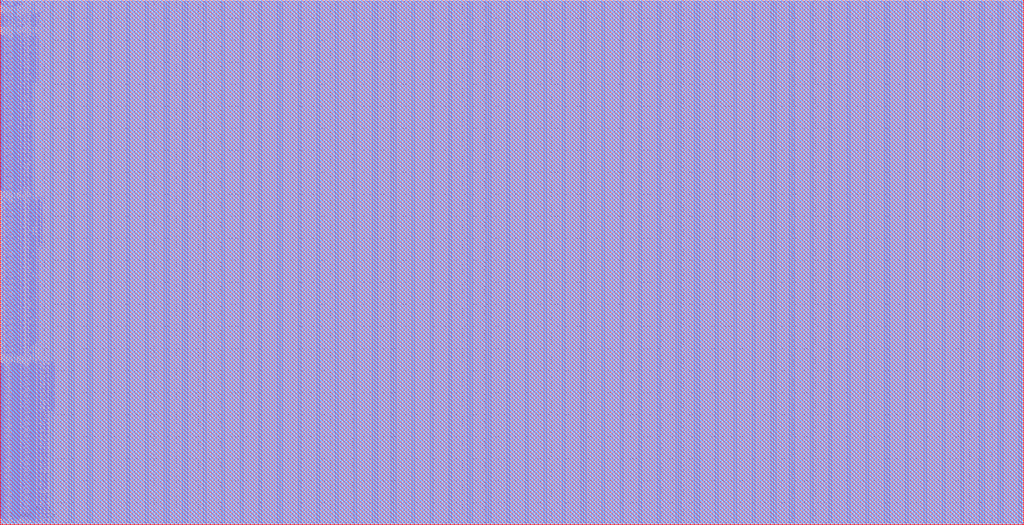
<source format=lef>
VERSION 5.7 ;
BUSBITCHARS "[]" ;
MACRO fakeram65_4096x144
  FOREIGN fakeram65_4096x144 0 0 ;
  SYMMETRY X Y R90 ;
  SIZE 929.200 BY 476.600 ;
  CLASS BLOCK ;
  PIN w_mask_in[0]
    DIRECTION INPUT ;
    USE SIGNAL ;
    SHAPE ABUTMENT ;
    PORT
      LAYER M3 ;
      RECT 0.000 1.365 0.070 1.435 ;
    END
  END w_mask_in[0]
  PIN w_mask_in[1]
    DIRECTION INPUT ;
    USE SIGNAL ;
    SHAPE ABUTMENT ;
    PORT
      LAYER M3 ;
      RECT 0.000 2.345 0.070 2.415 ;
    END
  END w_mask_in[1]
  PIN w_mask_in[2]
    DIRECTION INPUT ;
    USE SIGNAL ;
    SHAPE ABUTMENT ;
    PORT
      LAYER M3 ;
      RECT 0.000 3.325 0.070 3.395 ;
    END
  END w_mask_in[2]
  PIN w_mask_in[3]
    DIRECTION INPUT ;
    USE SIGNAL ;
    SHAPE ABUTMENT ;
    PORT
      LAYER M3 ;
      RECT 0.000 4.305 0.070 4.375 ;
    END
  END w_mask_in[3]
  PIN w_mask_in[4]
    DIRECTION INPUT ;
    USE SIGNAL ;
    SHAPE ABUTMENT ;
    PORT
      LAYER M3 ;
      RECT 0.000 5.285 0.070 5.355 ;
    END
  END w_mask_in[4]
  PIN w_mask_in[5]
    DIRECTION INPUT ;
    USE SIGNAL ;
    SHAPE ABUTMENT ;
    PORT
      LAYER M3 ;
      RECT 0.000 6.265 0.070 6.335 ;
    END
  END w_mask_in[5]
  PIN w_mask_in[6]
    DIRECTION INPUT ;
    USE SIGNAL ;
    SHAPE ABUTMENT ;
    PORT
      LAYER M3 ;
      RECT 0.000 7.245 0.070 7.315 ;
    END
  END w_mask_in[6]
  PIN w_mask_in[7]
    DIRECTION INPUT ;
    USE SIGNAL ;
    SHAPE ABUTMENT ;
    PORT
      LAYER M3 ;
      RECT 0.000 8.225 0.070 8.295 ;
    END
  END w_mask_in[7]
  PIN w_mask_in[8]
    DIRECTION INPUT ;
    USE SIGNAL ;
    SHAPE ABUTMENT ;
    PORT
      LAYER M3 ;
      RECT 0.000 9.205 0.070 9.275 ;
    END
  END w_mask_in[8]
  PIN w_mask_in[9]
    DIRECTION INPUT ;
    USE SIGNAL ;
    SHAPE ABUTMENT ;
    PORT
      LAYER M3 ;
      RECT 0.000 10.185 0.070 10.255 ;
    END
  END w_mask_in[9]
  PIN w_mask_in[10]
    DIRECTION INPUT ;
    USE SIGNAL ;
    SHAPE ABUTMENT ;
    PORT
      LAYER M3 ;
      RECT 0.000 11.165 0.070 11.235 ;
    END
  END w_mask_in[10]
  PIN w_mask_in[11]
    DIRECTION INPUT ;
    USE SIGNAL ;
    SHAPE ABUTMENT ;
    PORT
      LAYER M3 ;
      RECT 0.000 12.145 0.070 12.215 ;
    END
  END w_mask_in[11]
  PIN w_mask_in[12]
    DIRECTION INPUT ;
    USE SIGNAL ;
    SHAPE ABUTMENT ;
    PORT
      LAYER M3 ;
      RECT 0.000 13.125 0.070 13.195 ;
    END
  END w_mask_in[12]
  PIN w_mask_in[13]
    DIRECTION INPUT ;
    USE SIGNAL ;
    SHAPE ABUTMENT ;
    PORT
      LAYER M3 ;
      RECT 0.000 14.105 0.070 14.175 ;
    END
  END w_mask_in[13]
  PIN w_mask_in[14]
    DIRECTION INPUT ;
    USE SIGNAL ;
    SHAPE ABUTMENT ;
    PORT
      LAYER M3 ;
      RECT 0.000 15.085 0.070 15.155 ;
    END
  END w_mask_in[14]
  PIN w_mask_in[15]
    DIRECTION INPUT ;
    USE SIGNAL ;
    SHAPE ABUTMENT ;
    PORT
      LAYER M3 ;
      RECT 0.000 16.065 0.070 16.135 ;
    END
  END w_mask_in[15]
  PIN w_mask_in[16]
    DIRECTION INPUT ;
    USE SIGNAL ;
    SHAPE ABUTMENT ;
    PORT
      LAYER M3 ;
      RECT 0.000 17.045 0.070 17.115 ;
    END
  END w_mask_in[16]
  PIN w_mask_in[17]
    DIRECTION INPUT ;
    USE SIGNAL ;
    SHAPE ABUTMENT ;
    PORT
      LAYER M3 ;
      RECT 0.000 18.025 0.070 18.095 ;
    END
  END w_mask_in[17]
  PIN w_mask_in[18]
    DIRECTION INPUT ;
    USE SIGNAL ;
    SHAPE ABUTMENT ;
    PORT
      LAYER M3 ;
      RECT 0.000 19.005 0.070 19.075 ;
    END
  END w_mask_in[18]
  PIN w_mask_in[19]
    DIRECTION INPUT ;
    USE SIGNAL ;
    SHAPE ABUTMENT ;
    PORT
      LAYER M3 ;
      RECT 0.000 19.985 0.070 20.055 ;
    END
  END w_mask_in[19]
  PIN w_mask_in[20]
    DIRECTION INPUT ;
    USE SIGNAL ;
    SHAPE ABUTMENT ;
    PORT
      LAYER M3 ;
      RECT 0.000 20.965 0.070 21.035 ;
    END
  END w_mask_in[20]
  PIN w_mask_in[21]
    DIRECTION INPUT ;
    USE SIGNAL ;
    SHAPE ABUTMENT ;
    PORT
      LAYER M3 ;
      RECT 0.000 21.945 0.070 22.015 ;
    END
  END w_mask_in[21]
  PIN w_mask_in[22]
    DIRECTION INPUT ;
    USE SIGNAL ;
    SHAPE ABUTMENT ;
    PORT
      LAYER M3 ;
      RECT 0.000 22.925 0.070 22.995 ;
    END
  END w_mask_in[22]
  PIN w_mask_in[23]
    DIRECTION INPUT ;
    USE SIGNAL ;
    SHAPE ABUTMENT ;
    PORT
      LAYER M3 ;
      RECT 0.000 23.905 0.070 23.975 ;
    END
  END w_mask_in[23]
  PIN w_mask_in[24]
    DIRECTION INPUT ;
    USE SIGNAL ;
    SHAPE ABUTMENT ;
    PORT
      LAYER M3 ;
      RECT 0.000 24.885 0.070 24.955 ;
    END
  END w_mask_in[24]
  PIN w_mask_in[25]
    DIRECTION INPUT ;
    USE SIGNAL ;
    SHAPE ABUTMENT ;
    PORT
      LAYER M3 ;
      RECT 0.000 25.865 0.070 25.935 ;
    END
  END w_mask_in[25]
  PIN w_mask_in[26]
    DIRECTION INPUT ;
    USE SIGNAL ;
    SHAPE ABUTMENT ;
    PORT
      LAYER M3 ;
      RECT 0.000 26.845 0.070 26.915 ;
    END
  END w_mask_in[26]
  PIN w_mask_in[27]
    DIRECTION INPUT ;
    USE SIGNAL ;
    SHAPE ABUTMENT ;
    PORT
      LAYER M3 ;
      RECT 0.000 27.825 0.070 27.895 ;
    END
  END w_mask_in[27]
  PIN w_mask_in[28]
    DIRECTION INPUT ;
    USE SIGNAL ;
    SHAPE ABUTMENT ;
    PORT
      LAYER M3 ;
      RECT 0.000 28.805 0.070 28.875 ;
    END
  END w_mask_in[28]
  PIN w_mask_in[29]
    DIRECTION INPUT ;
    USE SIGNAL ;
    SHAPE ABUTMENT ;
    PORT
      LAYER M3 ;
      RECT 0.000 29.785 0.070 29.855 ;
    END
  END w_mask_in[29]
  PIN w_mask_in[30]
    DIRECTION INPUT ;
    USE SIGNAL ;
    SHAPE ABUTMENT ;
    PORT
      LAYER M3 ;
      RECT 0.000 30.765 0.070 30.835 ;
    END
  END w_mask_in[30]
  PIN w_mask_in[31]
    DIRECTION INPUT ;
    USE SIGNAL ;
    SHAPE ABUTMENT ;
    PORT
      LAYER M3 ;
      RECT 0.000 31.745 0.070 31.815 ;
    END
  END w_mask_in[31]
  PIN w_mask_in[32]
    DIRECTION INPUT ;
    USE SIGNAL ;
    SHAPE ABUTMENT ;
    PORT
      LAYER M3 ;
      RECT 0.000 32.725 0.070 32.795 ;
    END
  END w_mask_in[32]
  PIN w_mask_in[33]
    DIRECTION INPUT ;
    USE SIGNAL ;
    SHAPE ABUTMENT ;
    PORT
      LAYER M3 ;
      RECT 0.000 33.705 0.070 33.775 ;
    END
  END w_mask_in[33]
  PIN w_mask_in[34]
    DIRECTION INPUT ;
    USE SIGNAL ;
    SHAPE ABUTMENT ;
    PORT
      LAYER M3 ;
      RECT 0.000 34.685 0.070 34.755 ;
    END
  END w_mask_in[34]
  PIN w_mask_in[35]
    DIRECTION INPUT ;
    USE SIGNAL ;
    SHAPE ABUTMENT ;
    PORT
      LAYER M3 ;
      RECT 0.000 35.665 0.070 35.735 ;
    END
  END w_mask_in[35]
  PIN w_mask_in[36]
    DIRECTION INPUT ;
    USE SIGNAL ;
    SHAPE ABUTMENT ;
    PORT
      LAYER M3 ;
      RECT 0.000 36.645 0.070 36.715 ;
    END
  END w_mask_in[36]
  PIN w_mask_in[37]
    DIRECTION INPUT ;
    USE SIGNAL ;
    SHAPE ABUTMENT ;
    PORT
      LAYER M3 ;
      RECT 0.000 37.625 0.070 37.695 ;
    END
  END w_mask_in[37]
  PIN w_mask_in[38]
    DIRECTION INPUT ;
    USE SIGNAL ;
    SHAPE ABUTMENT ;
    PORT
      LAYER M3 ;
      RECT 0.000 38.605 0.070 38.675 ;
    END
  END w_mask_in[38]
  PIN w_mask_in[39]
    DIRECTION INPUT ;
    USE SIGNAL ;
    SHAPE ABUTMENT ;
    PORT
      LAYER M3 ;
      RECT 0.000 39.585 0.070 39.655 ;
    END
  END w_mask_in[39]
  PIN w_mask_in[40]
    DIRECTION INPUT ;
    USE SIGNAL ;
    SHAPE ABUTMENT ;
    PORT
      LAYER M3 ;
      RECT 0.000 40.565 0.070 40.635 ;
    END
  END w_mask_in[40]
  PIN w_mask_in[41]
    DIRECTION INPUT ;
    USE SIGNAL ;
    SHAPE ABUTMENT ;
    PORT
      LAYER M3 ;
      RECT 0.000 41.545 0.070 41.615 ;
    END
  END w_mask_in[41]
  PIN w_mask_in[42]
    DIRECTION INPUT ;
    USE SIGNAL ;
    SHAPE ABUTMENT ;
    PORT
      LAYER M3 ;
      RECT 0.000 42.525 0.070 42.595 ;
    END
  END w_mask_in[42]
  PIN w_mask_in[43]
    DIRECTION INPUT ;
    USE SIGNAL ;
    SHAPE ABUTMENT ;
    PORT
      LAYER M3 ;
      RECT 0.000 43.505 0.070 43.575 ;
    END
  END w_mask_in[43]
  PIN w_mask_in[44]
    DIRECTION INPUT ;
    USE SIGNAL ;
    SHAPE ABUTMENT ;
    PORT
      LAYER M3 ;
      RECT 0.000 44.485 0.070 44.555 ;
    END
  END w_mask_in[44]
  PIN w_mask_in[45]
    DIRECTION INPUT ;
    USE SIGNAL ;
    SHAPE ABUTMENT ;
    PORT
      LAYER M3 ;
      RECT 0.000 45.465 0.070 45.535 ;
    END
  END w_mask_in[45]
  PIN w_mask_in[46]
    DIRECTION INPUT ;
    USE SIGNAL ;
    SHAPE ABUTMENT ;
    PORT
      LAYER M3 ;
      RECT 0.000 46.445 0.070 46.515 ;
    END
  END w_mask_in[46]
  PIN w_mask_in[47]
    DIRECTION INPUT ;
    USE SIGNAL ;
    SHAPE ABUTMENT ;
    PORT
      LAYER M3 ;
      RECT 0.000 47.425 0.070 47.495 ;
    END
  END w_mask_in[47]
  PIN w_mask_in[48]
    DIRECTION INPUT ;
    USE SIGNAL ;
    SHAPE ABUTMENT ;
    PORT
      LAYER M3 ;
      RECT 0.000 48.405 0.070 48.475 ;
    END
  END w_mask_in[48]
  PIN w_mask_in[49]
    DIRECTION INPUT ;
    USE SIGNAL ;
    SHAPE ABUTMENT ;
    PORT
      LAYER M3 ;
      RECT 0.000 49.385 0.070 49.455 ;
    END
  END w_mask_in[49]
  PIN w_mask_in[50]
    DIRECTION INPUT ;
    USE SIGNAL ;
    SHAPE ABUTMENT ;
    PORT
      LAYER M3 ;
      RECT 0.000 50.365 0.070 50.435 ;
    END
  END w_mask_in[50]
  PIN w_mask_in[51]
    DIRECTION INPUT ;
    USE SIGNAL ;
    SHAPE ABUTMENT ;
    PORT
      LAYER M3 ;
      RECT 0.000 51.345 0.070 51.415 ;
    END
  END w_mask_in[51]
  PIN w_mask_in[52]
    DIRECTION INPUT ;
    USE SIGNAL ;
    SHAPE ABUTMENT ;
    PORT
      LAYER M3 ;
      RECT 0.000 52.325 0.070 52.395 ;
    END
  END w_mask_in[52]
  PIN w_mask_in[53]
    DIRECTION INPUT ;
    USE SIGNAL ;
    SHAPE ABUTMENT ;
    PORT
      LAYER M3 ;
      RECT 0.000 53.305 0.070 53.375 ;
    END
  END w_mask_in[53]
  PIN w_mask_in[54]
    DIRECTION INPUT ;
    USE SIGNAL ;
    SHAPE ABUTMENT ;
    PORT
      LAYER M3 ;
      RECT 0.000 54.285 0.070 54.355 ;
    END
  END w_mask_in[54]
  PIN w_mask_in[55]
    DIRECTION INPUT ;
    USE SIGNAL ;
    SHAPE ABUTMENT ;
    PORT
      LAYER M3 ;
      RECT 0.000 55.265 0.070 55.335 ;
    END
  END w_mask_in[55]
  PIN w_mask_in[56]
    DIRECTION INPUT ;
    USE SIGNAL ;
    SHAPE ABUTMENT ;
    PORT
      LAYER M3 ;
      RECT 0.000 56.245 0.070 56.315 ;
    END
  END w_mask_in[56]
  PIN w_mask_in[57]
    DIRECTION INPUT ;
    USE SIGNAL ;
    SHAPE ABUTMENT ;
    PORT
      LAYER M3 ;
      RECT 0.000 57.225 0.070 57.295 ;
    END
  END w_mask_in[57]
  PIN w_mask_in[58]
    DIRECTION INPUT ;
    USE SIGNAL ;
    SHAPE ABUTMENT ;
    PORT
      LAYER M3 ;
      RECT 0.000 58.205 0.070 58.275 ;
    END
  END w_mask_in[58]
  PIN w_mask_in[59]
    DIRECTION INPUT ;
    USE SIGNAL ;
    SHAPE ABUTMENT ;
    PORT
      LAYER M3 ;
      RECT 0.000 59.185 0.070 59.255 ;
    END
  END w_mask_in[59]
  PIN w_mask_in[60]
    DIRECTION INPUT ;
    USE SIGNAL ;
    SHAPE ABUTMENT ;
    PORT
      LAYER M3 ;
      RECT 0.000 60.165 0.070 60.235 ;
    END
  END w_mask_in[60]
  PIN w_mask_in[61]
    DIRECTION INPUT ;
    USE SIGNAL ;
    SHAPE ABUTMENT ;
    PORT
      LAYER M3 ;
      RECT 0.000 61.145 0.070 61.215 ;
    END
  END w_mask_in[61]
  PIN w_mask_in[62]
    DIRECTION INPUT ;
    USE SIGNAL ;
    SHAPE ABUTMENT ;
    PORT
      LAYER M3 ;
      RECT 0.000 62.125 0.070 62.195 ;
    END
  END w_mask_in[62]
  PIN w_mask_in[63]
    DIRECTION INPUT ;
    USE SIGNAL ;
    SHAPE ABUTMENT ;
    PORT
      LAYER M3 ;
      RECT 0.000 63.105 0.070 63.175 ;
    END
  END w_mask_in[63]
  PIN w_mask_in[64]
    DIRECTION INPUT ;
    USE SIGNAL ;
    SHAPE ABUTMENT ;
    PORT
      LAYER M3 ;
      RECT 0.000 64.085 0.070 64.155 ;
    END
  END w_mask_in[64]
  PIN w_mask_in[65]
    DIRECTION INPUT ;
    USE SIGNAL ;
    SHAPE ABUTMENT ;
    PORT
      LAYER M3 ;
      RECT 0.000 65.065 0.070 65.135 ;
    END
  END w_mask_in[65]
  PIN w_mask_in[66]
    DIRECTION INPUT ;
    USE SIGNAL ;
    SHAPE ABUTMENT ;
    PORT
      LAYER M3 ;
      RECT 0.000 66.045 0.070 66.115 ;
    END
  END w_mask_in[66]
  PIN w_mask_in[67]
    DIRECTION INPUT ;
    USE SIGNAL ;
    SHAPE ABUTMENT ;
    PORT
      LAYER M3 ;
      RECT 0.000 67.025 0.070 67.095 ;
    END
  END w_mask_in[67]
  PIN w_mask_in[68]
    DIRECTION INPUT ;
    USE SIGNAL ;
    SHAPE ABUTMENT ;
    PORT
      LAYER M3 ;
      RECT 0.000 68.005 0.070 68.075 ;
    END
  END w_mask_in[68]
  PIN w_mask_in[69]
    DIRECTION INPUT ;
    USE SIGNAL ;
    SHAPE ABUTMENT ;
    PORT
      LAYER M3 ;
      RECT 0.000 68.985 0.070 69.055 ;
    END
  END w_mask_in[69]
  PIN w_mask_in[70]
    DIRECTION INPUT ;
    USE SIGNAL ;
    SHAPE ABUTMENT ;
    PORT
      LAYER M3 ;
      RECT 0.000 69.965 0.070 70.035 ;
    END
  END w_mask_in[70]
  PIN w_mask_in[71]
    DIRECTION INPUT ;
    USE SIGNAL ;
    SHAPE ABUTMENT ;
    PORT
      LAYER M3 ;
      RECT 0.000 70.945 0.070 71.015 ;
    END
  END w_mask_in[71]
  PIN w_mask_in[72]
    DIRECTION INPUT ;
    USE SIGNAL ;
    SHAPE ABUTMENT ;
    PORT
      LAYER M3 ;
      RECT 0.000 71.925 0.070 71.995 ;
    END
  END w_mask_in[72]
  PIN w_mask_in[73]
    DIRECTION INPUT ;
    USE SIGNAL ;
    SHAPE ABUTMENT ;
    PORT
      LAYER M3 ;
      RECT 0.000 72.905 0.070 72.975 ;
    END
  END w_mask_in[73]
  PIN w_mask_in[74]
    DIRECTION INPUT ;
    USE SIGNAL ;
    SHAPE ABUTMENT ;
    PORT
      LAYER M3 ;
      RECT 0.000 73.885 0.070 73.955 ;
    END
  END w_mask_in[74]
  PIN w_mask_in[75]
    DIRECTION INPUT ;
    USE SIGNAL ;
    SHAPE ABUTMENT ;
    PORT
      LAYER M3 ;
      RECT 0.000 74.865 0.070 74.935 ;
    END
  END w_mask_in[75]
  PIN w_mask_in[76]
    DIRECTION INPUT ;
    USE SIGNAL ;
    SHAPE ABUTMENT ;
    PORT
      LAYER M3 ;
      RECT 0.000 75.845 0.070 75.915 ;
    END
  END w_mask_in[76]
  PIN w_mask_in[77]
    DIRECTION INPUT ;
    USE SIGNAL ;
    SHAPE ABUTMENT ;
    PORT
      LAYER M3 ;
      RECT 0.000 76.825 0.070 76.895 ;
    END
  END w_mask_in[77]
  PIN w_mask_in[78]
    DIRECTION INPUT ;
    USE SIGNAL ;
    SHAPE ABUTMENT ;
    PORT
      LAYER M3 ;
      RECT 0.000 77.805 0.070 77.875 ;
    END
  END w_mask_in[78]
  PIN w_mask_in[79]
    DIRECTION INPUT ;
    USE SIGNAL ;
    SHAPE ABUTMENT ;
    PORT
      LAYER M3 ;
      RECT 0.000 78.785 0.070 78.855 ;
    END
  END w_mask_in[79]
  PIN w_mask_in[80]
    DIRECTION INPUT ;
    USE SIGNAL ;
    SHAPE ABUTMENT ;
    PORT
      LAYER M3 ;
      RECT 0.000 79.765 0.070 79.835 ;
    END
  END w_mask_in[80]
  PIN w_mask_in[81]
    DIRECTION INPUT ;
    USE SIGNAL ;
    SHAPE ABUTMENT ;
    PORT
      LAYER M3 ;
      RECT 0.000 80.745 0.070 80.815 ;
    END
  END w_mask_in[81]
  PIN w_mask_in[82]
    DIRECTION INPUT ;
    USE SIGNAL ;
    SHAPE ABUTMENT ;
    PORT
      LAYER M3 ;
      RECT 0.000 81.725 0.070 81.795 ;
    END
  END w_mask_in[82]
  PIN w_mask_in[83]
    DIRECTION INPUT ;
    USE SIGNAL ;
    SHAPE ABUTMENT ;
    PORT
      LAYER M3 ;
      RECT 0.000 82.705 0.070 82.775 ;
    END
  END w_mask_in[83]
  PIN w_mask_in[84]
    DIRECTION INPUT ;
    USE SIGNAL ;
    SHAPE ABUTMENT ;
    PORT
      LAYER M3 ;
      RECT 0.000 83.685 0.070 83.755 ;
    END
  END w_mask_in[84]
  PIN w_mask_in[85]
    DIRECTION INPUT ;
    USE SIGNAL ;
    SHAPE ABUTMENT ;
    PORT
      LAYER M3 ;
      RECT 0.000 84.665 0.070 84.735 ;
    END
  END w_mask_in[85]
  PIN w_mask_in[86]
    DIRECTION INPUT ;
    USE SIGNAL ;
    SHAPE ABUTMENT ;
    PORT
      LAYER M3 ;
      RECT 0.000 85.645 0.070 85.715 ;
    END
  END w_mask_in[86]
  PIN w_mask_in[87]
    DIRECTION INPUT ;
    USE SIGNAL ;
    SHAPE ABUTMENT ;
    PORT
      LAYER M3 ;
      RECT 0.000 86.625 0.070 86.695 ;
    END
  END w_mask_in[87]
  PIN w_mask_in[88]
    DIRECTION INPUT ;
    USE SIGNAL ;
    SHAPE ABUTMENT ;
    PORT
      LAYER M3 ;
      RECT 0.000 87.605 0.070 87.675 ;
    END
  END w_mask_in[88]
  PIN w_mask_in[89]
    DIRECTION INPUT ;
    USE SIGNAL ;
    SHAPE ABUTMENT ;
    PORT
      LAYER M3 ;
      RECT 0.000 88.585 0.070 88.655 ;
    END
  END w_mask_in[89]
  PIN w_mask_in[90]
    DIRECTION INPUT ;
    USE SIGNAL ;
    SHAPE ABUTMENT ;
    PORT
      LAYER M3 ;
      RECT 0.000 89.565 0.070 89.635 ;
    END
  END w_mask_in[90]
  PIN w_mask_in[91]
    DIRECTION INPUT ;
    USE SIGNAL ;
    SHAPE ABUTMENT ;
    PORT
      LAYER M3 ;
      RECT 0.000 90.545 0.070 90.615 ;
    END
  END w_mask_in[91]
  PIN w_mask_in[92]
    DIRECTION INPUT ;
    USE SIGNAL ;
    SHAPE ABUTMENT ;
    PORT
      LAYER M3 ;
      RECT 0.000 91.525 0.070 91.595 ;
    END
  END w_mask_in[92]
  PIN w_mask_in[93]
    DIRECTION INPUT ;
    USE SIGNAL ;
    SHAPE ABUTMENT ;
    PORT
      LAYER M3 ;
      RECT 0.000 92.505 0.070 92.575 ;
    END
  END w_mask_in[93]
  PIN w_mask_in[94]
    DIRECTION INPUT ;
    USE SIGNAL ;
    SHAPE ABUTMENT ;
    PORT
      LAYER M3 ;
      RECT 0.000 93.485 0.070 93.555 ;
    END
  END w_mask_in[94]
  PIN w_mask_in[95]
    DIRECTION INPUT ;
    USE SIGNAL ;
    SHAPE ABUTMENT ;
    PORT
      LAYER M3 ;
      RECT 0.000 94.465 0.070 94.535 ;
    END
  END w_mask_in[95]
  PIN w_mask_in[96]
    DIRECTION INPUT ;
    USE SIGNAL ;
    SHAPE ABUTMENT ;
    PORT
      LAYER M3 ;
      RECT 0.000 95.445 0.070 95.515 ;
    END
  END w_mask_in[96]
  PIN w_mask_in[97]
    DIRECTION INPUT ;
    USE SIGNAL ;
    SHAPE ABUTMENT ;
    PORT
      LAYER M3 ;
      RECT 0.000 96.425 0.070 96.495 ;
    END
  END w_mask_in[97]
  PIN w_mask_in[98]
    DIRECTION INPUT ;
    USE SIGNAL ;
    SHAPE ABUTMENT ;
    PORT
      LAYER M3 ;
      RECT 0.000 97.405 0.070 97.475 ;
    END
  END w_mask_in[98]
  PIN w_mask_in[99]
    DIRECTION INPUT ;
    USE SIGNAL ;
    SHAPE ABUTMENT ;
    PORT
      LAYER M3 ;
      RECT 0.000 98.385 0.070 98.455 ;
    END
  END w_mask_in[99]
  PIN w_mask_in[100]
    DIRECTION INPUT ;
    USE SIGNAL ;
    SHAPE ABUTMENT ;
    PORT
      LAYER M3 ;
      RECT 0.000 99.365 0.070 99.435 ;
    END
  END w_mask_in[100]
  PIN w_mask_in[101]
    DIRECTION INPUT ;
    USE SIGNAL ;
    SHAPE ABUTMENT ;
    PORT
      LAYER M3 ;
      RECT 0.000 100.345 0.070 100.415 ;
    END
  END w_mask_in[101]
  PIN w_mask_in[102]
    DIRECTION INPUT ;
    USE SIGNAL ;
    SHAPE ABUTMENT ;
    PORT
      LAYER M3 ;
      RECT 0.000 101.325 0.070 101.395 ;
    END
  END w_mask_in[102]
  PIN w_mask_in[103]
    DIRECTION INPUT ;
    USE SIGNAL ;
    SHAPE ABUTMENT ;
    PORT
      LAYER M3 ;
      RECT 0.000 102.305 0.070 102.375 ;
    END
  END w_mask_in[103]
  PIN w_mask_in[104]
    DIRECTION INPUT ;
    USE SIGNAL ;
    SHAPE ABUTMENT ;
    PORT
      LAYER M3 ;
      RECT 0.000 103.285 0.070 103.355 ;
    END
  END w_mask_in[104]
  PIN w_mask_in[105]
    DIRECTION INPUT ;
    USE SIGNAL ;
    SHAPE ABUTMENT ;
    PORT
      LAYER M3 ;
      RECT 0.000 104.265 0.070 104.335 ;
    END
  END w_mask_in[105]
  PIN w_mask_in[106]
    DIRECTION INPUT ;
    USE SIGNAL ;
    SHAPE ABUTMENT ;
    PORT
      LAYER M3 ;
      RECT 0.000 105.245 0.070 105.315 ;
    END
  END w_mask_in[106]
  PIN w_mask_in[107]
    DIRECTION INPUT ;
    USE SIGNAL ;
    SHAPE ABUTMENT ;
    PORT
      LAYER M3 ;
      RECT 0.000 106.225 0.070 106.295 ;
    END
  END w_mask_in[107]
  PIN w_mask_in[108]
    DIRECTION INPUT ;
    USE SIGNAL ;
    SHAPE ABUTMENT ;
    PORT
      LAYER M3 ;
      RECT 0.000 107.205 0.070 107.275 ;
    END
  END w_mask_in[108]
  PIN w_mask_in[109]
    DIRECTION INPUT ;
    USE SIGNAL ;
    SHAPE ABUTMENT ;
    PORT
      LAYER M3 ;
      RECT 0.000 108.185 0.070 108.255 ;
    END
  END w_mask_in[109]
  PIN w_mask_in[110]
    DIRECTION INPUT ;
    USE SIGNAL ;
    SHAPE ABUTMENT ;
    PORT
      LAYER M3 ;
      RECT 0.000 109.165 0.070 109.235 ;
    END
  END w_mask_in[110]
  PIN w_mask_in[111]
    DIRECTION INPUT ;
    USE SIGNAL ;
    SHAPE ABUTMENT ;
    PORT
      LAYER M3 ;
      RECT 0.000 110.145 0.070 110.215 ;
    END
  END w_mask_in[111]
  PIN w_mask_in[112]
    DIRECTION INPUT ;
    USE SIGNAL ;
    SHAPE ABUTMENT ;
    PORT
      LAYER M3 ;
      RECT 0.000 111.125 0.070 111.195 ;
    END
  END w_mask_in[112]
  PIN w_mask_in[113]
    DIRECTION INPUT ;
    USE SIGNAL ;
    SHAPE ABUTMENT ;
    PORT
      LAYER M3 ;
      RECT 0.000 112.105 0.070 112.175 ;
    END
  END w_mask_in[113]
  PIN w_mask_in[114]
    DIRECTION INPUT ;
    USE SIGNAL ;
    SHAPE ABUTMENT ;
    PORT
      LAYER M3 ;
      RECT 0.000 113.085 0.070 113.155 ;
    END
  END w_mask_in[114]
  PIN w_mask_in[115]
    DIRECTION INPUT ;
    USE SIGNAL ;
    SHAPE ABUTMENT ;
    PORT
      LAYER M3 ;
      RECT 0.000 114.065 0.070 114.135 ;
    END
  END w_mask_in[115]
  PIN w_mask_in[116]
    DIRECTION INPUT ;
    USE SIGNAL ;
    SHAPE ABUTMENT ;
    PORT
      LAYER M3 ;
      RECT 0.000 115.045 0.070 115.115 ;
    END
  END w_mask_in[116]
  PIN w_mask_in[117]
    DIRECTION INPUT ;
    USE SIGNAL ;
    SHAPE ABUTMENT ;
    PORT
      LAYER M3 ;
      RECT 0.000 116.025 0.070 116.095 ;
    END
  END w_mask_in[117]
  PIN w_mask_in[118]
    DIRECTION INPUT ;
    USE SIGNAL ;
    SHAPE ABUTMENT ;
    PORT
      LAYER M3 ;
      RECT 0.000 117.005 0.070 117.075 ;
    END
  END w_mask_in[118]
  PIN w_mask_in[119]
    DIRECTION INPUT ;
    USE SIGNAL ;
    SHAPE ABUTMENT ;
    PORT
      LAYER M3 ;
      RECT 0.000 117.985 0.070 118.055 ;
    END
  END w_mask_in[119]
  PIN w_mask_in[120]
    DIRECTION INPUT ;
    USE SIGNAL ;
    SHAPE ABUTMENT ;
    PORT
      LAYER M3 ;
      RECT 0.000 118.965 0.070 119.035 ;
    END
  END w_mask_in[120]
  PIN w_mask_in[121]
    DIRECTION INPUT ;
    USE SIGNAL ;
    SHAPE ABUTMENT ;
    PORT
      LAYER M3 ;
      RECT 0.000 119.945 0.070 120.015 ;
    END
  END w_mask_in[121]
  PIN w_mask_in[122]
    DIRECTION INPUT ;
    USE SIGNAL ;
    SHAPE ABUTMENT ;
    PORT
      LAYER M3 ;
      RECT 0.000 120.925 0.070 120.995 ;
    END
  END w_mask_in[122]
  PIN w_mask_in[123]
    DIRECTION INPUT ;
    USE SIGNAL ;
    SHAPE ABUTMENT ;
    PORT
      LAYER M3 ;
      RECT 0.000 121.905 0.070 121.975 ;
    END
  END w_mask_in[123]
  PIN w_mask_in[124]
    DIRECTION INPUT ;
    USE SIGNAL ;
    SHAPE ABUTMENT ;
    PORT
      LAYER M3 ;
      RECT 0.000 122.885 0.070 122.955 ;
    END
  END w_mask_in[124]
  PIN w_mask_in[125]
    DIRECTION INPUT ;
    USE SIGNAL ;
    SHAPE ABUTMENT ;
    PORT
      LAYER M3 ;
      RECT 0.000 123.865 0.070 123.935 ;
    END
  END w_mask_in[125]
  PIN w_mask_in[126]
    DIRECTION INPUT ;
    USE SIGNAL ;
    SHAPE ABUTMENT ;
    PORT
      LAYER M3 ;
      RECT 0.000 124.845 0.070 124.915 ;
    END
  END w_mask_in[126]
  PIN w_mask_in[127]
    DIRECTION INPUT ;
    USE SIGNAL ;
    SHAPE ABUTMENT ;
    PORT
      LAYER M3 ;
      RECT 0.000 125.825 0.070 125.895 ;
    END
  END w_mask_in[127]
  PIN w_mask_in[128]
    DIRECTION INPUT ;
    USE SIGNAL ;
    SHAPE ABUTMENT ;
    PORT
      LAYER M3 ;
      RECT 0.000 126.805 0.070 126.875 ;
    END
  END w_mask_in[128]
  PIN w_mask_in[129]
    DIRECTION INPUT ;
    USE SIGNAL ;
    SHAPE ABUTMENT ;
    PORT
      LAYER M3 ;
      RECT 0.000 127.785 0.070 127.855 ;
    END
  END w_mask_in[129]
  PIN w_mask_in[130]
    DIRECTION INPUT ;
    USE SIGNAL ;
    SHAPE ABUTMENT ;
    PORT
      LAYER M3 ;
      RECT 0.000 128.765 0.070 128.835 ;
    END
  END w_mask_in[130]
  PIN w_mask_in[131]
    DIRECTION INPUT ;
    USE SIGNAL ;
    SHAPE ABUTMENT ;
    PORT
      LAYER M3 ;
      RECT 0.000 129.745 0.070 129.815 ;
    END
  END w_mask_in[131]
  PIN w_mask_in[132]
    DIRECTION INPUT ;
    USE SIGNAL ;
    SHAPE ABUTMENT ;
    PORT
      LAYER M3 ;
      RECT 0.000 130.725 0.070 130.795 ;
    END
  END w_mask_in[132]
  PIN w_mask_in[133]
    DIRECTION INPUT ;
    USE SIGNAL ;
    SHAPE ABUTMENT ;
    PORT
      LAYER M3 ;
      RECT 0.000 131.705 0.070 131.775 ;
    END
  END w_mask_in[133]
  PIN w_mask_in[134]
    DIRECTION INPUT ;
    USE SIGNAL ;
    SHAPE ABUTMENT ;
    PORT
      LAYER M3 ;
      RECT 0.000 132.685 0.070 132.755 ;
    END
  END w_mask_in[134]
  PIN w_mask_in[135]
    DIRECTION INPUT ;
    USE SIGNAL ;
    SHAPE ABUTMENT ;
    PORT
      LAYER M3 ;
      RECT 0.000 133.665 0.070 133.735 ;
    END
  END w_mask_in[135]
  PIN w_mask_in[136]
    DIRECTION INPUT ;
    USE SIGNAL ;
    SHAPE ABUTMENT ;
    PORT
      LAYER M3 ;
      RECT 0.000 134.645 0.070 134.715 ;
    END
  END w_mask_in[136]
  PIN w_mask_in[137]
    DIRECTION INPUT ;
    USE SIGNAL ;
    SHAPE ABUTMENT ;
    PORT
      LAYER M3 ;
      RECT 0.000 135.625 0.070 135.695 ;
    END
  END w_mask_in[137]
  PIN w_mask_in[138]
    DIRECTION INPUT ;
    USE SIGNAL ;
    SHAPE ABUTMENT ;
    PORT
      LAYER M3 ;
      RECT 0.000 136.605 0.070 136.675 ;
    END
  END w_mask_in[138]
  PIN w_mask_in[139]
    DIRECTION INPUT ;
    USE SIGNAL ;
    SHAPE ABUTMENT ;
    PORT
      LAYER M3 ;
      RECT 0.000 137.585 0.070 137.655 ;
    END
  END w_mask_in[139]
  PIN w_mask_in[140]
    DIRECTION INPUT ;
    USE SIGNAL ;
    SHAPE ABUTMENT ;
    PORT
      LAYER M3 ;
      RECT 0.000 138.565 0.070 138.635 ;
    END
  END w_mask_in[140]
  PIN w_mask_in[141]
    DIRECTION INPUT ;
    USE SIGNAL ;
    SHAPE ABUTMENT ;
    PORT
      LAYER M3 ;
      RECT 0.000 139.545 0.070 139.615 ;
    END
  END w_mask_in[141]
  PIN w_mask_in[142]
    DIRECTION INPUT ;
    USE SIGNAL ;
    SHAPE ABUTMENT ;
    PORT
      LAYER M3 ;
      RECT 0.000 140.525 0.070 140.595 ;
    END
  END w_mask_in[142]
  PIN w_mask_in[143]
    DIRECTION INPUT ;
    USE SIGNAL ;
    SHAPE ABUTMENT ;
    PORT
      LAYER M3 ;
      RECT 0.000 141.505 0.070 141.575 ;
    END
  END w_mask_in[143]
  PIN rd_out[0]
    DIRECTION OUTPUT ;
    USE SIGNAL ;
    SHAPE ABUTMENT ;
    PORT
      LAYER M3 ;
      RECT 0.000 150.325 0.070 150.395 ;
    END
  END rd_out[0]
  PIN rd_out[1]
    DIRECTION OUTPUT ;
    USE SIGNAL ;
    SHAPE ABUTMENT ;
    PORT
      LAYER M3 ;
      RECT 0.000 151.305 0.070 151.375 ;
    END
  END rd_out[1]
  PIN rd_out[2]
    DIRECTION OUTPUT ;
    USE SIGNAL ;
    SHAPE ABUTMENT ;
    PORT
      LAYER M3 ;
      RECT 0.000 152.285 0.070 152.355 ;
    END
  END rd_out[2]
  PIN rd_out[3]
    DIRECTION OUTPUT ;
    USE SIGNAL ;
    SHAPE ABUTMENT ;
    PORT
      LAYER M3 ;
      RECT 0.000 153.265 0.070 153.335 ;
    END
  END rd_out[3]
  PIN rd_out[4]
    DIRECTION OUTPUT ;
    USE SIGNAL ;
    SHAPE ABUTMENT ;
    PORT
      LAYER M3 ;
      RECT 0.000 154.245 0.070 154.315 ;
    END
  END rd_out[4]
  PIN rd_out[5]
    DIRECTION OUTPUT ;
    USE SIGNAL ;
    SHAPE ABUTMENT ;
    PORT
      LAYER M3 ;
      RECT 0.000 155.225 0.070 155.295 ;
    END
  END rd_out[5]
  PIN rd_out[6]
    DIRECTION OUTPUT ;
    USE SIGNAL ;
    SHAPE ABUTMENT ;
    PORT
      LAYER M3 ;
      RECT 0.000 156.205 0.070 156.275 ;
    END
  END rd_out[6]
  PIN rd_out[7]
    DIRECTION OUTPUT ;
    USE SIGNAL ;
    SHAPE ABUTMENT ;
    PORT
      LAYER M3 ;
      RECT 0.000 157.185 0.070 157.255 ;
    END
  END rd_out[7]
  PIN rd_out[8]
    DIRECTION OUTPUT ;
    USE SIGNAL ;
    SHAPE ABUTMENT ;
    PORT
      LAYER M3 ;
      RECT 0.000 158.165 0.070 158.235 ;
    END
  END rd_out[8]
  PIN rd_out[9]
    DIRECTION OUTPUT ;
    USE SIGNAL ;
    SHAPE ABUTMENT ;
    PORT
      LAYER M3 ;
      RECT 0.000 159.145 0.070 159.215 ;
    END
  END rd_out[9]
  PIN rd_out[10]
    DIRECTION OUTPUT ;
    USE SIGNAL ;
    SHAPE ABUTMENT ;
    PORT
      LAYER M3 ;
      RECT 0.000 160.125 0.070 160.195 ;
    END
  END rd_out[10]
  PIN rd_out[11]
    DIRECTION OUTPUT ;
    USE SIGNAL ;
    SHAPE ABUTMENT ;
    PORT
      LAYER M3 ;
      RECT 0.000 161.105 0.070 161.175 ;
    END
  END rd_out[11]
  PIN rd_out[12]
    DIRECTION OUTPUT ;
    USE SIGNAL ;
    SHAPE ABUTMENT ;
    PORT
      LAYER M3 ;
      RECT 0.000 162.085 0.070 162.155 ;
    END
  END rd_out[12]
  PIN rd_out[13]
    DIRECTION OUTPUT ;
    USE SIGNAL ;
    SHAPE ABUTMENT ;
    PORT
      LAYER M3 ;
      RECT 0.000 163.065 0.070 163.135 ;
    END
  END rd_out[13]
  PIN rd_out[14]
    DIRECTION OUTPUT ;
    USE SIGNAL ;
    SHAPE ABUTMENT ;
    PORT
      LAYER M3 ;
      RECT 0.000 164.045 0.070 164.115 ;
    END
  END rd_out[14]
  PIN rd_out[15]
    DIRECTION OUTPUT ;
    USE SIGNAL ;
    SHAPE ABUTMENT ;
    PORT
      LAYER M3 ;
      RECT 0.000 165.025 0.070 165.095 ;
    END
  END rd_out[15]
  PIN rd_out[16]
    DIRECTION OUTPUT ;
    USE SIGNAL ;
    SHAPE ABUTMENT ;
    PORT
      LAYER M3 ;
      RECT 0.000 166.005 0.070 166.075 ;
    END
  END rd_out[16]
  PIN rd_out[17]
    DIRECTION OUTPUT ;
    USE SIGNAL ;
    SHAPE ABUTMENT ;
    PORT
      LAYER M3 ;
      RECT 0.000 166.985 0.070 167.055 ;
    END
  END rd_out[17]
  PIN rd_out[18]
    DIRECTION OUTPUT ;
    USE SIGNAL ;
    SHAPE ABUTMENT ;
    PORT
      LAYER M3 ;
      RECT 0.000 167.965 0.070 168.035 ;
    END
  END rd_out[18]
  PIN rd_out[19]
    DIRECTION OUTPUT ;
    USE SIGNAL ;
    SHAPE ABUTMENT ;
    PORT
      LAYER M3 ;
      RECT 0.000 168.945 0.070 169.015 ;
    END
  END rd_out[19]
  PIN rd_out[20]
    DIRECTION OUTPUT ;
    USE SIGNAL ;
    SHAPE ABUTMENT ;
    PORT
      LAYER M3 ;
      RECT 0.000 169.925 0.070 169.995 ;
    END
  END rd_out[20]
  PIN rd_out[21]
    DIRECTION OUTPUT ;
    USE SIGNAL ;
    SHAPE ABUTMENT ;
    PORT
      LAYER M3 ;
      RECT 0.000 170.905 0.070 170.975 ;
    END
  END rd_out[21]
  PIN rd_out[22]
    DIRECTION OUTPUT ;
    USE SIGNAL ;
    SHAPE ABUTMENT ;
    PORT
      LAYER M3 ;
      RECT 0.000 171.885 0.070 171.955 ;
    END
  END rd_out[22]
  PIN rd_out[23]
    DIRECTION OUTPUT ;
    USE SIGNAL ;
    SHAPE ABUTMENT ;
    PORT
      LAYER M3 ;
      RECT 0.000 172.865 0.070 172.935 ;
    END
  END rd_out[23]
  PIN rd_out[24]
    DIRECTION OUTPUT ;
    USE SIGNAL ;
    SHAPE ABUTMENT ;
    PORT
      LAYER M3 ;
      RECT 0.000 173.845 0.070 173.915 ;
    END
  END rd_out[24]
  PIN rd_out[25]
    DIRECTION OUTPUT ;
    USE SIGNAL ;
    SHAPE ABUTMENT ;
    PORT
      LAYER M3 ;
      RECT 0.000 174.825 0.070 174.895 ;
    END
  END rd_out[25]
  PIN rd_out[26]
    DIRECTION OUTPUT ;
    USE SIGNAL ;
    SHAPE ABUTMENT ;
    PORT
      LAYER M3 ;
      RECT 0.000 175.805 0.070 175.875 ;
    END
  END rd_out[26]
  PIN rd_out[27]
    DIRECTION OUTPUT ;
    USE SIGNAL ;
    SHAPE ABUTMENT ;
    PORT
      LAYER M3 ;
      RECT 0.000 176.785 0.070 176.855 ;
    END
  END rd_out[27]
  PIN rd_out[28]
    DIRECTION OUTPUT ;
    USE SIGNAL ;
    SHAPE ABUTMENT ;
    PORT
      LAYER M3 ;
      RECT 0.000 177.765 0.070 177.835 ;
    END
  END rd_out[28]
  PIN rd_out[29]
    DIRECTION OUTPUT ;
    USE SIGNAL ;
    SHAPE ABUTMENT ;
    PORT
      LAYER M3 ;
      RECT 0.000 178.745 0.070 178.815 ;
    END
  END rd_out[29]
  PIN rd_out[30]
    DIRECTION OUTPUT ;
    USE SIGNAL ;
    SHAPE ABUTMENT ;
    PORT
      LAYER M3 ;
      RECT 0.000 179.725 0.070 179.795 ;
    END
  END rd_out[30]
  PIN rd_out[31]
    DIRECTION OUTPUT ;
    USE SIGNAL ;
    SHAPE ABUTMENT ;
    PORT
      LAYER M3 ;
      RECT 0.000 180.705 0.070 180.775 ;
    END
  END rd_out[31]
  PIN rd_out[32]
    DIRECTION OUTPUT ;
    USE SIGNAL ;
    SHAPE ABUTMENT ;
    PORT
      LAYER M3 ;
      RECT 0.000 181.685 0.070 181.755 ;
    END
  END rd_out[32]
  PIN rd_out[33]
    DIRECTION OUTPUT ;
    USE SIGNAL ;
    SHAPE ABUTMENT ;
    PORT
      LAYER M3 ;
      RECT 0.000 182.665 0.070 182.735 ;
    END
  END rd_out[33]
  PIN rd_out[34]
    DIRECTION OUTPUT ;
    USE SIGNAL ;
    SHAPE ABUTMENT ;
    PORT
      LAYER M3 ;
      RECT 0.000 183.645 0.070 183.715 ;
    END
  END rd_out[34]
  PIN rd_out[35]
    DIRECTION OUTPUT ;
    USE SIGNAL ;
    SHAPE ABUTMENT ;
    PORT
      LAYER M3 ;
      RECT 0.000 184.625 0.070 184.695 ;
    END
  END rd_out[35]
  PIN rd_out[36]
    DIRECTION OUTPUT ;
    USE SIGNAL ;
    SHAPE ABUTMENT ;
    PORT
      LAYER M3 ;
      RECT 0.000 185.605 0.070 185.675 ;
    END
  END rd_out[36]
  PIN rd_out[37]
    DIRECTION OUTPUT ;
    USE SIGNAL ;
    SHAPE ABUTMENT ;
    PORT
      LAYER M3 ;
      RECT 0.000 186.585 0.070 186.655 ;
    END
  END rd_out[37]
  PIN rd_out[38]
    DIRECTION OUTPUT ;
    USE SIGNAL ;
    SHAPE ABUTMENT ;
    PORT
      LAYER M3 ;
      RECT 0.000 187.565 0.070 187.635 ;
    END
  END rd_out[38]
  PIN rd_out[39]
    DIRECTION OUTPUT ;
    USE SIGNAL ;
    SHAPE ABUTMENT ;
    PORT
      LAYER M3 ;
      RECT 0.000 188.545 0.070 188.615 ;
    END
  END rd_out[39]
  PIN rd_out[40]
    DIRECTION OUTPUT ;
    USE SIGNAL ;
    SHAPE ABUTMENT ;
    PORT
      LAYER M3 ;
      RECT 0.000 189.525 0.070 189.595 ;
    END
  END rd_out[40]
  PIN rd_out[41]
    DIRECTION OUTPUT ;
    USE SIGNAL ;
    SHAPE ABUTMENT ;
    PORT
      LAYER M3 ;
      RECT 0.000 190.505 0.070 190.575 ;
    END
  END rd_out[41]
  PIN rd_out[42]
    DIRECTION OUTPUT ;
    USE SIGNAL ;
    SHAPE ABUTMENT ;
    PORT
      LAYER M3 ;
      RECT 0.000 191.485 0.070 191.555 ;
    END
  END rd_out[42]
  PIN rd_out[43]
    DIRECTION OUTPUT ;
    USE SIGNAL ;
    SHAPE ABUTMENT ;
    PORT
      LAYER M3 ;
      RECT 0.000 192.465 0.070 192.535 ;
    END
  END rd_out[43]
  PIN rd_out[44]
    DIRECTION OUTPUT ;
    USE SIGNAL ;
    SHAPE ABUTMENT ;
    PORT
      LAYER M3 ;
      RECT 0.000 193.445 0.070 193.515 ;
    END
  END rd_out[44]
  PIN rd_out[45]
    DIRECTION OUTPUT ;
    USE SIGNAL ;
    SHAPE ABUTMENT ;
    PORT
      LAYER M3 ;
      RECT 0.000 194.425 0.070 194.495 ;
    END
  END rd_out[45]
  PIN rd_out[46]
    DIRECTION OUTPUT ;
    USE SIGNAL ;
    SHAPE ABUTMENT ;
    PORT
      LAYER M3 ;
      RECT 0.000 195.405 0.070 195.475 ;
    END
  END rd_out[46]
  PIN rd_out[47]
    DIRECTION OUTPUT ;
    USE SIGNAL ;
    SHAPE ABUTMENT ;
    PORT
      LAYER M3 ;
      RECT 0.000 196.385 0.070 196.455 ;
    END
  END rd_out[47]
  PIN rd_out[48]
    DIRECTION OUTPUT ;
    USE SIGNAL ;
    SHAPE ABUTMENT ;
    PORT
      LAYER M3 ;
      RECT 0.000 197.365 0.070 197.435 ;
    END
  END rd_out[48]
  PIN rd_out[49]
    DIRECTION OUTPUT ;
    USE SIGNAL ;
    SHAPE ABUTMENT ;
    PORT
      LAYER M3 ;
      RECT 0.000 198.345 0.070 198.415 ;
    END
  END rd_out[49]
  PIN rd_out[50]
    DIRECTION OUTPUT ;
    USE SIGNAL ;
    SHAPE ABUTMENT ;
    PORT
      LAYER M3 ;
      RECT 0.000 199.325 0.070 199.395 ;
    END
  END rd_out[50]
  PIN rd_out[51]
    DIRECTION OUTPUT ;
    USE SIGNAL ;
    SHAPE ABUTMENT ;
    PORT
      LAYER M3 ;
      RECT 0.000 200.305 0.070 200.375 ;
    END
  END rd_out[51]
  PIN rd_out[52]
    DIRECTION OUTPUT ;
    USE SIGNAL ;
    SHAPE ABUTMENT ;
    PORT
      LAYER M3 ;
      RECT 0.000 201.285 0.070 201.355 ;
    END
  END rd_out[52]
  PIN rd_out[53]
    DIRECTION OUTPUT ;
    USE SIGNAL ;
    SHAPE ABUTMENT ;
    PORT
      LAYER M3 ;
      RECT 0.000 202.265 0.070 202.335 ;
    END
  END rd_out[53]
  PIN rd_out[54]
    DIRECTION OUTPUT ;
    USE SIGNAL ;
    SHAPE ABUTMENT ;
    PORT
      LAYER M3 ;
      RECT 0.000 203.245 0.070 203.315 ;
    END
  END rd_out[54]
  PIN rd_out[55]
    DIRECTION OUTPUT ;
    USE SIGNAL ;
    SHAPE ABUTMENT ;
    PORT
      LAYER M3 ;
      RECT 0.000 204.225 0.070 204.295 ;
    END
  END rd_out[55]
  PIN rd_out[56]
    DIRECTION OUTPUT ;
    USE SIGNAL ;
    SHAPE ABUTMENT ;
    PORT
      LAYER M3 ;
      RECT 0.000 205.205 0.070 205.275 ;
    END
  END rd_out[56]
  PIN rd_out[57]
    DIRECTION OUTPUT ;
    USE SIGNAL ;
    SHAPE ABUTMENT ;
    PORT
      LAYER M3 ;
      RECT 0.000 206.185 0.070 206.255 ;
    END
  END rd_out[57]
  PIN rd_out[58]
    DIRECTION OUTPUT ;
    USE SIGNAL ;
    SHAPE ABUTMENT ;
    PORT
      LAYER M3 ;
      RECT 0.000 207.165 0.070 207.235 ;
    END
  END rd_out[58]
  PIN rd_out[59]
    DIRECTION OUTPUT ;
    USE SIGNAL ;
    SHAPE ABUTMENT ;
    PORT
      LAYER M3 ;
      RECT 0.000 208.145 0.070 208.215 ;
    END
  END rd_out[59]
  PIN rd_out[60]
    DIRECTION OUTPUT ;
    USE SIGNAL ;
    SHAPE ABUTMENT ;
    PORT
      LAYER M3 ;
      RECT 0.000 209.125 0.070 209.195 ;
    END
  END rd_out[60]
  PIN rd_out[61]
    DIRECTION OUTPUT ;
    USE SIGNAL ;
    SHAPE ABUTMENT ;
    PORT
      LAYER M3 ;
      RECT 0.000 210.105 0.070 210.175 ;
    END
  END rd_out[61]
  PIN rd_out[62]
    DIRECTION OUTPUT ;
    USE SIGNAL ;
    SHAPE ABUTMENT ;
    PORT
      LAYER M3 ;
      RECT 0.000 211.085 0.070 211.155 ;
    END
  END rd_out[62]
  PIN rd_out[63]
    DIRECTION OUTPUT ;
    USE SIGNAL ;
    SHAPE ABUTMENT ;
    PORT
      LAYER M3 ;
      RECT 0.000 212.065 0.070 212.135 ;
    END
  END rd_out[63]
  PIN rd_out[64]
    DIRECTION OUTPUT ;
    USE SIGNAL ;
    SHAPE ABUTMENT ;
    PORT
      LAYER M3 ;
      RECT 0.000 213.045 0.070 213.115 ;
    END
  END rd_out[64]
  PIN rd_out[65]
    DIRECTION OUTPUT ;
    USE SIGNAL ;
    SHAPE ABUTMENT ;
    PORT
      LAYER M3 ;
      RECT 0.000 214.025 0.070 214.095 ;
    END
  END rd_out[65]
  PIN rd_out[66]
    DIRECTION OUTPUT ;
    USE SIGNAL ;
    SHAPE ABUTMENT ;
    PORT
      LAYER M3 ;
      RECT 0.000 215.005 0.070 215.075 ;
    END
  END rd_out[66]
  PIN rd_out[67]
    DIRECTION OUTPUT ;
    USE SIGNAL ;
    SHAPE ABUTMENT ;
    PORT
      LAYER M3 ;
      RECT 0.000 215.985 0.070 216.055 ;
    END
  END rd_out[67]
  PIN rd_out[68]
    DIRECTION OUTPUT ;
    USE SIGNAL ;
    SHAPE ABUTMENT ;
    PORT
      LAYER M3 ;
      RECT 0.000 216.965 0.070 217.035 ;
    END
  END rd_out[68]
  PIN rd_out[69]
    DIRECTION OUTPUT ;
    USE SIGNAL ;
    SHAPE ABUTMENT ;
    PORT
      LAYER M3 ;
      RECT 0.000 217.945 0.070 218.015 ;
    END
  END rd_out[69]
  PIN rd_out[70]
    DIRECTION OUTPUT ;
    USE SIGNAL ;
    SHAPE ABUTMENT ;
    PORT
      LAYER M3 ;
      RECT 0.000 218.925 0.070 218.995 ;
    END
  END rd_out[70]
  PIN rd_out[71]
    DIRECTION OUTPUT ;
    USE SIGNAL ;
    SHAPE ABUTMENT ;
    PORT
      LAYER M3 ;
      RECT 0.000 219.905 0.070 219.975 ;
    END
  END rd_out[71]
  PIN rd_out[72]
    DIRECTION OUTPUT ;
    USE SIGNAL ;
    SHAPE ABUTMENT ;
    PORT
      LAYER M3 ;
      RECT 0.000 220.885 0.070 220.955 ;
    END
  END rd_out[72]
  PIN rd_out[73]
    DIRECTION OUTPUT ;
    USE SIGNAL ;
    SHAPE ABUTMENT ;
    PORT
      LAYER M3 ;
      RECT 0.000 221.865 0.070 221.935 ;
    END
  END rd_out[73]
  PIN rd_out[74]
    DIRECTION OUTPUT ;
    USE SIGNAL ;
    SHAPE ABUTMENT ;
    PORT
      LAYER M3 ;
      RECT 0.000 222.845 0.070 222.915 ;
    END
  END rd_out[74]
  PIN rd_out[75]
    DIRECTION OUTPUT ;
    USE SIGNAL ;
    SHAPE ABUTMENT ;
    PORT
      LAYER M3 ;
      RECT 0.000 223.825 0.070 223.895 ;
    END
  END rd_out[75]
  PIN rd_out[76]
    DIRECTION OUTPUT ;
    USE SIGNAL ;
    SHAPE ABUTMENT ;
    PORT
      LAYER M3 ;
      RECT 0.000 224.805 0.070 224.875 ;
    END
  END rd_out[76]
  PIN rd_out[77]
    DIRECTION OUTPUT ;
    USE SIGNAL ;
    SHAPE ABUTMENT ;
    PORT
      LAYER M3 ;
      RECT 0.000 225.785 0.070 225.855 ;
    END
  END rd_out[77]
  PIN rd_out[78]
    DIRECTION OUTPUT ;
    USE SIGNAL ;
    SHAPE ABUTMENT ;
    PORT
      LAYER M3 ;
      RECT 0.000 226.765 0.070 226.835 ;
    END
  END rd_out[78]
  PIN rd_out[79]
    DIRECTION OUTPUT ;
    USE SIGNAL ;
    SHAPE ABUTMENT ;
    PORT
      LAYER M3 ;
      RECT 0.000 227.745 0.070 227.815 ;
    END
  END rd_out[79]
  PIN rd_out[80]
    DIRECTION OUTPUT ;
    USE SIGNAL ;
    SHAPE ABUTMENT ;
    PORT
      LAYER M3 ;
      RECT 0.000 228.725 0.070 228.795 ;
    END
  END rd_out[80]
  PIN rd_out[81]
    DIRECTION OUTPUT ;
    USE SIGNAL ;
    SHAPE ABUTMENT ;
    PORT
      LAYER M3 ;
      RECT 0.000 229.705 0.070 229.775 ;
    END
  END rd_out[81]
  PIN rd_out[82]
    DIRECTION OUTPUT ;
    USE SIGNAL ;
    SHAPE ABUTMENT ;
    PORT
      LAYER M3 ;
      RECT 0.000 230.685 0.070 230.755 ;
    END
  END rd_out[82]
  PIN rd_out[83]
    DIRECTION OUTPUT ;
    USE SIGNAL ;
    SHAPE ABUTMENT ;
    PORT
      LAYER M3 ;
      RECT 0.000 231.665 0.070 231.735 ;
    END
  END rd_out[83]
  PIN rd_out[84]
    DIRECTION OUTPUT ;
    USE SIGNAL ;
    SHAPE ABUTMENT ;
    PORT
      LAYER M3 ;
      RECT 0.000 232.645 0.070 232.715 ;
    END
  END rd_out[84]
  PIN rd_out[85]
    DIRECTION OUTPUT ;
    USE SIGNAL ;
    SHAPE ABUTMENT ;
    PORT
      LAYER M3 ;
      RECT 0.000 233.625 0.070 233.695 ;
    END
  END rd_out[85]
  PIN rd_out[86]
    DIRECTION OUTPUT ;
    USE SIGNAL ;
    SHAPE ABUTMENT ;
    PORT
      LAYER M3 ;
      RECT 0.000 234.605 0.070 234.675 ;
    END
  END rd_out[86]
  PIN rd_out[87]
    DIRECTION OUTPUT ;
    USE SIGNAL ;
    SHAPE ABUTMENT ;
    PORT
      LAYER M3 ;
      RECT 0.000 235.585 0.070 235.655 ;
    END
  END rd_out[87]
  PIN rd_out[88]
    DIRECTION OUTPUT ;
    USE SIGNAL ;
    SHAPE ABUTMENT ;
    PORT
      LAYER M3 ;
      RECT 0.000 236.565 0.070 236.635 ;
    END
  END rd_out[88]
  PIN rd_out[89]
    DIRECTION OUTPUT ;
    USE SIGNAL ;
    SHAPE ABUTMENT ;
    PORT
      LAYER M3 ;
      RECT 0.000 237.545 0.070 237.615 ;
    END
  END rd_out[89]
  PIN rd_out[90]
    DIRECTION OUTPUT ;
    USE SIGNAL ;
    SHAPE ABUTMENT ;
    PORT
      LAYER M3 ;
      RECT 0.000 238.525 0.070 238.595 ;
    END
  END rd_out[90]
  PIN rd_out[91]
    DIRECTION OUTPUT ;
    USE SIGNAL ;
    SHAPE ABUTMENT ;
    PORT
      LAYER M3 ;
      RECT 0.000 239.505 0.070 239.575 ;
    END
  END rd_out[91]
  PIN rd_out[92]
    DIRECTION OUTPUT ;
    USE SIGNAL ;
    SHAPE ABUTMENT ;
    PORT
      LAYER M3 ;
      RECT 0.000 240.485 0.070 240.555 ;
    END
  END rd_out[92]
  PIN rd_out[93]
    DIRECTION OUTPUT ;
    USE SIGNAL ;
    SHAPE ABUTMENT ;
    PORT
      LAYER M3 ;
      RECT 0.000 241.465 0.070 241.535 ;
    END
  END rd_out[93]
  PIN rd_out[94]
    DIRECTION OUTPUT ;
    USE SIGNAL ;
    SHAPE ABUTMENT ;
    PORT
      LAYER M3 ;
      RECT 0.000 242.445 0.070 242.515 ;
    END
  END rd_out[94]
  PIN rd_out[95]
    DIRECTION OUTPUT ;
    USE SIGNAL ;
    SHAPE ABUTMENT ;
    PORT
      LAYER M3 ;
      RECT 0.000 243.425 0.070 243.495 ;
    END
  END rd_out[95]
  PIN rd_out[96]
    DIRECTION OUTPUT ;
    USE SIGNAL ;
    SHAPE ABUTMENT ;
    PORT
      LAYER M3 ;
      RECT 0.000 244.405 0.070 244.475 ;
    END
  END rd_out[96]
  PIN rd_out[97]
    DIRECTION OUTPUT ;
    USE SIGNAL ;
    SHAPE ABUTMENT ;
    PORT
      LAYER M3 ;
      RECT 0.000 245.385 0.070 245.455 ;
    END
  END rd_out[97]
  PIN rd_out[98]
    DIRECTION OUTPUT ;
    USE SIGNAL ;
    SHAPE ABUTMENT ;
    PORT
      LAYER M3 ;
      RECT 0.000 246.365 0.070 246.435 ;
    END
  END rd_out[98]
  PIN rd_out[99]
    DIRECTION OUTPUT ;
    USE SIGNAL ;
    SHAPE ABUTMENT ;
    PORT
      LAYER M3 ;
      RECT 0.000 247.345 0.070 247.415 ;
    END
  END rd_out[99]
  PIN rd_out[100]
    DIRECTION OUTPUT ;
    USE SIGNAL ;
    SHAPE ABUTMENT ;
    PORT
      LAYER M3 ;
      RECT 0.000 248.325 0.070 248.395 ;
    END
  END rd_out[100]
  PIN rd_out[101]
    DIRECTION OUTPUT ;
    USE SIGNAL ;
    SHAPE ABUTMENT ;
    PORT
      LAYER M3 ;
      RECT 0.000 249.305 0.070 249.375 ;
    END
  END rd_out[101]
  PIN rd_out[102]
    DIRECTION OUTPUT ;
    USE SIGNAL ;
    SHAPE ABUTMENT ;
    PORT
      LAYER M3 ;
      RECT 0.000 250.285 0.070 250.355 ;
    END
  END rd_out[102]
  PIN rd_out[103]
    DIRECTION OUTPUT ;
    USE SIGNAL ;
    SHAPE ABUTMENT ;
    PORT
      LAYER M3 ;
      RECT 0.000 251.265 0.070 251.335 ;
    END
  END rd_out[103]
  PIN rd_out[104]
    DIRECTION OUTPUT ;
    USE SIGNAL ;
    SHAPE ABUTMENT ;
    PORT
      LAYER M3 ;
      RECT 0.000 252.245 0.070 252.315 ;
    END
  END rd_out[104]
  PIN rd_out[105]
    DIRECTION OUTPUT ;
    USE SIGNAL ;
    SHAPE ABUTMENT ;
    PORT
      LAYER M3 ;
      RECT 0.000 253.225 0.070 253.295 ;
    END
  END rd_out[105]
  PIN rd_out[106]
    DIRECTION OUTPUT ;
    USE SIGNAL ;
    SHAPE ABUTMENT ;
    PORT
      LAYER M3 ;
      RECT 0.000 254.205 0.070 254.275 ;
    END
  END rd_out[106]
  PIN rd_out[107]
    DIRECTION OUTPUT ;
    USE SIGNAL ;
    SHAPE ABUTMENT ;
    PORT
      LAYER M3 ;
      RECT 0.000 255.185 0.070 255.255 ;
    END
  END rd_out[107]
  PIN rd_out[108]
    DIRECTION OUTPUT ;
    USE SIGNAL ;
    SHAPE ABUTMENT ;
    PORT
      LAYER M3 ;
      RECT 0.000 256.165 0.070 256.235 ;
    END
  END rd_out[108]
  PIN rd_out[109]
    DIRECTION OUTPUT ;
    USE SIGNAL ;
    SHAPE ABUTMENT ;
    PORT
      LAYER M3 ;
      RECT 0.000 257.145 0.070 257.215 ;
    END
  END rd_out[109]
  PIN rd_out[110]
    DIRECTION OUTPUT ;
    USE SIGNAL ;
    SHAPE ABUTMENT ;
    PORT
      LAYER M3 ;
      RECT 0.000 258.125 0.070 258.195 ;
    END
  END rd_out[110]
  PIN rd_out[111]
    DIRECTION OUTPUT ;
    USE SIGNAL ;
    SHAPE ABUTMENT ;
    PORT
      LAYER M3 ;
      RECT 0.000 259.105 0.070 259.175 ;
    END
  END rd_out[111]
  PIN rd_out[112]
    DIRECTION OUTPUT ;
    USE SIGNAL ;
    SHAPE ABUTMENT ;
    PORT
      LAYER M3 ;
      RECT 0.000 260.085 0.070 260.155 ;
    END
  END rd_out[112]
  PIN rd_out[113]
    DIRECTION OUTPUT ;
    USE SIGNAL ;
    SHAPE ABUTMENT ;
    PORT
      LAYER M3 ;
      RECT 0.000 261.065 0.070 261.135 ;
    END
  END rd_out[113]
  PIN rd_out[114]
    DIRECTION OUTPUT ;
    USE SIGNAL ;
    SHAPE ABUTMENT ;
    PORT
      LAYER M3 ;
      RECT 0.000 262.045 0.070 262.115 ;
    END
  END rd_out[114]
  PIN rd_out[115]
    DIRECTION OUTPUT ;
    USE SIGNAL ;
    SHAPE ABUTMENT ;
    PORT
      LAYER M3 ;
      RECT 0.000 263.025 0.070 263.095 ;
    END
  END rd_out[115]
  PIN rd_out[116]
    DIRECTION OUTPUT ;
    USE SIGNAL ;
    SHAPE ABUTMENT ;
    PORT
      LAYER M3 ;
      RECT 0.000 264.005 0.070 264.075 ;
    END
  END rd_out[116]
  PIN rd_out[117]
    DIRECTION OUTPUT ;
    USE SIGNAL ;
    SHAPE ABUTMENT ;
    PORT
      LAYER M3 ;
      RECT 0.000 264.985 0.070 265.055 ;
    END
  END rd_out[117]
  PIN rd_out[118]
    DIRECTION OUTPUT ;
    USE SIGNAL ;
    SHAPE ABUTMENT ;
    PORT
      LAYER M3 ;
      RECT 0.000 265.965 0.070 266.035 ;
    END
  END rd_out[118]
  PIN rd_out[119]
    DIRECTION OUTPUT ;
    USE SIGNAL ;
    SHAPE ABUTMENT ;
    PORT
      LAYER M3 ;
      RECT 0.000 266.945 0.070 267.015 ;
    END
  END rd_out[119]
  PIN rd_out[120]
    DIRECTION OUTPUT ;
    USE SIGNAL ;
    SHAPE ABUTMENT ;
    PORT
      LAYER M3 ;
      RECT 0.000 267.925 0.070 267.995 ;
    END
  END rd_out[120]
  PIN rd_out[121]
    DIRECTION OUTPUT ;
    USE SIGNAL ;
    SHAPE ABUTMENT ;
    PORT
      LAYER M3 ;
      RECT 0.000 268.905 0.070 268.975 ;
    END
  END rd_out[121]
  PIN rd_out[122]
    DIRECTION OUTPUT ;
    USE SIGNAL ;
    SHAPE ABUTMENT ;
    PORT
      LAYER M3 ;
      RECT 0.000 269.885 0.070 269.955 ;
    END
  END rd_out[122]
  PIN rd_out[123]
    DIRECTION OUTPUT ;
    USE SIGNAL ;
    SHAPE ABUTMENT ;
    PORT
      LAYER M3 ;
      RECT 0.000 270.865 0.070 270.935 ;
    END
  END rd_out[123]
  PIN rd_out[124]
    DIRECTION OUTPUT ;
    USE SIGNAL ;
    SHAPE ABUTMENT ;
    PORT
      LAYER M3 ;
      RECT 0.000 271.845 0.070 271.915 ;
    END
  END rd_out[124]
  PIN rd_out[125]
    DIRECTION OUTPUT ;
    USE SIGNAL ;
    SHAPE ABUTMENT ;
    PORT
      LAYER M3 ;
      RECT 0.000 272.825 0.070 272.895 ;
    END
  END rd_out[125]
  PIN rd_out[126]
    DIRECTION OUTPUT ;
    USE SIGNAL ;
    SHAPE ABUTMENT ;
    PORT
      LAYER M3 ;
      RECT 0.000 273.805 0.070 273.875 ;
    END
  END rd_out[126]
  PIN rd_out[127]
    DIRECTION OUTPUT ;
    USE SIGNAL ;
    SHAPE ABUTMENT ;
    PORT
      LAYER M3 ;
      RECT 0.000 274.785 0.070 274.855 ;
    END
  END rd_out[127]
  PIN rd_out[128]
    DIRECTION OUTPUT ;
    USE SIGNAL ;
    SHAPE ABUTMENT ;
    PORT
      LAYER M3 ;
      RECT 0.000 275.765 0.070 275.835 ;
    END
  END rd_out[128]
  PIN rd_out[129]
    DIRECTION OUTPUT ;
    USE SIGNAL ;
    SHAPE ABUTMENT ;
    PORT
      LAYER M3 ;
      RECT 0.000 276.745 0.070 276.815 ;
    END
  END rd_out[129]
  PIN rd_out[130]
    DIRECTION OUTPUT ;
    USE SIGNAL ;
    SHAPE ABUTMENT ;
    PORT
      LAYER M3 ;
      RECT 0.000 277.725 0.070 277.795 ;
    END
  END rd_out[130]
  PIN rd_out[131]
    DIRECTION OUTPUT ;
    USE SIGNAL ;
    SHAPE ABUTMENT ;
    PORT
      LAYER M3 ;
      RECT 0.000 278.705 0.070 278.775 ;
    END
  END rd_out[131]
  PIN rd_out[132]
    DIRECTION OUTPUT ;
    USE SIGNAL ;
    SHAPE ABUTMENT ;
    PORT
      LAYER M3 ;
      RECT 0.000 279.685 0.070 279.755 ;
    END
  END rd_out[132]
  PIN rd_out[133]
    DIRECTION OUTPUT ;
    USE SIGNAL ;
    SHAPE ABUTMENT ;
    PORT
      LAYER M3 ;
      RECT 0.000 280.665 0.070 280.735 ;
    END
  END rd_out[133]
  PIN rd_out[134]
    DIRECTION OUTPUT ;
    USE SIGNAL ;
    SHAPE ABUTMENT ;
    PORT
      LAYER M3 ;
      RECT 0.000 281.645 0.070 281.715 ;
    END
  END rd_out[134]
  PIN rd_out[135]
    DIRECTION OUTPUT ;
    USE SIGNAL ;
    SHAPE ABUTMENT ;
    PORT
      LAYER M3 ;
      RECT 0.000 282.625 0.070 282.695 ;
    END
  END rd_out[135]
  PIN rd_out[136]
    DIRECTION OUTPUT ;
    USE SIGNAL ;
    SHAPE ABUTMENT ;
    PORT
      LAYER M3 ;
      RECT 0.000 283.605 0.070 283.675 ;
    END
  END rd_out[136]
  PIN rd_out[137]
    DIRECTION OUTPUT ;
    USE SIGNAL ;
    SHAPE ABUTMENT ;
    PORT
      LAYER M3 ;
      RECT 0.000 284.585 0.070 284.655 ;
    END
  END rd_out[137]
  PIN rd_out[138]
    DIRECTION OUTPUT ;
    USE SIGNAL ;
    SHAPE ABUTMENT ;
    PORT
      LAYER M3 ;
      RECT 0.000 285.565 0.070 285.635 ;
    END
  END rd_out[138]
  PIN rd_out[139]
    DIRECTION OUTPUT ;
    USE SIGNAL ;
    SHAPE ABUTMENT ;
    PORT
      LAYER M3 ;
      RECT 0.000 286.545 0.070 286.615 ;
    END
  END rd_out[139]
  PIN rd_out[140]
    DIRECTION OUTPUT ;
    USE SIGNAL ;
    SHAPE ABUTMENT ;
    PORT
      LAYER M3 ;
      RECT 0.000 287.525 0.070 287.595 ;
    END
  END rd_out[140]
  PIN rd_out[141]
    DIRECTION OUTPUT ;
    USE SIGNAL ;
    SHAPE ABUTMENT ;
    PORT
      LAYER M3 ;
      RECT 0.000 288.505 0.070 288.575 ;
    END
  END rd_out[141]
  PIN rd_out[142]
    DIRECTION OUTPUT ;
    USE SIGNAL ;
    SHAPE ABUTMENT ;
    PORT
      LAYER M3 ;
      RECT 0.000 289.485 0.070 289.555 ;
    END
  END rd_out[142]
  PIN rd_out[143]
    DIRECTION OUTPUT ;
    USE SIGNAL ;
    SHAPE ABUTMENT ;
    PORT
      LAYER M3 ;
      RECT 0.000 290.465 0.070 290.535 ;
    END
  END rd_out[143]
  PIN wd_in[0]
    DIRECTION INPUT ;
    USE SIGNAL ;
    SHAPE ABUTMENT ;
    PORT
      LAYER M3 ;
      RECT 0.000 299.285 0.070 299.355 ;
    END
  END wd_in[0]
  PIN wd_in[1]
    DIRECTION INPUT ;
    USE SIGNAL ;
    SHAPE ABUTMENT ;
    PORT
      LAYER M3 ;
      RECT 0.000 300.265 0.070 300.335 ;
    END
  END wd_in[1]
  PIN wd_in[2]
    DIRECTION INPUT ;
    USE SIGNAL ;
    SHAPE ABUTMENT ;
    PORT
      LAYER M3 ;
      RECT 0.000 301.245 0.070 301.315 ;
    END
  END wd_in[2]
  PIN wd_in[3]
    DIRECTION INPUT ;
    USE SIGNAL ;
    SHAPE ABUTMENT ;
    PORT
      LAYER M3 ;
      RECT 0.000 302.225 0.070 302.295 ;
    END
  END wd_in[3]
  PIN wd_in[4]
    DIRECTION INPUT ;
    USE SIGNAL ;
    SHAPE ABUTMENT ;
    PORT
      LAYER M3 ;
      RECT 0.000 303.205 0.070 303.275 ;
    END
  END wd_in[4]
  PIN wd_in[5]
    DIRECTION INPUT ;
    USE SIGNAL ;
    SHAPE ABUTMENT ;
    PORT
      LAYER M3 ;
      RECT 0.000 304.185 0.070 304.255 ;
    END
  END wd_in[5]
  PIN wd_in[6]
    DIRECTION INPUT ;
    USE SIGNAL ;
    SHAPE ABUTMENT ;
    PORT
      LAYER M3 ;
      RECT 0.000 305.165 0.070 305.235 ;
    END
  END wd_in[6]
  PIN wd_in[7]
    DIRECTION INPUT ;
    USE SIGNAL ;
    SHAPE ABUTMENT ;
    PORT
      LAYER M3 ;
      RECT 0.000 306.145 0.070 306.215 ;
    END
  END wd_in[7]
  PIN wd_in[8]
    DIRECTION INPUT ;
    USE SIGNAL ;
    SHAPE ABUTMENT ;
    PORT
      LAYER M3 ;
      RECT 0.000 307.125 0.070 307.195 ;
    END
  END wd_in[8]
  PIN wd_in[9]
    DIRECTION INPUT ;
    USE SIGNAL ;
    SHAPE ABUTMENT ;
    PORT
      LAYER M3 ;
      RECT 0.000 308.105 0.070 308.175 ;
    END
  END wd_in[9]
  PIN wd_in[10]
    DIRECTION INPUT ;
    USE SIGNAL ;
    SHAPE ABUTMENT ;
    PORT
      LAYER M3 ;
      RECT 0.000 309.085 0.070 309.155 ;
    END
  END wd_in[10]
  PIN wd_in[11]
    DIRECTION INPUT ;
    USE SIGNAL ;
    SHAPE ABUTMENT ;
    PORT
      LAYER M3 ;
      RECT 0.000 310.065 0.070 310.135 ;
    END
  END wd_in[11]
  PIN wd_in[12]
    DIRECTION INPUT ;
    USE SIGNAL ;
    SHAPE ABUTMENT ;
    PORT
      LAYER M3 ;
      RECT 0.000 311.045 0.070 311.115 ;
    END
  END wd_in[12]
  PIN wd_in[13]
    DIRECTION INPUT ;
    USE SIGNAL ;
    SHAPE ABUTMENT ;
    PORT
      LAYER M3 ;
      RECT 0.000 312.025 0.070 312.095 ;
    END
  END wd_in[13]
  PIN wd_in[14]
    DIRECTION INPUT ;
    USE SIGNAL ;
    SHAPE ABUTMENT ;
    PORT
      LAYER M3 ;
      RECT 0.000 313.005 0.070 313.075 ;
    END
  END wd_in[14]
  PIN wd_in[15]
    DIRECTION INPUT ;
    USE SIGNAL ;
    SHAPE ABUTMENT ;
    PORT
      LAYER M3 ;
      RECT 0.000 313.985 0.070 314.055 ;
    END
  END wd_in[15]
  PIN wd_in[16]
    DIRECTION INPUT ;
    USE SIGNAL ;
    SHAPE ABUTMENT ;
    PORT
      LAYER M3 ;
      RECT 0.000 314.965 0.070 315.035 ;
    END
  END wd_in[16]
  PIN wd_in[17]
    DIRECTION INPUT ;
    USE SIGNAL ;
    SHAPE ABUTMENT ;
    PORT
      LAYER M3 ;
      RECT 0.000 315.945 0.070 316.015 ;
    END
  END wd_in[17]
  PIN wd_in[18]
    DIRECTION INPUT ;
    USE SIGNAL ;
    SHAPE ABUTMENT ;
    PORT
      LAYER M3 ;
      RECT 0.000 316.925 0.070 316.995 ;
    END
  END wd_in[18]
  PIN wd_in[19]
    DIRECTION INPUT ;
    USE SIGNAL ;
    SHAPE ABUTMENT ;
    PORT
      LAYER M3 ;
      RECT 0.000 317.905 0.070 317.975 ;
    END
  END wd_in[19]
  PIN wd_in[20]
    DIRECTION INPUT ;
    USE SIGNAL ;
    SHAPE ABUTMENT ;
    PORT
      LAYER M3 ;
      RECT 0.000 318.885 0.070 318.955 ;
    END
  END wd_in[20]
  PIN wd_in[21]
    DIRECTION INPUT ;
    USE SIGNAL ;
    SHAPE ABUTMENT ;
    PORT
      LAYER M3 ;
      RECT 0.000 319.865 0.070 319.935 ;
    END
  END wd_in[21]
  PIN wd_in[22]
    DIRECTION INPUT ;
    USE SIGNAL ;
    SHAPE ABUTMENT ;
    PORT
      LAYER M3 ;
      RECT 0.000 320.845 0.070 320.915 ;
    END
  END wd_in[22]
  PIN wd_in[23]
    DIRECTION INPUT ;
    USE SIGNAL ;
    SHAPE ABUTMENT ;
    PORT
      LAYER M3 ;
      RECT 0.000 321.825 0.070 321.895 ;
    END
  END wd_in[23]
  PIN wd_in[24]
    DIRECTION INPUT ;
    USE SIGNAL ;
    SHAPE ABUTMENT ;
    PORT
      LAYER M3 ;
      RECT 0.000 322.805 0.070 322.875 ;
    END
  END wd_in[24]
  PIN wd_in[25]
    DIRECTION INPUT ;
    USE SIGNAL ;
    SHAPE ABUTMENT ;
    PORT
      LAYER M3 ;
      RECT 0.000 323.785 0.070 323.855 ;
    END
  END wd_in[25]
  PIN wd_in[26]
    DIRECTION INPUT ;
    USE SIGNAL ;
    SHAPE ABUTMENT ;
    PORT
      LAYER M3 ;
      RECT 0.000 324.765 0.070 324.835 ;
    END
  END wd_in[26]
  PIN wd_in[27]
    DIRECTION INPUT ;
    USE SIGNAL ;
    SHAPE ABUTMENT ;
    PORT
      LAYER M3 ;
      RECT 0.000 325.745 0.070 325.815 ;
    END
  END wd_in[27]
  PIN wd_in[28]
    DIRECTION INPUT ;
    USE SIGNAL ;
    SHAPE ABUTMENT ;
    PORT
      LAYER M3 ;
      RECT 0.000 326.725 0.070 326.795 ;
    END
  END wd_in[28]
  PIN wd_in[29]
    DIRECTION INPUT ;
    USE SIGNAL ;
    SHAPE ABUTMENT ;
    PORT
      LAYER M3 ;
      RECT 0.000 327.705 0.070 327.775 ;
    END
  END wd_in[29]
  PIN wd_in[30]
    DIRECTION INPUT ;
    USE SIGNAL ;
    SHAPE ABUTMENT ;
    PORT
      LAYER M3 ;
      RECT 0.000 328.685 0.070 328.755 ;
    END
  END wd_in[30]
  PIN wd_in[31]
    DIRECTION INPUT ;
    USE SIGNAL ;
    SHAPE ABUTMENT ;
    PORT
      LAYER M3 ;
      RECT 0.000 329.665 0.070 329.735 ;
    END
  END wd_in[31]
  PIN wd_in[32]
    DIRECTION INPUT ;
    USE SIGNAL ;
    SHAPE ABUTMENT ;
    PORT
      LAYER M3 ;
      RECT 0.000 330.645 0.070 330.715 ;
    END
  END wd_in[32]
  PIN wd_in[33]
    DIRECTION INPUT ;
    USE SIGNAL ;
    SHAPE ABUTMENT ;
    PORT
      LAYER M3 ;
      RECT 0.000 331.625 0.070 331.695 ;
    END
  END wd_in[33]
  PIN wd_in[34]
    DIRECTION INPUT ;
    USE SIGNAL ;
    SHAPE ABUTMENT ;
    PORT
      LAYER M3 ;
      RECT 0.000 332.605 0.070 332.675 ;
    END
  END wd_in[34]
  PIN wd_in[35]
    DIRECTION INPUT ;
    USE SIGNAL ;
    SHAPE ABUTMENT ;
    PORT
      LAYER M3 ;
      RECT 0.000 333.585 0.070 333.655 ;
    END
  END wd_in[35]
  PIN wd_in[36]
    DIRECTION INPUT ;
    USE SIGNAL ;
    SHAPE ABUTMENT ;
    PORT
      LAYER M3 ;
      RECT 0.000 334.565 0.070 334.635 ;
    END
  END wd_in[36]
  PIN wd_in[37]
    DIRECTION INPUT ;
    USE SIGNAL ;
    SHAPE ABUTMENT ;
    PORT
      LAYER M3 ;
      RECT 0.000 335.545 0.070 335.615 ;
    END
  END wd_in[37]
  PIN wd_in[38]
    DIRECTION INPUT ;
    USE SIGNAL ;
    SHAPE ABUTMENT ;
    PORT
      LAYER M3 ;
      RECT 0.000 336.525 0.070 336.595 ;
    END
  END wd_in[38]
  PIN wd_in[39]
    DIRECTION INPUT ;
    USE SIGNAL ;
    SHAPE ABUTMENT ;
    PORT
      LAYER M3 ;
      RECT 0.000 337.505 0.070 337.575 ;
    END
  END wd_in[39]
  PIN wd_in[40]
    DIRECTION INPUT ;
    USE SIGNAL ;
    SHAPE ABUTMENT ;
    PORT
      LAYER M3 ;
      RECT 0.000 338.485 0.070 338.555 ;
    END
  END wd_in[40]
  PIN wd_in[41]
    DIRECTION INPUT ;
    USE SIGNAL ;
    SHAPE ABUTMENT ;
    PORT
      LAYER M3 ;
      RECT 0.000 339.465 0.070 339.535 ;
    END
  END wd_in[41]
  PIN wd_in[42]
    DIRECTION INPUT ;
    USE SIGNAL ;
    SHAPE ABUTMENT ;
    PORT
      LAYER M3 ;
      RECT 0.000 340.445 0.070 340.515 ;
    END
  END wd_in[42]
  PIN wd_in[43]
    DIRECTION INPUT ;
    USE SIGNAL ;
    SHAPE ABUTMENT ;
    PORT
      LAYER M3 ;
      RECT 0.000 341.425 0.070 341.495 ;
    END
  END wd_in[43]
  PIN wd_in[44]
    DIRECTION INPUT ;
    USE SIGNAL ;
    SHAPE ABUTMENT ;
    PORT
      LAYER M3 ;
      RECT 0.000 342.405 0.070 342.475 ;
    END
  END wd_in[44]
  PIN wd_in[45]
    DIRECTION INPUT ;
    USE SIGNAL ;
    SHAPE ABUTMENT ;
    PORT
      LAYER M3 ;
      RECT 0.000 343.385 0.070 343.455 ;
    END
  END wd_in[45]
  PIN wd_in[46]
    DIRECTION INPUT ;
    USE SIGNAL ;
    SHAPE ABUTMENT ;
    PORT
      LAYER M3 ;
      RECT 0.000 344.365 0.070 344.435 ;
    END
  END wd_in[46]
  PIN wd_in[47]
    DIRECTION INPUT ;
    USE SIGNAL ;
    SHAPE ABUTMENT ;
    PORT
      LAYER M3 ;
      RECT 0.000 345.345 0.070 345.415 ;
    END
  END wd_in[47]
  PIN wd_in[48]
    DIRECTION INPUT ;
    USE SIGNAL ;
    SHAPE ABUTMENT ;
    PORT
      LAYER M3 ;
      RECT 0.000 346.325 0.070 346.395 ;
    END
  END wd_in[48]
  PIN wd_in[49]
    DIRECTION INPUT ;
    USE SIGNAL ;
    SHAPE ABUTMENT ;
    PORT
      LAYER M3 ;
      RECT 0.000 347.305 0.070 347.375 ;
    END
  END wd_in[49]
  PIN wd_in[50]
    DIRECTION INPUT ;
    USE SIGNAL ;
    SHAPE ABUTMENT ;
    PORT
      LAYER M3 ;
      RECT 0.000 348.285 0.070 348.355 ;
    END
  END wd_in[50]
  PIN wd_in[51]
    DIRECTION INPUT ;
    USE SIGNAL ;
    SHAPE ABUTMENT ;
    PORT
      LAYER M3 ;
      RECT 0.000 349.265 0.070 349.335 ;
    END
  END wd_in[51]
  PIN wd_in[52]
    DIRECTION INPUT ;
    USE SIGNAL ;
    SHAPE ABUTMENT ;
    PORT
      LAYER M3 ;
      RECT 0.000 350.245 0.070 350.315 ;
    END
  END wd_in[52]
  PIN wd_in[53]
    DIRECTION INPUT ;
    USE SIGNAL ;
    SHAPE ABUTMENT ;
    PORT
      LAYER M3 ;
      RECT 0.000 351.225 0.070 351.295 ;
    END
  END wd_in[53]
  PIN wd_in[54]
    DIRECTION INPUT ;
    USE SIGNAL ;
    SHAPE ABUTMENT ;
    PORT
      LAYER M3 ;
      RECT 0.000 352.205 0.070 352.275 ;
    END
  END wd_in[54]
  PIN wd_in[55]
    DIRECTION INPUT ;
    USE SIGNAL ;
    SHAPE ABUTMENT ;
    PORT
      LAYER M3 ;
      RECT 0.000 353.185 0.070 353.255 ;
    END
  END wd_in[55]
  PIN wd_in[56]
    DIRECTION INPUT ;
    USE SIGNAL ;
    SHAPE ABUTMENT ;
    PORT
      LAYER M3 ;
      RECT 0.000 354.165 0.070 354.235 ;
    END
  END wd_in[56]
  PIN wd_in[57]
    DIRECTION INPUT ;
    USE SIGNAL ;
    SHAPE ABUTMENT ;
    PORT
      LAYER M3 ;
      RECT 0.000 355.145 0.070 355.215 ;
    END
  END wd_in[57]
  PIN wd_in[58]
    DIRECTION INPUT ;
    USE SIGNAL ;
    SHAPE ABUTMENT ;
    PORT
      LAYER M3 ;
      RECT 0.000 356.125 0.070 356.195 ;
    END
  END wd_in[58]
  PIN wd_in[59]
    DIRECTION INPUT ;
    USE SIGNAL ;
    SHAPE ABUTMENT ;
    PORT
      LAYER M3 ;
      RECT 0.000 357.105 0.070 357.175 ;
    END
  END wd_in[59]
  PIN wd_in[60]
    DIRECTION INPUT ;
    USE SIGNAL ;
    SHAPE ABUTMENT ;
    PORT
      LAYER M3 ;
      RECT 0.000 358.085 0.070 358.155 ;
    END
  END wd_in[60]
  PIN wd_in[61]
    DIRECTION INPUT ;
    USE SIGNAL ;
    SHAPE ABUTMENT ;
    PORT
      LAYER M3 ;
      RECT 0.000 359.065 0.070 359.135 ;
    END
  END wd_in[61]
  PIN wd_in[62]
    DIRECTION INPUT ;
    USE SIGNAL ;
    SHAPE ABUTMENT ;
    PORT
      LAYER M3 ;
      RECT 0.000 360.045 0.070 360.115 ;
    END
  END wd_in[62]
  PIN wd_in[63]
    DIRECTION INPUT ;
    USE SIGNAL ;
    SHAPE ABUTMENT ;
    PORT
      LAYER M3 ;
      RECT 0.000 361.025 0.070 361.095 ;
    END
  END wd_in[63]
  PIN wd_in[64]
    DIRECTION INPUT ;
    USE SIGNAL ;
    SHAPE ABUTMENT ;
    PORT
      LAYER M3 ;
      RECT 0.000 362.005 0.070 362.075 ;
    END
  END wd_in[64]
  PIN wd_in[65]
    DIRECTION INPUT ;
    USE SIGNAL ;
    SHAPE ABUTMENT ;
    PORT
      LAYER M3 ;
      RECT 0.000 362.985 0.070 363.055 ;
    END
  END wd_in[65]
  PIN wd_in[66]
    DIRECTION INPUT ;
    USE SIGNAL ;
    SHAPE ABUTMENT ;
    PORT
      LAYER M3 ;
      RECT 0.000 363.965 0.070 364.035 ;
    END
  END wd_in[66]
  PIN wd_in[67]
    DIRECTION INPUT ;
    USE SIGNAL ;
    SHAPE ABUTMENT ;
    PORT
      LAYER M3 ;
      RECT 0.000 364.945 0.070 365.015 ;
    END
  END wd_in[67]
  PIN wd_in[68]
    DIRECTION INPUT ;
    USE SIGNAL ;
    SHAPE ABUTMENT ;
    PORT
      LAYER M3 ;
      RECT 0.000 365.925 0.070 365.995 ;
    END
  END wd_in[68]
  PIN wd_in[69]
    DIRECTION INPUT ;
    USE SIGNAL ;
    SHAPE ABUTMENT ;
    PORT
      LAYER M3 ;
      RECT 0.000 366.905 0.070 366.975 ;
    END
  END wd_in[69]
  PIN wd_in[70]
    DIRECTION INPUT ;
    USE SIGNAL ;
    SHAPE ABUTMENT ;
    PORT
      LAYER M3 ;
      RECT 0.000 367.885 0.070 367.955 ;
    END
  END wd_in[70]
  PIN wd_in[71]
    DIRECTION INPUT ;
    USE SIGNAL ;
    SHAPE ABUTMENT ;
    PORT
      LAYER M3 ;
      RECT 0.000 368.865 0.070 368.935 ;
    END
  END wd_in[71]
  PIN wd_in[72]
    DIRECTION INPUT ;
    USE SIGNAL ;
    SHAPE ABUTMENT ;
    PORT
      LAYER M3 ;
      RECT 0.000 369.845 0.070 369.915 ;
    END
  END wd_in[72]
  PIN wd_in[73]
    DIRECTION INPUT ;
    USE SIGNAL ;
    SHAPE ABUTMENT ;
    PORT
      LAYER M3 ;
      RECT 0.000 370.825 0.070 370.895 ;
    END
  END wd_in[73]
  PIN wd_in[74]
    DIRECTION INPUT ;
    USE SIGNAL ;
    SHAPE ABUTMENT ;
    PORT
      LAYER M3 ;
      RECT 0.000 371.805 0.070 371.875 ;
    END
  END wd_in[74]
  PIN wd_in[75]
    DIRECTION INPUT ;
    USE SIGNAL ;
    SHAPE ABUTMENT ;
    PORT
      LAYER M3 ;
      RECT 0.000 372.785 0.070 372.855 ;
    END
  END wd_in[75]
  PIN wd_in[76]
    DIRECTION INPUT ;
    USE SIGNAL ;
    SHAPE ABUTMENT ;
    PORT
      LAYER M3 ;
      RECT 0.000 373.765 0.070 373.835 ;
    END
  END wd_in[76]
  PIN wd_in[77]
    DIRECTION INPUT ;
    USE SIGNAL ;
    SHAPE ABUTMENT ;
    PORT
      LAYER M3 ;
      RECT 0.000 374.745 0.070 374.815 ;
    END
  END wd_in[77]
  PIN wd_in[78]
    DIRECTION INPUT ;
    USE SIGNAL ;
    SHAPE ABUTMENT ;
    PORT
      LAYER M3 ;
      RECT 0.000 375.725 0.070 375.795 ;
    END
  END wd_in[78]
  PIN wd_in[79]
    DIRECTION INPUT ;
    USE SIGNAL ;
    SHAPE ABUTMENT ;
    PORT
      LAYER M3 ;
      RECT 0.000 376.705 0.070 376.775 ;
    END
  END wd_in[79]
  PIN wd_in[80]
    DIRECTION INPUT ;
    USE SIGNAL ;
    SHAPE ABUTMENT ;
    PORT
      LAYER M3 ;
      RECT 0.000 377.685 0.070 377.755 ;
    END
  END wd_in[80]
  PIN wd_in[81]
    DIRECTION INPUT ;
    USE SIGNAL ;
    SHAPE ABUTMENT ;
    PORT
      LAYER M3 ;
      RECT 0.000 378.665 0.070 378.735 ;
    END
  END wd_in[81]
  PIN wd_in[82]
    DIRECTION INPUT ;
    USE SIGNAL ;
    SHAPE ABUTMENT ;
    PORT
      LAYER M3 ;
      RECT 0.000 379.645 0.070 379.715 ;
    END
  END wd_in[82]
  PIN wd_in[83]
    DIRECTION INPUT ;
    USE SIGNAL ;
    SHAPE ABUTMENT ;
    PORT
      LAYER M3 ;
      RECT 0.000 380.625 0.070 380.695 ;
    END
  END wd_in[83]
  PIN wd_in[84]
    DIRECTION INPUT ;
    USE SIGNAL ;
    SHAPE ABUTMENT ;
    PORT
      LAYER M3 ;
      RECT 0.000 381.605 0.070 381.675 ;
    END
  END wd_in[84]
  PIN wd_in[85]
    DIRECTION INPUT ;
    USE SIGNAL ;
    SHAPE ABUTMENT ;
    PORT
      LAYER M3 ;
      RECT 0.000 382.585 0.070 382.655 ;
    END
  END wd_in[85]
  PIN wd_in[86]
    DIRECTION INPUT ;
    USE SIGNAL ;
    SHAPE ABUTMENT ;
    PORT
      LAYER M3 ;
      RECT 0.000 383.565 0.070 383.635 ;
    END
  END wd_in[86]
  PIN wd_in[87]
    DIRECTION INPUT ;
    USE SIGNAL ;
    SHAPE ABUTMENT ;
    PORT
      LAYER M3 ;
      RECT 0.000 384.545 0.070 384.615 ;
    END
  END wd_in[87]
  PIN wd_in[88]
    DIRECTION INPUT ;
    USE SIGNAL ;
    SHAPE ABUTMENT ;
    PORT
      LAYER M3 ;
      RECT 0.000 385.525 0.070 385.595 ;
    END
  END wd_in[88]
  PIN wd_in[89]
    DIRECTION INPUT ;
    USE SIGNAL ;
    SHAPE ABUTMENT ;
    PORT
      LAYER M3 ;
      RECT 0.000 386.505 0.070 386.575 ;
    END
  END wd_in[89]
  PIN wd_in[90]
    DIRECTION INPUT ;
    USE SIGNAL ;
    SHAPE ABUTMENT ;
    PORT
      LAYER M3 ;
      RECT 0.000 387.485 0.070 387.555 ;
    END
  END wd_in[90]
  PIN wd_in[91]
    DIRECTION INPUT ;
    USE SIGNAL ;
    SHAPE ABUTMENT ;
    PORT
      LAYER M3 ;
      RECT 0.000 388.465 0.070 388.535 ;
    END
  END wd_in[91]
  PIN wd_in[92]
    DIRECTION INPUT ;
    USE SIGNAL ;
    SHAPE ABUTMENT ;
    PORT
      LAYER M3 ;
      RECT 0.000 389.445 0.070 389.515 ;
    END
  END wd_in[92]
  PIN wd_in[93]
    DIRECTION INPUT ;
    USE SIGNAL ;
    SHAPE ABUTMENT ;
    PORT
      LAYER M3 ;
      RECT 0.000 390.425 0.070 390.495 ;
    END
  END wd_in[93]
  PIN wd_in[94]
    DIRECTION INPUT ;
    USE SIGNAL ;
    SHAPE ABUTMENT ;
    PORT
      LAYER M3 ;
      RECT 0.000 391.405 0.070 391.475 ;
    END
  END wd_in[94]
  PIN wd_in[95]
    DIRECTION INPUT ;
    USE SIGNAL ;
    SHAPE ABUTMENT ;
    PORT
      LAYER M3 ;
      RECT 0.000 392.385 0.070 392.455 ;
    END
  END wd_in[95]
  PIN wd_in[96]
    DIRECTION INPUT ;
    USE SIGNAL ;
    SHAPE ABUTMENT ;
    PORT
      LAYER M3 ;
      RECT 0.000 393.365 0.070 393.435 ;
    END
  END wd_in[96]
  PIN wd_in[97]
    DIRECTION INPUT ;
    USE SIGNAL ;
    SHAPE ABUTMENT ;
    PORT
      LAYER M3 ;
      RECT 0.000 394.345 0.070 394.415 ;
    END
  END wd_in[97]
  PIN wd_in[98]
    DIRECTION INPUT ;
    USE SIGNAL ;
    SHAPE ABUTMENT ;
    PORT
      LAYER M3 ;
      RECT 0.000 395.325 0.070 395.395 ;
    END
  END wd_in[98]
  PIN wd_in[99]
    DIRECTION INPUT ;
    USE SIGNAL ;
    SHAPE ABUTMENT ;
    PORT
      LAYER M3 ;
      RECT 0.000 396.305 0.070 396.375 ;
    END
  END wd_in[99]
  PIN wd_in[100]
    DIRECTION INPUT ;
    USE SIGNAL ;
    SHAPE ABUTMENT ;
    PORT
      LAYER M3 ;
      RECT 0.000 397.285 0.070 397.355 ;
    END
  END wd_in[100]
  PIN wd_in[101]
    DIRECTION INPUT ;
    USE SIGNAL ;
    SHAPE ABUTMENT ;
    PORT
      LAYER M3 ;
      RECT 0.000 398.265 0.070 398.335 ;
    END
  END wd_in[101]
  PIN wd_in[102]
    DIRECTION INPUT ;
    USE SIGNAL ;
    SHAPE ABUTMENT ;
    PORT
      LAYER M3 ;
      RECT 0.000 399.245 0.070 399.315 ;
    END
  END wd_in[102]
  PIN wd_in[103]
    DIRECTION INPUT ;
    USE SIGNAL ;
    SHAPE ABUTMENT ;
    PORT
      LAYER M3 ;
      RECT 0.000 400.225 0.070 400.295 ;
    END
  END wd_in[103]
  PIN wd_in[104]
    DIRECTION INPUT ;
    USE SIGNAL ;
    SHAPE ABUTMENT ;
    PORT
      LAYER M3 ;
      RECT 0.000 401.205 0.070 401.275 ;
    END
  END wd_in[104]
  PIN wd_in[105]
    DIRECTION INPUT ;
    USE SIGNAL ;
    SHAPE ABUTMENT ;
    PORT
      LAYER M3 ;
      RECT 0.000 402.185 0.070 402.255 ;
    END
  END wd_in[105]
  PIN wd_in[106]
    DIRECTION INPUT ;
    USE SIGNAL ;
    SHAPE ABUTMENT ;
    PORT
      LAYER M3 ;
      RECT 0.000 403.165 0.070 403.235 ;
    END
  END wd_in[106]
  PIN wd_in[107]
    DIRECTION INPUT ;
    USE SIGNAL ;
    SHAPE ABUTMENT ;
    PORT
      LAYER M3 ;
      RECT 0.000 404.145 0.070 404.215 ;
    END
  END wd_in[107]
  PIN wd_in[108]
    DIRECTION INPUT ;
    USE SIGNAL ;
    SHAPE ABUTMENT ;
    PORT
      LAYER M3 ;
      RECT 0.000 405.125 0.070 405.195 ;
    END
  END wd_in[108]
  PIN wd_in[109]
    DIRECTION INPUT ;
    USE SIGNAL ;
    SHAPE ABUTMENT ;
    PORT
      LAYER M3 ;
      RECT 0.000 406.105 0.070 406.175 ;
    END
  END wd_in[109]
  PIN wd_in[110]
    DIRECTION INPUT ;
    USE SIGNAL ;
    SHAPE ABUTMENT ;
    PORT
      LAYER M3 ;
      RECT 0.000 407.085 0.070 407.155 ;
    END
  END wd_in[110]
  PIN wd_in[111]
    DIRECTION INPUT ;
    USE SIGNAL ;
    SHAPE ABUTMENT ;
    PORT
      LAYER M3 ;
      RECT 0.000 408.065 0.070 408.135 ;
    END
  END wd_in[111]
  PIN wd_in[112]
    DIRECTION INPUT ;
    USE SIGNAL ;
    SHAPE ABUTMENT ;
    PORT
      LAYER M3 ;
      RECT 0.000 409.045 0.070 409.115 ;
    END
  END wd_in[112]
  PIN wd_in[113]
    DIRECTION INPUT ;
    USE SIGNAL ;
    SHAPE ABUTMENT ;
    PORT
      LAYER M3 ;
      RECT 0.000 410.025 0.070 410.095 ;
    END
  END wd_in[113]
  PIN wd_in[114]
    DIRECTION INPUT ;
    USE SIGNAL ;
    SHAPE ABUTMENT ;
    PORT
      LAYER M3 ;
      RECT 0.000 411.005 0.070 411.075 ;
    END
  END wd_in[114]
  PIN wd_in[115]
    DIRECTION INPUT ;
    USE SIGNAL ;
    SHAPE ABUTMENT ;
    PORT
      LAYER M3 ;
      RECT 0.000 411.985 0.070 412.055 ;
    END
  END wd_in[115]
  PIN wd_in[116]
    DIRECTION INPUT ;
    USE SIGNAL ;
    SHAPE ABUTMENT ;
    PORT
      LAYER M3 ;
      RECT 0.000 412.965 0.070 413.035 ;
    END
  END wd_in[116]
  PIN wd_in[117]
    DIRECTION INPUT ;
    USE SIGNAL ;
    SHAPE ABUTMENT ;
    PORT
      LAYER M3 ;
      RECT 0.000 413.945 0.070 414.015 ;
    END
  END wd_in[117]
  PIN wd_in[118]
    DIRECTION INPUT ;
    USE SIGNAL ;
    SHAPE ABUTMENT ;
    PORT
      LAYER M3 ;
      RECT 0.000 414.925 0.070 414.995 ;
    END
  END wd_in[118]
  PIN wd_in[119]
    DIRECTION INPUT ;
    USE SIGNAL ;
    SHAPE ABUTMENT ;
    PORT
      LAYER M3 ;
      RECT 0.000 415.905 0.070 415.975 ;
    END
  END wd_in[119]
  PIN wd_in[120]
    DIRECTION INPUT ;
    USE SIGNAL ;
    SHAPE ABUTMENT ;
    PORT
      LAYER M3 ;
      RECT 0.000 416.885 0.070 416.955 ;
    END
  END wd_in[120]
  PIN wd_in[121]
    DIRECTION INPUT ;
    USE SIGNAL ;
    SHAPE ABUTMENT ;
    PORT
      LAYER M3 ;
      RECT 0.000 417.865 0.070 417.935 ;
    END
  END wd_in[121]
  PIN wd_in[122]
    DIRECTION INPUT ;
    USE SIGNAL ;
    SHAPE ABUTMENT ;
    PORT
      LAYER M3 ;
      RECT 0.000 418.845 0.070 418.915 ;
    END
  END wd_in[122]
  PIN wd_in[123]
    DIRECTION INPUT ;
    USE SIGNAL ;
    SHAPE ABUTMENT ;
    PORT
      LAYER M3 ;
      RECT 0.000 419.825 0.070 419.895 ;
    END
  END wd_in[123]
  PIN wd_in[124]
    DIRECTION INPUT ;
    USE SIGNAL ;
    SHAPE ABUTMENT ;
    PORT
      LAYER M3 ;
      RECT 0.000 420.805 0.070 420.875 ;
    END
  END wd_in[124]
  PIN wd_in[125]
    DIRECTION INPUT ;
    USE SIGNAL ;
    SHAPE ABUTMENT ;
    PORT
      LAYER M3 ;
      RECT 0.000 421.785 0.070 421.855 ;
    END
  END wd_in[125]
  PIN wd_in[126]
    DIRECTION INPUT ;
    USE SIGNAL ;
    SHAPE ABUTMENT ;
    PORT
      LAYER M3 ;
      RECT 0.000 422.765 0.070 422.835 ;
    END
  END wd_in[126]
  PIN wd_in[127]
    DIRECTION INPUT ;
    USE SIGNAL ;
    SHAPE ABUTMENT ;
    PORT
      LAYER M3 ;
      RECT 0.000 423.745 0.070 423.815 ;
    END
  END wd_in[127]
  PIN wd_in[128]
    DIRECTION INPUT ;
    USE SIGNAL ;
    SHAPE ABUTMENT ;
    PORT
      LAYER M3 ;
      RECT 0.000 424.725 0.070 424.795 ;
    END
  END wd_in[128]
  PIN wd_in[129]
    DIRECTION INPUT ;
    USE SIGNAL ;
    SHAPE ABUTMENT ;
    PORT
      LAYER M3 ;
      RECT 0.000 425.705 0.070 425.775 ;
    END
  END wd_in[129]
  PIN wd_in[130]
    DIRECTION INPUT ;
    USE SIGNAL ;
    SHAPE ABUTMENT ;
    PORT
      LAYER M3 ;
      RECT 0.000 426.685 0.070 426.755 ;
    END
  END wd_in[130]
  PIN wd_in[131]
    DIRECTION INPUT ;
    USE SIGNAL ;
    SHAPE ABUTMENT ;
    PORT
      LAYER M3 ;
      RECT 0.000 427.665 0.070 427.735 ;
    END
  END wd_in[131]
  PIN wd_in[132]
    DIRECTION INPUT ;
    USE SIGNAL ;
    SHAPE ABUTMENT ;
    PORT
      LAYER M3 ;
      RECT 0.000 428.645 0.070 428.715 ;
    END
  END wd_in[132]
  PIN wd_in[133]
    DIRECTION INPUT ;
    USE SIGNAL ;
    SHAPE ABUTMENT ;
    PORT
      LAYER M3 ;
      RECT 0.000 429.625 0.070 429.695 ;
    END
  END wd_in[133]
  PIN wd_in[134]
    DIRECTION INPUT ;
    USE SIGNAL ;
    SHAPE ABUTMENT ;
    PORT
      LAYER M3 ;
      RECT 0.000 430.605 0.070 430.675 ;
    END
  END wd_in[134]
  PIN wd_in[135]
    DIRECTION INPUT ;
    USE SIGNAL ;
    SHAPE ABUTMENT ;
    PORT
      LAYER M3 ;
      RECT 0.000 431.585 0.070 431.655 ;
    END
  END wd_in[135]
  PIN wd_in[136]
    DIRECTION INPUT ;
    USE SIGNAL ;
    SHAPE ABUTMENT ;
    PORT
      LAYER M3 ;
      RECT 0.000 432.565 0.070 432.635 ;
    END
  END wd_in[136]
  PIN wd_in[137]
    DIRECTION INPUT ;
    USE SIGNAL ;
    SHAPE ABUTMENT ;
    PORT
      LAYER M3 ;
      RECT 0.000 433.545 0.070 433.615 ;
    END
  END wd_in[137]
  PIN wd_in[138]
    DIRECTION INPUT ;
    USE SIGNAL ;
    SHAPE ABUTMENT ;
    PORT
      LAYER M3 ;
      RECT 0.000 434.525 0.070 434.595 ;
    END
  END wd_in[138]
  PIN wd_in[139]
    DIRECTION INPUT ;
    USE SIGNAL ;
    SHAPE ABUTMENT ;
    PORT
      LAYER M3 ;
      RECT 0.000 435.505 0.070 435.575 ;
    END
  END wd_in[139]
  PIN wd_in[140]
    DIRECTION INPUT ;
    USE SIGNAL ;
    SHAPE ABUTMENT ;
    PORT
      LAYER M3 ;
      RECT 0.000 436.485 0.070 436.555 ;
    END
  END wd_in[140]
  PIN wd_in[141]
    DIRECTION INPUT ;
    USE SIGNAL ;
    SHAPE ABUTMENT ;
    PORT
      LAYER M3 ;
      RECT 0.000 437.465 0.070 437.535 ;
    END
  END wd_in[141]
  PIN wd_in[142]
    DIRECTION INPUT ;
    USE SIGNAL ;
    SHAPE ABUTMENT ;
    PORT
      LAYER M3 ;
      RECT 0.000 438.445 0.070 438.515 ;
    END
  END wd_in[142]
  PIN wd_in[143]
    DIRECTION INPUT ;
    USE SIGNAL ;
    SHAPE ABUTMENT ;
    PORT
      LAYER M3 ;
      RECT 0.000 439.425 0.070 439.495 ;
    END
  END wd_in[143]
  PIN addr_in[0]
    DIRECTION INPUT ;
    USE SIGNAL ;
    SHAPE ABUTMENT ;
    PORT
      LAYER M3 ;
      RECT 0.000 448.245 0.070 448.315 ;
    END
  END addr_in[0]
  PIN addr_in[1]
    DIRECTION INPUT ;
    USE SIGNAL ;
    SHAPE ABUTMENT ;
    PORT
      LAYER M3 ;
      RECT 0.000 449.225 0.070 449.295 ;
    END
  END addr_in[1]
  PIN addr_in[2]
    DIRECTION INPUT ;
    USE SIGNAL ;
    SHAPE ABUTMENT ;
    PORT
      LAYER M3 ;
      RECT 0.000 450.205 0.070 450.275 ;
    END
  END addr_in[2]
  PIN addr_in[3]
    DIRECTION INPUT ;
    USE SIGNAL ;
    SHAPE ABUTMENT ;
    PORT
      LAYER M3 ;
      RECT 0.000 451.185 0.070 451.255 ;
    END
  END addr_in[3]
  PIN addr_in[4]
    DIRECTION INPUT ;
    USE SIGNAL ;
    SHAPE ABUTMENT ;
    PORT
      LAYER M3 ;
      RECT 0.000 452.165 0.070 452.235 ;
    END
  END addr_in[4]
  PIN addr_in[5]
    DIRECTION INPUT ;
    USE SIGNAL ;
    SHAPE ABUTMENT ;
    PORT
      LAYER M3 ;
      RECT 0.000 453.145 0.070 453.215 ;
    END
  END addr_in[5]
  PIN addr_in[6]
    DIRECTION INPUT ;
    USE SIGNAL ;
    SHAPE ABUTMENT ;
    PORT
      LAYER M3 ;
      RECT 0.000 454.125 0.070 454.195 ;
    END
  END addr_in[6]
  PIN addr_in[7]
    DIRECTION INPUT ;
    USE SIGNAL ;
    SHAPE ABUTMENT ;
    PORT
      LAYER M3 ;
      RECT 0.000 455.105 0.070 455.175 ;
    END
  END addr_in[7]
  PIN addr_in[8]
    DIRECTION INPUT ;
    USE SIGNAL ;
    SHAPE ABUTMENT ;
    PORT
      LAYER M3 ;
      RECT 0.000 456.085 0.070 456.155 ;
    END
  END addr_in[8]
  PIN addr_in[9]
    DIRECTION INPUT ;
    USE SIGNAL ;
    SHAPE ABUTMENT ;
    PORT
      LAYER M3 ;
      RECT 0.000 457.065 0.070 457.135 ;
    END
  END addr_in[9]
  PIN addr_in[10]
    DIRECTION INPUT ;
    USE SIGNAL ;
    SHAPE ABUTMENT ;
    PORT
      LAYER M3 ;
      RECT 0.000 458.045 0.070 458.115 ;
    END
  END addr_in[10]
  PIN addr_in[11]
    DIRECTION INPUT ;
    USE SIGNAL ;
    SHAPE ABUTMENT ;
    PORT
      LAYER M3 ;
      RECT 0.000 459.025 0.070 459.095 ;
    END
  END addr_in[11]
  PIN we_in
    DIRECTION INPUT ;
    USE SIGNAL ;
    SHAPE ABUTMENT ;
    PORT
      LAYER M3 ;
      RECT 0.000 467.845 0.070 467.915 ;
    END
  END we_in
  PIN ce_in
    DIRECTION INPUT ;
    USE SIGNAL ;
    SHAPE ABUTMENT ;
    PORT
      LAYER M3 ;
      RECT 0.000 468.825 0.070 468.895 ;
    END
  END ce_in
  PIN clk
    DIRECTION INPUT ;
    USE SIGNAL ;
    SHAPE ABUTMENT ;
    PORT
      LAYER M3 ;
      RECT 0.000 469.805 0.070 469.875 ;
    END
  END clk
  PIN VSS
    DIRECTION INOUT ;
    USE GROUND ;
    PORT
      LAYER M4 ;
      RECT 1.260 1.400 1.540 475.200 ;
      RECT 3.500 1.400 3.780 475.200 ;
      RECT 5.740 1.400 6.020 475.200 ;
      RECT 7.980 1.400 8.260 475.200 ;
      RECT 10.220 1.400 10.500 475.200 ;
      RECT 12.460 1.400 12.740 475.200 ;
      RECT 14.700 1.400 14.980 475.200 ;
      RECT 16.940 1.400 17.220 475.200 ;
      RECT 19.180 1.400 19.460 475.200 ;
      RECT 21.420 1.400 21.700 475.200 ;
      RECT 23.660 1.400 23.940 475.200 ;
      RECT 25.900 1.400 26.180 475.200 ;
      RECT 28.140 1.400 28.420 475.200 ;
      RECT 30.380 1.400 30.660 475.200 ;
      RECT 32.620 1.400 32.900 475.200 ;
      RECT 34.860 1.400 35.140 475.200 ;
      RECT 37.100 1.400 37.380 475.200 ;
      RECT 39.340 1.400 39.620 475.200 ;
      RECT 41.580 1.400 41.860 475.200 ;
      RECT 43.820 1.400 44.100 475.200 ;
      RECT 46.060 1.400 46.340 475.200 ;
      RECT 48.300 1.400 48.580 475.200 ;
      RECT 50.540 1.400 50.820 475.200 ;
      RECT 52.780 1.400 53.060 475.200 ;
      RECT 55.020 1.400 55.300 475.200 ;
      RECT 57.260 1.400 57.540 475.200 ;
      RECT 59.500 1.400 59.780 475.200 ;
      RECT 61.740 1.400 62.020 475.200 ;
      RECT 63.980 1.400 64.260 475.200 ;
      RECT 66.220 1.400 66.500 475.200 ;
      RECT 68.460 1.400 68.740 475.200 ;
      RECT 70.700 1.400 70.980 475.200 ;
      RECT 72.940 1.400 73.220 475.200 ;
      RECT 75.180 1.400 75.460 475.200 ;
      RECT 77.420 1.400 77.700 475.200 ;
      RECT 79.660 1.400 79.940 475.200 ;
      RECT 81.900 1.400 82.180 475.200 ;
      RECT 84.140 1.400 84.420 475.200 ;
      RECT 86.380 1.400 86.660 475.200 ;
      RECT 88.620 1.400 88.900 475.200 ;
      RECT 90.860 1.400 91.140 475.200 ;
      RECT 93.100 1.400 93.380 475.200 ;
      RECT 95.340 1.400 95.620 475.200 ;
      RECT 97.580 1.400 97.860 475.200 ;
      RECT 99.820 1.400 100.100 475.200 ;
      RECT 102.060 1.400 102.340 475.200 ;
      RECT 104.300 1.400 104.580 475.200 ;
      RECT 106.540 1.400 106.820 475.200 ;
      RECT 108.780 1.400 109.060 475.200 ;
      RECT 111.020 1.400 111.300 475.200 ;
      RECT 113.260 1.400 113.540 475.200 ;
      RECT 115.500 1.400 115.780 475.200 ;
      RECT 117.740 1.400 118.020 475.200 ;
      RECT 119.980 1.400 120.260 475.200 ;
      RECT 122.220 1.400 122.500 475.200 ;
      RECT 124.460 1.400 124.740 475.200 ;
      RECT 126.700 1.400 126.980 475.200 ;
      RECT 128.940 1.400 129.220 475.200 ;
      RECT 131.180 1.400 131.460 475.200 ;
      RECT 133.420 1.400 133.700 475.200 ;
      RECT 135.660 1.400 135.940 475.200 ;
      RECT 137.900 1.400 138.180 475.200 ;
      RECT 140.140 1.400 140.420 475.200 ;
      RECT 142.380 1.400 142.660 475.200 ;
      RECT 144.620 1.400 144.900 475.200 ;
      RECT 146.860 1.400 147.140 475.200 ;
      RECT 149.100 1.400 149.380 475.200 ;
      RECT 151.340 1.400 151.620 475.200 ;
      RECT 153.580 1.400 153.860 475.200 ;
      RECT 155.820 1.400 156.100 475.200 ;
      RECT 158.060 1.400 158.340 475.200 ;
      RECT 160.300 1.400 160.580 475.200 ;
      RECT 162.540 1.400 162.820 475.200 ;
      RECT 164.780 1.400 165.060 475.200 ;
      RECT 167.020 1.400 167.300 475.200 ;
      RECT 169.260 1.400 169.540 475.200 ;
      RECT 171.500 1.400 171.780 475.200 ;
      RECT 173.740 1.400 174.020 475.200 ;
      RECT 175.980 1.400 176.260 475.200 ;
      RECT 178.220 1.400 178.500 475.200 ;
      RECT 180.460 1.400 180.740 475.200 ;
      RECT 182.700 1.400 182.980 475.200 ;
      RECT 184.940 1.400 185.220 475.200 ;
      RECT 187.180 1.400 187.460 475.200 ;
      RECT 189.420 1.400 189.700 475.200 ;
      RECT 191.660 1.400 191.940 475.200 ;
      RECT 193.900 1.400 194.180 475.200 ;
      RECT 196.140 1.400 196.420 475.200 ;
      RECT 198.380 1.400 198.660 475.200 ;
      RECT 200.620 1.400 200.900 475.200 ;
      RECT 202.860 1.400 203.140 475.200 ;
      RECT 205.100 1.400 205.380 475.200 ;
      RECT 207.340 1.400 207.620 475.200 ;
      RECT 209.580 1.400 209.860 475.200 ;
      RECT 211.820 1.400 212.100 475.200 ;
      RECT 214.060 1.400 214.340 475.200 ;
      RECT 216.300 1.400 216.580 475.200 ;
      RECT 218.540 1.400 218.820 475.200 ;
      RECT 220.780 1.400 221.060 475.200 ;
      RECT 223.020 1.400 223.300 475.200 ;
      RECT 225.260 1.400 225.540 475.200 ;
      RECT 227.500 1.400 227.780 475.200 ;
      RECT 229.740 1.400 230.020 475.200 ;
      RECT 231.980 1.400 232.260 475.200 ;
      RECT 234.220 1.400 234.500 475.200 ;
      RECT 236.460 1.400 236.740 475.200 ;
      RECT 238.700 1.400 238.980 475.200 ;
      RECT 240.940 1.400 241.220 475.200 ;
      RECT 243.180 1.400 243.460 475.200 ;
      RECT 245.420 1.400 245.700 475.200 ;
      RECT 247.660 1.400 247.940 475.200 ;
      RECT 249.900 1.400 250.180 475.200 ;
      RECT 252.140 1.400 252.420 475.200 ;
      RECT 254.380 1.400 254.660 475.200 ;
      RECT 256.620 1.400 256.900 475.200 ;
      RECT 258.860 1.400 259.140 475.200 ;
      RECT 261.100 1.400 261.380 475.200 ;
      RECT 263.340 1.400 263.620 475.200 ;
      RECT 265.580 1.400 265.860 475.200 ;
      RECT 267.820 1.400 268.100 475.200 ;
      RECT 270.060 1.400 270.340 475.200 ;
      RECT 272.300 1.400 272.580 475.200 ;
      RECT 274.540 1.400 274.820 475.200 ;
      RECT 276.780 1.400 277.060 475.200 ;
      RECT 279.020 1.400 279.300 475.200 ;
      RECT 281.260 1.400 281.540 475.200 ;
      RECT 283.500 1.400 283.780 475.200 ;
      RECT 285.740 1.400 286.020 475.200 ;
      RECT 287.980 1.400 288.260 475.200 ;
      RECT 290.220 1.400 290.500 475.200 ;
      RECT 292.460 1.400 292.740 475.200 ;
      RECT 294.700 1.400 294.980 475.200 ;
      RECT 296.940 1.400 297.220 475.200 ;
      RECT 299.180 1.400 299.460 475.200 ;
      RECT 301.420 1.400 301.700 475.200 ;
      RECT 303.660 1.400 303.940 475.200 ;
      RECT 305.900 1.400 306.180 475.200 ;
      RECT 308.140 1.400 308.420 475.200 ;
      RECT 310.380 1.400 310.660 475.200 ;
      RECT 312.620 1.400 312.900 475.200 ;
      RECT 314.860 1.400 315.140 475.200 ;
      RECT 317.100 1.400 317.380 475.200 ;
      RECT 319.340 1.400 319.620 475.200 ;
      RECT 321.580 1.400 321.860 475.200 ;
      RECT 323.820 1.400 324.100 475.200 ;
      RECT 326.060 1.400 326.340 475.200 ;
      RECT 328.300 1.400 328.580 475.200 ;
      RECT 330.540 1.400 330.820 475.200 ;
      RECT 332.780 1.400 333.060 475.200 ;
      RECT 335.020 1.400 335.300 475.200 ;
      RECT 337.260 1.400 337.540 475.200 ;
      RECT 339.500 1.400 339.780 475.200 ;
      RECT 341.740 1.400 342.020 475.200 ;
      RECT 343.980 1.400 344.260 475.200 ;
      RECT 346.220 1.400 346.500 475.200 ;
      RECT 348.460 1.400 348.740 475.200 ;
      RECT 350.700 1.400 350.980 475.200 ;
      RECT 352.940 1.400 353.220 475.200 ;
      RECT 355.180 1.400 355.460 475.200 ;
      RECT 357.420 1.400 357.700 475.200 ;
      RECT 359.660 1.400 359.940 475.200 ;
      RECT 361.900 1.400 362.180 475.200 ;
      RECT 364.140 1.400 364.420 475.200 ;
      RECT 366.380 1.400 366.660 475.200 ;
      RECT 368.620 1.400 368.900 475.200 ;
      RECT 370.860 1.400 371.140 475.200 ;
      RECT 373.100 1.400 373.380 475.200 ;
      RECT 375.340 1.400 375.620 475.200 ;
      RECT 377.580 1.400 377.860 475.200 ;
      RECT 379.820 1.400 380.100 475.200 ;
      RECT 382.060 1.400 382.340 475.200 ;
      RECT 384.300 1.400 384.580 475.200 ;
      RECT 386.540 1.400 386.820 475.200 ;
      RECT 388.780 1.400 389.060 475.200 ;
      RECT 391.020 1.400 391.300 475.200 ;
      RECT 393.260 1.400 393.540 475.200 ;
      RECT 395.500 1.400 395.780 475.200 ;
      RECT 397.740 1.400 398.020 475.200 ;
      RECT 399.980 1.400 400.260 475.200 ;
      RECT 402.220 1.400 402.500 475.200 ;
      RECT 404.460 1.400 404.740 475.200 ;
      RECT 406.700 1.400 406.980 475.200 ;
      RECT 408.940 1.400 409.220 475.200 ;
      RECT 411.180 1.400 411.460 475.200 ;
      RECT 413.420 1.400 413.700 475.200 ;
      RECT 415.660 1.400 415.940 475.200 ;
      RECT 417.900 1.400 418.180 475.200 ;
      RECT 420.140 1.400 420.420 475.200 ;
      RECT 422.380 1.400 422.660 475.200 ;
      RECT 424.620 1.400 424.900 475.200 ;
      RECT 426.860 1.400 427.140 475.200 ;
      RECT 429.100 1.400 429.380 475.200 ;
      RECT 431.340 1.400 431.620 475.200 ;
      RECT 433.580 1.400 433.860 475.200 ;
      RECT 435.820 1.400 436.100 475.200 ;
      RECT 438.060 1.400 438.340 475.200 ;
      RECT 440.300 1.400 440.580 475.200 ;
      RECT 442.540 1.400 442.820 475.200 ;
      RECT 444.780 1.400 445.060 475.200 ;
      RECT 447.020 1.400 447.300 475.200 ;
      RECT 449.260 1.400 449.540 475.200 ;
      RECT 451.500 1.400 451.780 475.200 ;
      RECT 453.740 1.400 454.020 475.200 ;
      RECT 455.980 1.400 456.260 475.200 ;
      RECT 458.220 1.400 458.500 475.200 ;
      RECT 460.460 1.400 460.740 475.200 ;
      RECT 462.700 1.400 462.980 475.200 ;
      RECT 464.940 1.400 465.220 475.200 ;
      RECT 467.180 1.400 467.460 475.200 ;
      RECT 469.420 1.400 469.700 475.200 ;
      RECT 471.660 1.400 471.940 475.200 ;
      RECT 473.900 1.400 474.180 475.200 ;
      RECT 476.140 1.400 476.420 475.200 ;
      RECT 478.380 1.400 478.660 475.200 ;
      RECT 480.620 1.400 480.900 475.200 ;
      RECT 482.860 1.400 483.140 475.200 ;
      RECT 485.100 1.400 485.380 475.200 ;
      RECT 487.340 1.400 487.620 475.200 ;
      RECT 489.580 1.400 489.860 475.200 ;
      RECT 491.820 1.400 492.100 475.200 ;
      RECT 494.060 1.400 494.340 475.200 ;
      RECT 496.300 1.400 496.580 475.200 ;
      RECT 498.540 1.400 498.820 475.200 ;
      RECT 500.780 1.400 501.060 475.200 ;
      RECT 503.020 1.400 503.300 475.200 ;
      RECT 505.260 1.400 505.540 475.200 ;
      RECT 507.500 1.400 507.780 475.200 ;
      RECT 509.740 1.400 510.020 475.200 ;
      RECT 511.980 1.400 512.260 475.200 ;
      RECT 514.220 1.400 514.500 475.200 ;
      RECT 516.460 1.400 516.740 475.200 ;
      RECT 518.700 1.400 518.980 475.200 ;
      RECT 520.940 1.400 521.220 475.200 ;
      RECT 523.180 1.400 523.460 475.200 ;
      RECT 525.420 1.400 525.700 475.200 ;
      RECT 527.660 1.400 527.940 475.200 ;
      RECT 529.900 1.400 530.180 475.200 ;
      RECT 532.140 1.400 532.420 475.200 ;
      RECT 534.380 1.400 534.660 475.200 ;
      RECT 536.620 1.400 536.900 475.200 ;
      RECT 538.860 1.400 539.140 475.200 ;
      RECT 541.100 1.400 541.380 475.200 ;
      RECT 543.340 1.400 543.620 475.200 ;
      RECT 545.580 1.400 545.860 475.200 ;
      RECT 547.820 1.400 548.100 475.200 ;
      RECT 550.060 1.400 550.340 475.200 ;
      RECT 552.300 1.400 552.580 475.200 ;
      RECT 554.540 1.400 554.820 475.200 ;
      RECT 556.780 1.400 557.060 475.200 ;
      RECT 559.020 1.400 559.300 475.200 ;
      RECT 561.260 1.400 561.540 475.200 ;
      RECT 563.500 1.400 563.780 475.200 ;
      RECT 565.740 1.400 566.020 475.200 ;
      RECT 567.980 1.400 568.260 475.200 ;
      RECT 570.220 1.400 570.500 475.200 ;
      RECT 572.460 1.400 572.740 475.200 ;
      RECT 574.700 1.400 574.980 475.200 ;
      RECT 576.940 1.400 577.220 475.200 ;
      RECT 579.180 1.400 579.460 475.200 ;
      RECT 581.420 1.400 581.700 475.200 ;
      RECT 583.660 1.400 583.940 475.200 ;
      RECT 585.900 1.400 586.180 475.200 ;
      RECT 588.140 1.400 588.420 475.200 ;
      RECT 590.380 1.400 590.660 475.200 ;
      RECT 592.620 1.400 592.900 475.200 ;
      RECT 594.860 1.400 595.140 475.200 ;
      RECT 597.100 1.400 597.380 475.200 ;
      RECT 599.340 1.400 599.620 475.200 ;
      RECT 601.580 1.400 601.860 475.200 ;
      RECT 603.820 1.400 604.100 475.200 ;
      RECT 606.060 1.400 606.340 475.200 ;
      RECT 608.300 1.400 608.580 475.200 ;
      RECT 610.540 1.400 610.820 475.200 ;
      RECT 612.780 1.400 613.060 475.200 ;
      RECT 615.020 1.400 615.300 475.200 ;
      RECT 617.260 1.400 617.540 475.200 ;
      RECT 619.500 1.400 619.780 475.200 ;
      RECT 621.740 1.400 622.020 475.200 ;
      RECT 623.980 1.400 624.260 475.200 ;
      RECT 626.220 1.400 626.500 475.200 ;
      RECT 628.460 1.400 628.740 475.200 ;
      RECT 630.700 1.400 630.980 475.200 ;
      RECT 632.940 1.400 633.220 475.200 ;
      RECT 635.180 1.400 635.460 475.200 ;
      RECT 637.420 1.400 637.700 475.200 ;
      RECT 639.660 1.400 639.940 475.200 ;
      RECT 641.900 1.400 642.180 475.200 ;
      RECT 644.140 1.400 644.420 475.200 ;
      RECT 646.380 1.400 646.660 475.200 ;
      RECT 648.620 1.400 648.900 475.200 ;
      RECT 650.860 1.400 651.140 475.200 ;
      RECT 653.100 1.400 653.380 475.200 ;
      RECT 655.340 1.400 655.620 475.200 ;
      RECT 657.580 1.400 657.860 475.200 ;
      RECT 659.820 1.400 660.100 475.200 ;
      RECT 662.060 1.400 662.340 475.200 ;
      RECT 664.300 1.400 664.580 475.200 ;
      RECT 666.540 1.400 666.820 475.200 ;
      RECT 668.780 1.400 669.060 475.200 ;
      RECT 671.020 1.400 671.300 475.200 ;
      RECT 673.260 1.400 673.540 475.200 ;
      RECT 675.500 1.400 675.780 475.200 ;
      RECT 677.740 1.400 678.020 475.200 ;
      RECT 679.980 1.400 680.260 475.200 ;
      RECT 682.220 1.400 682.500 475.200 ;
      RECT 684.460 1.400 684.740 475.200 ;
      RECT 686.700 1.400 686.980 475.200 ;
      RECT 688.940 1.400 689.220 475.200 ;
      RECT 691.180 1.400 691.460 475.200 ;
      RECT 693.420 1.400 693.700 475.200 ;
      RECT 695.660 1.400 695.940 475.200 ;
      RECT 697.900 1.400 698.180 475.200 ;
      RECT 700.140 1.400 700.420 475.200 ;
      RECT 702.380 1.400 702.660 475.200 ;
      RECT 704.620 1.400 704.900 475.200 ;
      RECT 706.860 1.400 707.140 475.200 ;
      RECT 709.100 1.400 709.380 475.200 ;
      RECT 711.340 1.400 711.620 475.200 ;
      RECT 713.580 1.400 713.860 475.200 ;
      RECT 715.820 1.400 716.100 475.200 ;
      RECT 718.060 1.400 718.340 475.200 ;
      RECT 720.300 1.400 720.580 475.200 ;
      RECT 722.540 1.400 722.820 475.200 ;
      RECT 724.780 1.400 725.060 475.200 ;
      RECT 727.020 1.400 727.300 475.200 ;
      RECT 729.260 1.400 729.540 475.200 ;
      RECT 731.500 1.400 731.780 475.200 ;
      RECT 733.740 1.400 734.020 475.200 ;
      RECT 735.980 1.400 736.260 475.200 ;
      RECT 738.220 1.400 738.500 475.200 ;
      RECT 740.460 1.400 740.740 475.200 ;
      RECT 742.700 1.400 742.980 475.200 ;
      RECT 744.940 1.400 745.220 475.200 ;
      RECT 747.180 1.400 747.460 475.200 ;
      RECT 749.420 1.400 749.700 475.200 ;
      RECT 751.660 1.400 751.940 475.200 ;
      RECT 753.900 1.400 754.180 475.200 ;
      RECT 756.140 1.400 756.420 475.200 ;
      RECT 758.380 1.400 758.660 475.200 ;
      RECT 760.620 1.400 760.900 475.200 ;
      RECT 762.860 1.400 763.140 475.200 ;
      RECT 765.100 1.400 765.380 475.200 ;
      RECT 767.340 1.400 767.620 475.200 ;
      RECT 769.580 1.400 769.860 475.200 ;
      RECT 771.820 1.400 772.100 475.200 ;
      RECT 774.060 1.400 774.340 475.200 ;
      RECT 776.300 1.400 776.580 475.200 ;
      RECT 778.540 1.400 778.820 475.200 ;
      RECT 780.780 1.400 781.060 475.200 ;
      RECT 783.020 1.400 783.300 475.200 ;
      RECT 785.260 1.400 785.540 475.200 ;
      RECT 787.500 1.400 787.780 475.200 ;
      RECT 789.740 1.400 790.020 475.200 ;
      RECT 791.980 1.400 792.260 475.200 ;
      RECT 794.220 1.400 794.500 475.200 ;
      RECT 796.460 1.400 796.740 475.200 ;
      RECT 798.700 1.400 798.980 475.200 ;
      RECT 800.940 1.400 801.220 475.200 ;
      RECT 803.180 1.400 803.460 475.200 ;
      RECT 805.420 1.400 805.700 475.200 ;
      RECT 807.660 1.400 807.940 475.200 ;
      RECT 809.900 1.400 810.180 475.200 ;
      RECT 812.140 1.400 812.420 475.200 ;
      RECT 814.380 1.400 814.660 475.200 ;
      RECT 816.620 1.400 816.900 475.200 ;
      RECT 818.860 1.400 819.140 475.200 ;
      RECT 821.100 1.400 821.380 475.200 ;
      RECT 823.340 1.400 823.620 475.200 ;
      RECT 825.580 1.400 825.860 475.200 ;
      RECT 827.820 1.400 828.100 475.200 ;
      RECT 830.060 1.400 830.340 475.200 ;
      RECT 832.300 1.400 832.580 475.200 ;
      RECT 834.540 1.400 834.820 475.200 ;
      RECT 836.780 1.400 837.060 475.200 ;
      RECT 839.020 1.400 839.300 475.200 ;
      RECT 841.260 1.400 841.540 475.200 ;
      RECT 843.500 1.400 843.780 475.200 ;
      RECT 845.740 1.400 846.020 475.200 ;
      RECT 847.980 1.400 848.260 475.200 ;
      RECT 850.220 1.400 850.500 475.200 ;
      RECT 852.460 1.400 852.740 475.200 ;
      RECT 854.700 1.400 854.980 475.200 ;
      RECT 856.940 1.400 857.220 475.200 ;
      RECT 859.180 1.400 859.460 475.200 ;
      RECT 861.420 1.400 861.700 475.200 ;
      RECT 863.660 1.400 863.940 475.200 ;
      RECT 865.900 1.400 866.180 475.200 ;
      RECT 868.140 1.400 868.420 475.200 ;
      RECT 870.380 1.400 870.660 475.200 ;
      RECT 872.620 1.400 872.900 475.200 ;
      RECT 874.860 1.400 875.140 475.200 ;
      RECT 877.100 1.400 877.380 475.200 ;
      RECT 879.340 1.400 879.620 475.200 ;
      RECT 881.580 1.400 881.860 475.200 ;
      RECT 883.820 1.400 884.100 475.200 ;
      RECT 886.060 1.400 886.340 475.200 ;
      RECT 888.300 1.400 888.580 475.200 ;
      RECT 890.540 1.400 890.820 475.200 ;
      RECT 892.780 1.400 893.060 475.200 ;
      RECT 895.020 1.400 895.300 475.200 ;
      RECT 897.260 1.400 897.540 475.200 ;
      RECT 899.500 1.400 899.780 475.200 ;
      RECT 901.740 1.400 902.020 475.200 ;
      RECT 903.980 1.400 904.260 475.200 ;
      RECT 906.220 1.400 906.500 475.200 ;
      RECT 908.460 1.400 908.740 475.200 ;
      RECT 910.700 1.400 910.980 475.200 ;
      RECT 912.940 1.400 913.220 475.200 ;
      RECT 915.180 1.400 915.460 475.200 ;
      RECT 917.420 1.400 917.700 475.200 ;
      RECT 919.660 1.400 919.940 475.200 ;
      RECT 921.900 1.400 922.180 475.200 ;
      RECT 924.140 1.400 924.420 475.200 ;
      RECT 926.380 1.400 926.660 475.200 ;
    END
  END VSS
  PIN VDD
    DIRECTION INOUT ;
    USE POWER ;
    PORT
      LAYER M4 ;
      RECT 2.380 1.400 2.660 475.200 ;
      RECT 4.620 1.400 4.900 475.200 ;
      RECT 6.860 1.400 7.140 475.200 ;
      RECT 9.100 1.400 9.380 475.200 ;
      RECT 11.340 1.400 11.620 475.200 ;
      RECT 13.580 1.400 13.860 475.200 ;
      RECT 15.820 1.400 16.100 475.200 ;
      RECT 18.060 1.400 18.340 475.200 ;
      RECT 20.300 1.400 20.580 475.200 ;
      RECT 22.540 1.400 22.820 475.200 ;
      RECT 24.780 1.400 25.060 475.200 ;
      RECT 27.020 1.400 27.300 475.200 ;
      RECT 29.260 1.400 29.540 475.200 ;
      RECT 31.500 1.400 31.780 475.200 ;
      RECT 33.740 1.400 34.020 475.200 ;
      RECT 35.980 1.400 36.260 475.200 ;
      RECT 38.220 1.400 38.500 475.200 ;
      RECT 40.460 1.400 40.740 475.200 ;
      RECT 42.700 1.400 42.980 475.200 ;
      RECT 44.940 1.400 45.220 475.200 ;
      RECT 47.180 1.400 47.460 475.200 ;
      RECT 49.420 1.400 49.700 475.200 ;
      RECT 51.660 1.400 51.940 475.200 ;
      RECT 53.900 1.400 54.180 475.200 ;
      RECT 56.140 1.400 56.420 475.200 ;
      RECT 58.380 1.400 58.660 475.200 ;
      RECT 60.620 1.400 60.900 475.200 ;
      RECT 62.860 1.400 63.140 475.200 ;
      RECT 65.100 1.400 65.380 475.200 ;
      RECT 67.340 1.400 67.620 475.200 ;
      RECT 69.580 1.400 69.860 475.200 ;
      RECT 71.820 1.400 72.100 475.200 ;
      RECT 74.060 1.400 74.340 475.200 ;
      RECT 76.300 1.400 76.580 475.200 ;
      RECT 78.540 1.400 78.820 475.200 ;
      RECT 80.780 1.400 81.060 475.200 ;
      RECT 83.020 1.400 83.300 475.200 ;
      RECT 85.260 1.400 85.540 475.200 ;
      RECT 87.500 1.400 87.780 475.200 ;
      RECT 89.740 1.400 90.020 475.200 ;
      RECT 91.980 1.400 92.260 475.200 ;
      RECT 94.220 1.400 94.500 475.200 ;
      RECT 96.460 1.400 96.740 475.200 ;
      RECT 98.700 1.400 98.980 475.200 ;
      RECT 100.940 1.400 101.220 475.200 ;
      RECT 103.180 1.400 103.460 475.200 ;
      RECT 105.420 1.400 105.700 475.200 ;
      RECT 107.660 1.400 107.940 475.200 ;
      RECT 109.900 1.400 110.180 475.200 ;
      RECT 112.140 1.400 112.420 475.200 ;
      RECT 114.380 1.400 114.660 475.200 ;
      RECT 116.620 1.400 116.900 475.200 ;
      RECT 118.860 1.400 119.140 475.200 ;
      RECT 121.100 1.400 121.380 475.200 ;
      RECT 123.340 1.400 123.620 475.200 ;
      RECT 125.580 1.400 125.860 475.200 ;
      RECT 127.820 1.400 128.100 475.200 ;
      RECT 130.060 1.400 130.340 475.200 ;
      RECT 132.300 1.400 132.580 475.200 ;
      RECT 134.540 1.400 134.820 475.200 ;
      RECT 136.780 1.400 137.060 475.200 ;
      RECT 139.020 1.400 139.300 475.200 ;
      RECT 141.260 1.400 141.540 475.200 ;
      RECT 143.500 1.400 143.780 475.200 ;
      RECT 145.740 1.400 146.020 475.200 ;
      RECT 147.980 1.400 148.260 475.200 ;
      RECT 150.220 1.400 150.500 475.200 ;
      RECT 152.460 1.400 152.740 475.200 ;
      RECT 154.700 1.400 154.980 475.200 ;
      RECT 156.940 1.400 157.220 475.200 ;
      RECT 159.180 1.400 159.460 475.200 ;
      RECT 161.420 1.400 161.700 475.200 ;
      RECT 163.660 1.400 163.940 475.200 ;
      RECT 165.900 1.400 166.180 475.200 ;
      RECT 168.140 1.400 168.420 475.200 ;
      RECT 170.380 1.400 170.660 475.200 ;
      RECT 172.620 1.400 172.900 475.200 ;
      RECT 174.860 1.400 175.140 475.200 ;
      RECT 177.100 1.400 177.380 475.200 ;
      RECT 179.340 1.400 179.620 475.200 ;
      RECT 181.580 1.400 181.860 475.200 ;
      RECT 183.820 1.400 184.100 475.200 ;
      RECT 186.060 1.400 186.340 475.200 ;
      RECT 188.300 1.400 188.580 475.200 ;
      RECT 190.540 1.400 190.820 475.200 ;
      RECT 192.780 1.400 193.060 475.200 ;
      RECT 195.020 1.400 195.300 475.200 ;
      RECT 197.260 1.400 197.540 475.200 ;
      RECT 199.500 1.400 199.780 475.200 ;
      RECT 201.740 1.400 202.020 475.200 ;
      RECT 203.980 1.400 204.260 475.200 ;
      RECT 206.220 1.400 206.500 475.200 ;
      RECT 208.460 1.400 208.740 475.200 ;
      RECT 210.700 1.400 210.980 475.200 ;
      RECT 212.940 1.400 213.220 475.200 ;
      RECT 215.180 1.400 215.460 475.200 ;
      RECT 217.420 1.400 217.700 475.200 ;
      RECT 219.660 1.400 219.940 475.200 ;
      RECT 221.900 1.400 222.180 475.200 ;
      RECT 224.140 1.400 224.420 475.200 ;
      RECT 226.380 1.400 226.660 475.200 ;
      RECT 228.620 1.400 228.900 475.200 ;
      RECT 230.860 1.400 231.140 475.200 ;
      RECT 233.100 1.400 233.380 475.200 ;
      RECT 235.340 1.400 235.620 475.200 ;
      RECT 237.580 1.400 237.860 475.200 ;
      RECT 239.820 1.400 240.100 475.200 ;
      RECT 242.060 1.400 242.340 475.200 ;
      RECT 244.300 1.400 244.580 475.200 ;
      RECT 246.540 1.400 246.820 475.200 ;
      RECT 248.780 1.400 249.060 475.200 ;
      RECT 251.020 1.400 251.300 475.200 ;
      RECT 253.260 1.400 253.540 475.200 ;
      RECT 255.500 1.400 255.780 475.200 ;
      RECT 257.740 1.400 258.020 475.200 ;
      RECT 259.980 1.400 260.260 475.200 ;
      RECT 262.220 1.400 262.500 475.200 ;
      RECT 264.460 1.400 264.740 475.200 ;
      RECT 266.700 1.400 266.980 475.200 ;
      RECT 268.940 1.400 269.220 475.200 ;
      RECT 271.180 1.400 271.460 475.200 ;
      RECT 273.420 1.400 273.700 475.200 ;
      RECT 275.660 1.400 275.940 475.200 ;
      RECT 277.900 1.400 278.180 475.200 ;
      RECT 280.140 1.400 280.420 475.200 ;
      RECT 282.380 1.400 282.660 475.200 ;
      RECT 284.620 1.400 284.900 475.200 ;
      RECT 286.860 1.400 287.140 475.200 ;
      RECT 289.100 1.400 289.380 475.200 ;
      RECT 291.340 1.400 291.620 475.200 ;
      RECT 293.580 1.400 293.860 475.200 ;
      RECT 295.820 1.400 296.100 475.200 ;
      RECT 298.060 1.400 298.340 475.200 ;
      RECT 300.300 1.400 300.580 475.200 ;
      RECT 302.540 1.400 302.820 475.200 ;
      RECT 304.780 1.400 305.060 475.200 ;
      RECT 307.020 1.400 307.300 475.200 ;
      RECT 309.260 1.400 309.540 475.200 ;
      RECT 311.500 1.400 311.780 475.200 ;
      RECT 313.740 1.400 314.020 475.200 ;
      RECT 315.980 1.400 316.260 475.200 ;
      RECT 318.220 1.400 318.500 475.200 ;
      RECT 320.460 1.400 320.740 475.200 ;
      RECT 322.700 1.400 322.980 475.200 ;
      RECT 324.940 1.400 325.220 475.200 ;
      RECT 327.180 1.400 327.460 475.200 ;
      RECT 329.420 1.400 329.700 475.200 ;
      RECT 331.660 1.400 331.940 475.200 ;
      RECT 333.900 1.400 334.180 475.200 ;
      RECT 336.140 1.400 336.420 475.200 ;
      RECT 338.380 1.400 338.660 475.200 ;
      RECT 340.620 1.400 340.900 475.200 ;
      RECT 342.860 1.400 343.140 475.200 ;
      RECT 345.100 1.400 345.380 475.200 ;
      RECT 347.340 1.400 347.620 475.200 ;
      RECT 349.580 1.400 349.860 475.200 ;
      RECT 351.820 1.400 352.100 475.200 ;
      RECT 354.060 1.400 354.340 475.200 ;
      RECT 356.300 1.400 356.580 475.200 ;
      RECT 358.540 1.400 358.820 475.200 ;
      RECT 360.780 1.400 361.060 475.200 ;
      RECT 363.020 1.400 363.300 475.200 ;
      RECT 365.260 1.400 365.540 475.200 ;
      RECT 367.500 1.400 367.780 475.200 ;
      RECT 369.740 1.400 370.020 475.200 ;
      RECT 371.980 1.400 372.260 475.200 ;
      RECT 374.220 1.400 374.500 475.200 ;
      RECT 376.460 1.400 376.740 475.200 ;
      RECT 378.700 1.400 378.980 475.200 ;
      RECT 380.940 1.400 381.220 475.200 ;
      RECT 383.180 1.400 383.460 475.200 ;
      RECT 385.420 1.400 385.700 475.200 ;
      RECT 387.660 1.400 387.940 475.200 ;
      RECT 389.900 1.400 390.180 475.200 ;
      RECT 392.140 1.400 392.420 475.200 ;
      RECT 394.380 1.400 394.660 475.200 ;
      RECT 396.620 1.400 396.900 475.200 ;
      RECT 398.860 1.400 399.140 475.200 ;
      RECT 401.100 1.400 401.380 475.200 ;
      RECT 403.340 1.400 403.620 475.200 ;
      RECT 405.580 1.400 405.860 475.200 ;
      RECT 407.820 1.400 408.100 475.200 ;
      RECT 410.060 1.400 410.340 475.200 ;
      RECT 412.300 1.400 412.580 475.200 ;
      RECT 414.540 1.400 414.820 475.200 ;
      RECT 416.780 1.400 417.060 475.200 ;
      RECT 419.020 1.400 419.300 475.200 ;
      RECT 421.260 1.400 421.540 475.200 ;
      RECT 423.500 1.400 423.780 475.200 ;
      RECT 425.740 1.400 426.020 475.200 ;
      RECT 427.980 1.400 428.260 475.200 ;
      RECT 430.220 1.400 430.500 475.200 ;
      RECT 432.460 1.400 432.740 475.200 ;
      RECT 434.700 1.400 434.980 475.200 ;
      RECT 436.940 1.400 437.220 475.200 ;
      RECT 439.180 1.400 439.460 475.200 ;
      RECT 441.420 1.400 441.700 475.200 ;
      RECT 443.660 1.400 443.940 475.200 ;
      RECT 445.900 1.400 446.180 475.200 ;
      RECT 448.140 1.400 448.420 475.200 ;
      RECT 450.380 1.400 450.660 475.200 ;
      RECT 452.620 1.400 452.900 475.200 ;
      RECT 454.860 1.400 455.140 475.200 ;
      RECT 457.100 1.400 457.380 475.200 ;
      RECT 459.340 1.400 459.620 475.200 ;
      RECT 461.580 1.400 461.860 475.200 ;
      RECT 463.820 1.400 464.100 475.200 ;
      RECT 466.060 1.400 466.340 475.200 ;
      RECT 468.300 1.400 468.580 475.200 ;
      RECT 470.540 1.400 470.820 475.200 ;
      RECT 472.780 1.400 473.060 475.200 ;
      RECT 475.020 1.400 475.300 475.200 ;
      RECT 477.260 1.400 477.540 475.200 ;
      RECT 479.500 1.400 479.780 475.200 ;
      RECT 481.740 1.400 482.020 475.200 ;
      RECT 483.980 1.400 484.260 475.200 ;
      RECT 486.220 1.400 486.500 475.200 ;
      RECT 488.460 1.400 488.740 475.200 ;
      RECT 490.700 1.400 490.980 475.200 ;
      RECT 492.940 1.400 493.220 475.200 ;
      RECT 495.180 1.400 495.460 475.200 ;
      RECT 497.420 1.400 497.700 475.200 ;
      RECT 499.660 1.400 499.940 475.200 ;
      RECT 501.900 1.400 502.180 475.200 ;
      RECT 504.140 1.400 504.420 475.200 ;
      RECT 506.380 1.400 506.660 475.200 ;
      RECT 508.620 1.400 508.900 475.200 ;
      RECT 510.860 1.400 511.140 475.200 ;
      RECT 513.100 1.400 513.380 475.200 ;
      RECT 515.340 1.400 515.620 475.200 ;
      RECT 517.580 1.400 517.860 475.200 ;
      RECT 519.820 1.400 520.100 475.200 ;
      RECT 522.060 1.400 522.340 475.200 ;
      RECT 524.300 1.400 524.580 475.200 ;
      RECT 526.540 1.400 526.820 475.200 ;
      RECT 528.780 1.400 529.060 475.200 ;
      RECT 531.020 1.400 531.300 475.200 ;
      RECT 533.260 1.400 533.540 475.200 ;
      RECT 535.500 1.400 535.780 475.200 ;
      RECT 537.740 1.400 538.020 475.200 ;
      RECT 539.980 1.400 540.260 475.200 ;
      RECT 542.220 1.400 542.500 475.200 ;
      RECT 544.460 1.400 544.740 475.200 ;
      RECT 546.700 1.400 546.980 475.200 ;
      RECT 548.940 1.400 549.220 475.200 ;
      RECT 551.180 1.400 551.460 475.200 ;
      RECT 553.420 1.400 553.700 475.200 ;
      RECT 555.660 1.400 555.940 475.200 ;
      RECT 557.900 1.400 558.180 475.200 ;
      RECT 560.140 1.400 560.420 475.200 ;
      RECT 562.380 1.400 562.660 475.200 ;
      RECT 564.620 1.400 564.900 475.200 ;
      RECT 566.860 1.400 567.140 475.200 ;
      RECT 569.100 1.400 569.380 475.200 ;
      RECT 571.340 1.400 571.620 475.200 ;
      RECT 573.580 1.400 573.860 475.200 ;
      RECT 575.820 1.400 576.100 475.200 ;
      RECT 578.060 1.400 578.340 475.200 ;
      RECT 580.300 1.400 580.580 475.200 ;
      RECT 582.540 1.400 582.820 475.200 ;
      RECT 584.780 1.400 585.060 475.200 ;
      RECT 587.020 1.400 587.300 475.200 ;
      RECT 589.260 1.400 589.540 475.200 ;
      RECT 591.500 1.400 591.780 475.200 ;
      RECT 593.740 1.400 594.020 475.200 ;
      RECT 595.980 1.400 596.260 475.200 ;
      RECT 598.220 1.400 598.500 475.200 ;
      RECT 600.460 1.400 600.740 475.200 ;
      RECT 602.700 1.400 602.980 475.200 ;
      RECT 604.940 1.400 605.220 475.200 ;
      RECT 607.180 1.400 607.460 475.200 ;
      RECT 609.420 1.400 609.700 475.200 ;
      RECT 611.660 1.400 611.940 475.200 ;
      RECT 613.900 1.400 614.180 475.200 ;
      RECT 616.140 1.400 616.420 475.200 ;
      RECT 618.380 1.400 618.660 475.200 ;
      RECT 620.620 1.400 620.900 475.200 ;
      RECT 622.860 1.400 623.140 475.200 ;
      RECT 625.100 1.400 625.380 475.200 ;
      RECT 627.340 1.400 627.620 475.200 ;
      RECT 629.580 1.400 629.860 475.200 ;
      RECT 631.820 1.400 632.100 475.200 ;
      RECT 634.060 1.400 634.340 475.200 ;
      RECT 636.300 1.400 636.580 475.200 ;
      RECT 638.540 1.400 638.820 475.200 ;
      RECT 640.780 1.400 641.060 475.200 ;
      RECT 643.020 1.400 643.300 475.200 ;
      RECT 645.260 1.400 645.540 475.200 ;
      RECT 647.500 1.400 647.780 475.200 ;
      RECT 649.740 1.400 650.020 475.200 ;
      RECT 651.980 1.400 652.260 475.200 ;
      RECT 654.220 1.400 654.500 475.200 ;
      RECT 656.460 1.400 656.740 475.200 ;
      RECT 658.700 1.400 658.980 475.200 ;
      RECT 660.940 1.400 661.220 475.200 ;
      RECT 663.180 1.400 663.460 475.200 ;
      RECT 665.420 1.400 665.700 475.200 ;
      RECT 667.660 1.400 667.940 475.200 ;
      RECT 669.900 1.400 670.180 475.200 ;
      RECT 672.140 1.400 672.420 475.200 ;
      RECT 674.380 1.400 674.660 475.200 ;
      RECT 676.620 1.400 676.900 475.200 ;
      RECT 678.860 1.400 679.140 475.200 ;
      RECT 681.100 1.400 681.380 475.200 ;
      RECT 683.340 1.400 683.620 475.200 ;
      RECT 685.580 1.400 685.860 475.200 ;
      RECT 687.820 1.400 688.100 475.200 ;
      RECT 690.060 1.400 690.340 475.200 ;
      RECT 692.300 1.400 692.580 475.200 ;
      RECT 694.540 1.400 694.820 475.200 ;
      RECT 696.780 1.400 697.060 475.200 ;
      RECT 699.020 1.400 699.300 475.200 ;
      RECT 701.260 1.400 701.540 475.200 ;
      RECT 703.500 1.400 703.780 475.200 ;
      RECT 705.740 1.400 706.020 475.200 ;
      RECT 707.980 1.400 708.260 475.200 ;
      RECT 710.220 1.400 710.500 475.200 ;
      RECT 712.460 1.400 712.740 475.200 ;
      RECT 714.700 1.400 714.980 475.200 ;
      RECT 716.940 1.400 717.220 475.200 ;
      RECT 719.180 1.400 719.460 475.200 ;
      RECT 721.420 1.400 721.700 475.200 ;
      RECT 723.660 1.400 723.940 475.200 ;
      RECT 725.900 1.400 726.180 475.200 ;
      RECT 728.140 1.400 728.420 475.200 ;
      RECT 730.380 1.400 730.660 475.200 ;
      RECT 732.620 1.400 732.900 475.200 ;
      RECT 734.860 1.400 735.140 475.200 ;
      RECT 737.100 1.400 737.380 475.200 ;
      RECT 739.340 1.400 739.620 475.200 ;
      RECT 741.580 1.400 741.860 475.200 ;
      RECT 743.820 1.400 744.100 475.200 ;
      RECT 746.060 1.400 746.340 475.200 ;
      RECT 748.300 1.400 748.580 475.200 ;
      RECT 750.540 1.400 750.820 475.200 ;
      RECT 752.780 1.400 753.060 475.200 ;
      RECT 755.020 1.400 755.300 475.200 ;
      RECT 757.260 1.400 757.540 475.200 ;
      RECT 759.500 1.400 759.780 475.200 ;
      RECT 761.740 1.400 762.020 475.200 ;
      RECT 763.980 1.400 764.260 475.200 ;
      RECT 766.220 1.400 766.500 475.200 ;
      RECT 768.460 1.400 768.740 475.200 ;
      RECT 770.700 1.400 770.980 475.200 ;
      RECT 772.940 1.400 773.220 475.200 ;
      RECT 775.180 1.400 775.460 475.200 ;
      RECT 777.420 1.400 777.700 475.200 ;
      RECT 779.660 1.400 779.940 475.200 ;
      RECT 781.900 1.400 782.180 475.200 ;
      RECT 784.140 1.400 784.420 475.200 ;
      RECT 786.380 1.400 786.660 475.200 ;
      RECT 788.620 1.400 788.900 475.200 ;
      RECT 790.860 1.400 791.140 475.200 ;
      RECT 793.100 1.400 793.380 475.200 ;
      RECT 795.340 1.400 795.620 475.200 ;
      RECT 797.580 1.400 797.860 475.200 ;
      RECT 799.820 1.400 800.100 475.200 ;
      RECT 802.060 1.400 802.340 475.200 ;
      RECT 804.300 1.400 804.580 475.200 ;
      RECT 806.540 1.400 806.820 475.200 ;
      RECT 808.780 1.400 809.060 475.200 ;
      RECT 811.020 1.400 811.300 475.200 ;
      RECT 813.260 1.400 813.540 475.200 ;
      RECT 815.500 1.400 815.780 475.200 ;
      RECT 817.740 1.400 818.020 475.200 ;
      RECT 819.980 1.400 820.260 475.200 ;
      RECT 822.220 1.400 822.500 475.200 ;
      RECT 824.460 1.400 824.740 475.200 ;
      RECT 826.700 1.400 826.980 475.200 ;
      RECT 828.940 1.400 829.220 475.200 ;
      RECT 831.180 1.400 831.460 475.200 ;
      RECT 833.420 1.400 833.700 475.200 ;
      RECT 835.660 1.400 835.940 475.200 ;
      RECT 837.900 1.400 838.180 475.200 ;
      RECT 840.140 1.400 840.420 475.200 ;
      RECT 842.380 1.400 842.660 475.200 ;
      RECT 844.620 1.400 844.900 475.200 ;
      RECT 846.860 1.400 847.140 475.200 ;
      RECT 849.100 1.400 849.380 475.200 ;
      RECT 851.340 1.400 851.620 475.200 ;
      RECT 853.580 1.400 853.860 475.200 ;
      RECT 855.820 1.400 856.100 475.200 ;
      RECT 858.060 1.400 858.340 475.200 ;
      RECT 860.300 1.400 860.580 475.200 ;
      RECT 862.540 1.400 862.820 475.200 ;
      RECT 864.780 1.400 865.060 475.200 ;
      RECT 867.020 1.400 867.300 475.200 ;
      RECT 869.260 1.400 869.540 475.200 ;
      RECT 871.500 1.400 871.780 475.200 ;
      RECT 873.740 1.400 874.020 475.200 ;
      RECT 875.980 1.400 876.260 475.200 ;
      RECT 878.220 1.400 878.500 475.200 ;
      RECT 880.460 1.400 880.740 475.200 ;
      RECT 882.700 1.400 882.980 475.200 ;
      RECT 884.940 1.400 885.220 475.200 ;
      RECT 887.180 1.400 887.460 475.200 ;
      RECT 889.420 1.400 889.700 475.200 ;
      RECT 891.660 1.400 891.940 475.200 ;
      RECT 893.900 1.400 894.180 475.200 ;
      RECT 896.140 1.400 896.420 475.200 ;
      RECT 898.380 1.400 898.660 475.200 ;
      RECT 900.620 1.400 900.900 475.200 ;
      RECT 902.860 1.400 903.140 475.200 ;
      RECT 905.100 1.400 905.380 475.200 ;
      RECT 907.340 1.400 907.620 475.200 ;
      RECT 909.580 1.400 909.860 475.200 ;
      RECT 911.820 1.400 912.100 475.200 ;
      RECT 914.060 1.400 914.340 475.200 ;
      RECT 916.300 1.400 916.580 475.200 ;
      RECT 918.540 1.400 918.820 475.200 ;
      RECT 920.780 1.400 921.060 475.200 ;
      RECT 923.020 1.400 923.300 475.200 ;
      RECT 925.260 1.400 925.540 475.200 ;
      RECT 927.500 1.400 927.780 475.200 ;
    END
  END VDD
  OBS
    LAYER M1 ;
    RECT 0 0 929.200 476.600 ;
    LAYER M2 ;
    RECT 0 0 929.200 476.600 ;
    LAYER M3 ;
    RECT 0.070 0 929.200 476.600 ;
    RECT 0 0.000 0.070 1.365 ;
    RECT 0 1.435 0.070 2.345 ;
    RECT 0 2.415 0.070 3.325 ;
    RECT 0 3.395 0.070 4.305 ;
    RECT 0 4.375 0.070 5.285 ;
    RECT 0 5.355 0.070 6.265 ;
    RECT 0 6.335 0.070 7.245 ;
    RECT 0 7.315 0.070 8.225 ;
    RECT 0 8.295 0.070 9.205 ;
    RECT 0 9.275 0.070 10.185 ;
    RECT 0 10.255 0.070 11.165 ;
    RECT 0 11.235 0.070 12.145 ;
    RECT 0 12.215 0.070 13.125 ;
    RECT 0 13.195 0.070 14.105 ;
    RECT 0 14.175 0.070 15.085 ;
    RECT 0 15.155 0.070 16.065 ;
    RECT 0 16.135 0.070 17.045 ;
    RECT 0 17.115 0.070 18.025 ;
    RECT 0 18.095 0.070 19.005 ;
    RECT 0 19.075 0.070 19.985 ;
    RECT 0 20.055 0.070 20.965 ;
    RECT 0 21.035 0.070 21.945 ;
    RECT 0 22.015 0.070 22.925 ;
    RECT 0 22.995 0.070 23.905 ;
    RECT 0 23.975 0.070 24.885 ;
    RECT 0 24.955 0.070 25.865 ;
    RECT 0 25.935 0.070 26.845 ;
    RECT 0 26.915 0.070 27.825 ;
    RECT 0 27.895 0.070 28.805 ;
    RECT 0 28.875 0.070 29.785 ;
    RECT 0 29.855 0.070 30.765 ;
    RECT 0 30.835 0.070 31.745 ;
    RECT 0 31.815 0.070 32.725 ;
    RECT 0 32.795 0.070 33.705 ;
    RECT 0 33.775 0.070 34.685 ;
    RECT 0 34.755 0.070 35.665 ;
    RECT 0 35.735 0.070 36.645 ;
    RECT 0 36.715 0.070 37.625 ;
    RECT 0 37.695 0.070 38.605 ;
    RECT 0 38.675 0.070 39.585 ;
    RECT 0 39.655 0.070 40.565 ;
    RECT 0 40.635 0.070 41.545 ;
    RECT 0 41.615 0.070 42.525 ;
    RECT 0 42.595 0.070 43.505 ;
    RECT 0 43.575 0.070 44.485 ;
    RECT 0 44.555 0.070 45.465 ;
    RECT 0 45.535 0.070 46.445 ;
    RECT 0 46.515 0.070 47.425 ;
    RECT 0 47.495 0.070 48.405 ;
    RECT 0 48.475 0.070 49.385 ;
    RECT 0 49.455 0.070 50.365 ;
    RECT 0 50.435 0.070 51.345 ;
    RECT 0 51.415 0.070 52.325 ;
    RECT 0 52.395 0.070 53.305 ;
    RECT 0 53.375 0.070 54.285 ;
    RECT 0 54.355 0.070 55.265 ;
    RECT 0 55.335 0.070 56.245 ;
    RECT 0 56.315 0.070 57.225 ;
    RECT 0 57.295 0.070 58.205 ;
    RECT 0 58.275 0.070 59.185 ;
    RECT 0 59.255 0.070 60.165 ;
    RECT 0 60.235 0.070 61.145 ;
    RECT 0 61.215 0.070 62.125 ;
    RECT 0 62.195 0.070 63.105 ;
    RECT 0 63.175 0.070 64.085 ;
    RECT 0 64.155 0.070 65.065 ;
    RECT 0 65.135 0.070 66.045 ;
    RECT 0 66.115 0.070 67.025 ;
    RECT 0 67.095 0.070 68.005 ;
    RECT 0 68.075 0.070 68.985 ;
    RECT 0 69.055 0.070 69.965 ;
    RECT 0 70.035 0.070 70.945 ;
    RECT 0 71.015 0.070 71.925 ;
    RECT 0 71.995 0.070 72.905 ;
    RECT 0 72.975 0.070 73.885 ;
    RECT 0 73.955 0.070 74.865 ;
    RECT 0 74.935 0.070 75.845 ;
    RECT 0 75.915 0.070 76.825 ;
    RECT 0 76.895 0.070 77.805 ;
    RECT 0 77.875 0.070 78.785 ;
    RECT 0 78.855 0.070 79.765 ;
    RECT 0 79.835 0.070 80.745 ;
    RECT 0 80.815 0.070 81.725 ;
    RECT 0 81.795 0.070 82.705 ;
    RECT 0 82.775 0.070 83.685 ;
    RECT 0 83.755 0.070 84.665 ;
    RECT 0 84.735 0.070 85.645 ;
    RECT 0 85.715 0.070 86.625 ;
    RECT 0 86.695 0.070 87.605 ;
    RECT 0 87.675 0.070 88.585 ;
    RECT 0 88.655 0.070 89.565 ;
    RECT 0 89.635 0.070 90.545 ;
    RECT 0 90.615 0.070 91.525 ;
    RECT 0 91.595 0.070 92.505 ;
    RECT 0 92.575 0.070 93.485 ;
    RECT 0 93.555 0.070 94.465 ;
    RECT 0 94.535 0.070 95.445 ;
    RECT 0 95.515 0.070 96.425 ;
    RECT 0 96.495 0.070 97.405 ;
    RECT 0 97.475 0.070 98.385 ;
    RECT 0 98.455 0.070 99.365 ;
    RECT 0 99.435 0.070 100.345 ;
    RECT 0 100.415 0.070 101.325 ;
    RECT 0 101.395 0.070 102.305 ;
    RECT 0 102.375 0.070 103.285 ;
    RECT 0 103.355 0.070 104.265 ;
    RECT 0 104.335 0.070 105.245 ;
    RECT 0 105.315 0.070 106.225 ;
    RECT 0 106.295 0.070 107.205 ;
    RECT 0 107.275 0.070 108.185 ;
    RECT 0 108.255 0.070 109.165 ;
    RECT 0 109.235 0.070 110.145 ;
    RECT 0 110.215 0.070 111.125 ;
    RECT 0 111.195 0.070 112.105 ;
    RECT 0 112.175 0.070 113.085 ;
    RECT 0 113.155 0.070 114.065 ;
    RECT 0 114.135 0.070 115.045 ;
    RECT 0 115.115 0.070 116.025 ;
    RECT 0 116.095 0.070 117.005 ;
    RECT 0 117.075 0.070 117.985 ;
    RECT 0 118.055 0.070 118.965 ;
    RECT 0 119.035 0.070 119.945 ;
    RECT 0 120.015 0.070 120.925 ;
    RECT 0 120.995 0.070 121.905 ;
    RECT 0 121.975 0.070 122.885 ;
    RECT 0 122.955 0.070 123.865 ;
    RECT 0 123.935 0.070 124.845 ;
    RECT 0 124.915 0.070 125.825 ;
    RECT 0 125.895 0.070 126.805 ;
    RECT 0 126.875 0.070 127.785 ;
    RECT 0 127.855 0.070 128.765 ;
    RECT 0 128.835 0.070 129.745 ;
    RECT 0 129.815 0.070 130.725 ;
    RECT 0 130.795 0.070 131.705 ;
    RECT 0 131.775 0.070 132.685 ;
    RECT 0 132.755 0.070 133.665 ;
    RECT 0 133.735 0.070 134.645 ;
    RECT 0 134.715 0.070 135.625 ;
    RECT 0 135.695 0.070 136.605 ;
    RECT 0 136.675 0.070 137.585 ;
    RECT 0 137.655 0.070 138.565 ;
    RECT 0 138.635 0.070 139.545 ;
    RECT 0 139.615 0.070 140.525 ;
    RECT 0 140.595 0.070 141.505 ;
    RECT 0 141.575 0.070 150.325 ;
    RECT 0 150.395 0.070 151.305 ;
    RECT 0 151.375 0.070 152.285 ;
    RECT 0 152.355 0.070 153.265 ;
    RECT 0 153.335 0.070 154.245 ;
    RECT 0 154.315 0.070 155.225 ;
    RECT 0 155.295 0.070 156.205 ;
    RECT 0 156.275 0.070 157.185 ;
    RECT 0 157.255 0.070 158.165 ;
    RECT 0 158.235 0.070 159.145 ;
    RECT 0 159.215 0.070 160.125 ;
    RECT 0 160.195 0.070 161.105 ;
    RECT 0 161.175 0.070 162.085 ;
    RECT 0 162.155 0.070 163.065 ;
    RECT 0 163.135 0.070 164.045 ;
    RECT 0 164.115 0.070 165.025 ;
    RECT 0 165.095 0.070 166.005 ;
    RECT 0 166.075 0.070 166.985 ;
    RECT 0 167.055 0.070 167.965 ;
    RECT 0 168.035 0.070 168.945 ;
    RECT 0 169.015 0.070 169.925 ;
    RECT 0 169.995 0.070 170.905 ;
    RECT 0 170.975 0.070 171.885 ;
    RECT 0 171.955 0.070 172.865 ;
    RECT 0 172.935 0.070 173.845 ;
    RECT 0 173.915 0.070 174.825 ;
    RECT 0 174.895 0.070 175.805 ;
    RECT 0 175.875 0.070 176.785 ;
    RECT 0 176.855 0.070 177.765 ;
    RECT 0 177.835 0.070 178.745 ;
    RECT 0 178.815 0.070 179.725 ;
    RECT 0 179.795 0.070 180.705 ;
    RECT 0 180.775 0.070 181.685 ;
    RECT 0 181.755 0.070 182.665 ;
    RECT 0 182.735 0.070 183.645 ;
    RECT 0 183.715 0.070 184.625 ;
    RECT 0 184.695 0.070 185.605 ;
    RECT 0 185.675 0.070 186.585 ;
    RECT 0 186.655 0.070 187.565 ;
    RECT 0 187.635 0.070 188.545 ;
    RECT 0 188.615 0.070 189.525 ;
    RECT 0 189.595 0.070 190.505 ;
    RECT 0 190.575 0.070 191.485 ;
    RECT 0 191.555 0.070 192.465 ;
    RECT 0 192.535 0.070 193.445 ;
    RECT 0 193.515 0.070 194.425 ;
    RECT 0 194.495 0.070 195.405 ;
    RECT 0 195.475 0.070 196.385 ;
    RECT 0 196.455 0.070 197.365 ;
    RECT 0 197.435 0.070 198.345 ;
    RECT 0 198.415 0.070 199.325 ;
    RECT 0 199.395 0.070 200.305 ;
    RECT 0 200.375 0.070 201.285 ;
    RECT 0 201.355 0.070 202.265 ;
    RECT 0 202.335 0.070 203.245 ;
    RECT 0 203.315 0.070 204.225 ;
    RECT 0 204.295 0.070 205.205 ;
    RECT 0 205.275 0.070 206.185 ;
    RECT 0 206.255 0.070 207.165 ;
    RECT 0 207.235 0.070 208.145 ;
    RECT 0 208.215 0.070 209.125 ;
    RECT 0 209.195 0.070 210.105 ;
    RECT 0 210.175 0.070 211.085 ;
    RECT 0 211.155 0.070 212.065 ;
    RECT 0 212.135 0.070 213.045 ;
    RECT 0 213.115 0.070 214.025 ;
    RECT 0 214.095 0.070 215.005 ;
    RECT 0 215.075 0.070 215.985 ;
    RECT 0 216.055 0.070 216.965 ;
    RECT 0 217.035 0.070 217.945 ;
    RECT 0 218.015 0.070 218.925 ;
    RECT 0 218.995 0.070 219.905 ;
    RECT 0 219.975 0.070 220.885 ;
    RECT 0 220.955 0.070 221.865 ;
    RECT 0 221.935 0.070 222.845 ;
    RECT 0 222.915 0.070 223.825 ;
    RECT 0 223.895 0.070 224.805 ;
    RECT 0 224.875 0.070 225.785 ;
    RECT 0 225.855 0.070 226.765 ;
    RECT 0 226.835 0.070 227.745 ;
    RECT 0 227.815 0.070 228.725 ;
    RECT 0 228.795 0.070 229.705 ;
    RECT 0 229.775 0.070 230.685 ;
    RECT 0 230.755 0.070 231.665 ;
    RECT 0 231.735 0.070 232.645 ;
    RECT 0 232.715 0.070 233.625 ;
    RECT 0 233.695 0.070 234.605 ;
    RECT 0 234.675 0.070 235.585 ;
    RECT 0 235.655 0.070 236.565 ;
    RECT 0 236.635 0.070 237.545 ;
    RECT 0 237.615 0.070 238.525 ;
    RECT 0 238.595 0.070 239.505 ;
    RECT 0 239.575 0.070 240.485 ;
    RECT 0 240.555 0.070 241.465 ;
    RECT 0 241.535 0.070 242.445 ;
    RECT 0 242.515 0.070 243.425 ;
    RECT 0 243.495 0.070 244.405 ;
    RECT 0 244.475 0.070 245.385 ;
    RECT 0 245.455 0.070 246.365 ;
    RECT 0 246.435 0.070 247.345 ;
    RECT 0 247.415 0.070 248.325 ;
    RECT 0 248.395 0.070 249.305 ;
    RECT 0 249.375 0.070 250.285 ;
    RECT 0 250.355 0.070 251.265 ;
    RECT 0 251.335 0.070 252.245 ;
    RECT 0 252.315 0.070 253.225 ;
    RECT 0 253.295 0.070 254.205 ;
    RECT 0 254.275 0.070 255.185 ;
    RECT 0 255.255 0.070 256.165 ;
    RECT 0 256.235 0.070 257.145 ;
    RECT 0 257.215 0.070 258.125 ;
    RECT 0 258.195 0.070 259.105 ;
    RECT 0 259.175 0.070 260.085 ;
    RECT 0 260.155 0.070 261.065 ;
    RECT 0 261.135 0.070 262.045 ;
    RECT 0 262.115 0.070 263.025 ;
    RECT 0 263.095 0.070 264.005 ;
    RECT 0 264.075 0.070 264.985 ;
    RECT 0 265.055 0.070 265.965 ;
    RECT 0 266.035 0.070 266.945 ;
    RECT 0 267.015 0.070 267.925 ;
    RECT 0 267.995 0.070 268.905 ;
    RECT 0 268.975 0.070 269.885 ;
    RECT 0 269.955 0.070 270.865 ;
    RECT 0 270.935 0.070 271.845 ;
    RECT 0 271.915 0.070 272.825 ;
    RECT 0 272.895 0.070 273.805 ;
    RECT 0 273.875 0.070 274.785 ;
    RECT 0 274.855 0.070 275.765 ;
    RECT 0 275.835 0.070 276.745 ;
    RECT 0 276.815 0.070 277.725 ;
    RECT 0 277.795 0.070 278.705 ;
    RECT 0 278.775 0.070 279.685 ;
    RECT 0 279.755 0.070 280.665 ;
    RECT 0 280.735 0.070 281.645 ;
    RECT 0 281.715 0.070 282.625 ;
    RECT 0 282.695 0.070 283.605 ;
    RECT 0 283.675 0.070 284.585 ;
    RECT 0 284.655 0.070 285.565 ;
    RECT 0 285.635 0.070 286.545 ;
    RECT 0 286.615 0.070 287.525 ;
    RECT 0 287.595 0.070 288.505 ;
    RECT 0 288.575 0.070 289.485 ;
    RECT 0 289.555 0.070 290.465 ;
    RECT 0 290.535 0.070 299.285 ;
    RECT 0 299.355 0.070 300.265 ;
    RECT 0 300.335 0.070 301.245 ;
    RECT 0 301.315 0.070 302.225 ;
    RECT 0 302.295 0.070 303.205 ;
    RECT 0 303.275 0.070 304.185 ;
    RECT 0 304.255 0.070 305.165 ;
    RECT 0 305.235 0.070 306.145 ;
    RECT 0 306.215 0.070 307.125 ;
    RECT 0 307.195 0.070 308.105 ;
    RECT 0 308.175 0.070 309.085 ;
    RECT 0 309.155 0.070 310.065 ;
    RECT 0 310.135 0.070 311.045 ;
    RECT 0 311.115 0.070 312.025 ;
    RECT 0 312.095 0.070 313.005 ;
    RECT 0 313.075 0.070 313.985 ;
    RECT 0 314.055 0.070 314.965 ;
    RECT 0 315.035 0.070 315.945 ;
    RECT 0 316.015 0.070 316.925 ;
    RECT 0 316.995 0.070 317.905 ;
    RECT 0 317.975 0.070 318.885 ;
    RECT 0 318.955 0.070 319.865 ;
    RECT 0 319.935 0.070 320.845 ;
    RECT 0 320.915 0.070 321.825 ;
    RECT 0 321.895 0.070 322.805 ;
    RECT 0 322.875 0.070 323.785 ;
    RECT 0 323.855 0.070 324.765 ;
    RECT 0 324.835 0.070 325.745 ;
    RECT 0 325.815 0.070 326.725 ;
    RECT 0 326.795 0.070 327.705 ;
    RECT 0 327.775 0.070 328.685 ;
    RECT 0 328.755 0.070 329.665 ;
    RECT 0 329.735 0.070 330.645 ;
    RECT 0 330.715 0.070 331.625 ;
    RECT 0 331.695 0.070 332.605 ;
    RECT 0 332.675 0.070 333.585 ;
    RECT 0 333.655 0.070 334.565 ;
    RECT 0 334.635 0.070 335.545 ;
    RECT 0 335.615 0.070 336.525 ;
    RECT 0 336.595 0.070 337.505 ;
    RECT 0 337.575 0.070 338.485 ;
    RECT 0 338.555 0.070 339.465 ;
    RECT 0 339.535 0.070 340.445 ;
    RECT 0 340.515 0.070 341.425 ;
    RECT 0 341.495 0.070 342.405 ;
    RECT 0 342.475 0.070 343.385 ;
    RECT 0 343.455 0.070 344.365 ;
    RECT 0 344.435 0.070 345.345 ;
    RECT 0 345.415 0.070 346.325 ;
    RECT 0 346.395 0.070 347.305 ;
    RECT 0 347.375 0.070 348.285 ;
    RECT 0 348.355 0.070 349.265 ;
    RECT 0 349.335 0.070 350.245 ;
    RECT 0 350.315 0.070 351.225 ;
    RECT 0 351.295 0.070 352.205 ;
    RECT 0 352.275 0.070 353.185 ;
    RECT 0 353.255 0.070 354.165 ;
    RECT 0 354.235 0.070 355.145 ;
    RECT 0 355.215 0.070 356.125 ;
    RECT 0 356.195 0.070 357.105 ;
    RECT 0 357.175 0.070 358.085 ;
    RECT 0 358.155 0.070 359.065 ;
    RECT 0 359.135 0.070 360.045 ;
    RECT 0 360.115 0.070 361.025 ;
    RECT 0 361.095 0.070 362.005 ;
    RECT 0 362.075 0.070 362.985 ;
    RECT 0 363.055 0.070 363.965 ;
    RECT 0 364.035 0.070 364.945 ;
    RECT 0 365.015 0.070 365.925 ;
    RECT 0 365.995 0.070 366.905 ;
    RECT 0 366.975 0.070 367.885 ;
    RECT 0 367.955 0.070 368.865 ;
    RECT 0 368.935 0.070 369.845 ;
    RECT 0 369.915 0.070 370.825 ;
    RECT 0 370.895 0.070 371.805 ;
    RECT 0 371.875 0.070 372.785 ;
    RECT 0 372.855 0.070 373.765 ;
    RECT 0 373.835 0.070 374.745 ;
    RECT 0 374.815 0.070 375.725 ;
    RECT 0 375.795 0.070 376.705 ;
    RECT 0 376.775 0.070 377.685 ;
    RECT 0 377.755 0.070 378.665 ;
    RECT 0 378.735 0.070 379.645 ;
    RECT 0 379.715 0.070 380.625 ;
    RECT 0 380.695 0.070 381.605 ;
    RECT 0 381.675 0.070 382.585 ;
    RECT 0 382.655 0.070 383.565 ;
    RECT 0 383.635 0.070 384.545 ;
    RECT 0 384.615 0.070 385.525 ;
    RECT 0 385.595 0.070 386.505 ;
    RECT 0 386.575 0.070 387.485 ;
    RECT 0 387.555 0.070 388.465 ;
    RECT 0 388.535 0.070 389.445 ;
    RECT 0 389.515 0.070 390.425 ;
    RECT 0 390.495 0.070 391.405 ;
    RECT 0 391.475 0.070 392.385 ;
    RECT 0 392.455 0.070 393.365 ;
    RECT 0 393.435 0.070 394.345 ;
    RECT 0 394.415 0.070 395.325 ;
    RECT 0 395.395 0.070 396.305 ;
    RECT 0 396.375 0.070 397.285 ;
    RECT 0 397.355 0.070 398.265 ;
    RECT 0 398.335 0.070 399.245 ;
    RECT 0 399.315 0.070 400.225 ;
    RECT 0 400.295 0.070 401.205 ;
    RECT 0 401.275 0.070 402.185 ;
    RECT 0 402.255 0.070 403.165 ;
    RECT 0 403.235 0.070 404.145 ;
    RECT 0 404.215 0.070 405.125 ;
    RECT 0 405.195 0.070 406.105 ;
    RECT 0 406.175 0.070 407.085 ;
    RECT 0 407.155 0.070 408.065 ;
    RECT 0 408.135 0.070 409.045 ;
    RECT 0 409.115 0.070 410.025 ;
    RECT 0 410.095 0.070 411.005 ;
    RECT 0 411.075 0.070 411.985 ;
    RECT 0 412.055 0.070 412.965 ;
    RECT 0 413.035 0.070 413.945 ;
    RECT 0 414.015 0.070 414.925 ;
    RECT 0 414.995 0.070 415.905 ;
    RECT 0 415.975 0.070 416.885 ;
    RECT 0 416.955 0.070 417.865 ;
    RECT 0 417.935 0.070 418.845 ;
    RECT 0 418.915 0.070 419.825 ;
    RECT 0 419.895 0.070 420.805 ;
    RECT 0 420.875 0.070 421.785 ;
    RECT 0 421.855 0.070 422.765 ;
    RECT 0 422.835 0.070 423.745 ;
    RECT 0 423.815 0.070 424.725 ;
    RECT 0 424.795 0.070 425.705 ;
    RECT 0 425.775 0.070 426.685 ;
    RECT 0 426.755 0.070 427.665 ;
    RECT 0 427.735 0.070 428.645 ;
    RECT 0 428.715 0.070 429.625 ;
    RECT 0 429.695 0.070 430.605 ;
    RECT 0 430.675 0.070 431.585 ;
    RECT 0 431.655 0.070 432.565 ;
    RECT 0 432.635 0.070 433.545 ;
    RECT 0 433.615 0.070 434.525 ;
    RECT 0 434.595 0.070 435.505 ;
    RECT 0 435.575 0.070 436.485 ;
    RECT 0 436.555 0.070 437.465 ;
    RECT 0 437.535 0.070 438.445 ;
    RECT 0 438.515 0.070 439.425 ;
    RECT 0 439.495 0.070 448.245 ;
    RECT 0 448.315 0.070 449.225 ;
    RECT 0 449.295 0.070 450.205 ;
    RECT 0 450.275 0.070 451.185 ;
    RECT 0 451.255 0.070 452.165 ;
    RECT 0 452.235 0.070 453.145 ;
    RECT 0 453.215 0.070 454.125 ;
    RECT 0 454.195 0.070 455.105 ;
    RECT 0 455.175 0.070 456.085 ;
    RECT 0 456.155 0.070 457.065 ;
    RECT 0 457.135 0.070 458.045 ;
    RECT 0 458.115 0.070 459.025 ;
    RECT 0 459.095 0.070 467.845 ;
    RECT 0 467.915 0.070 468.825 ;
    RECT 0 468.895 0.070 469.805 ;
    RECT 0 469.875 0.070 476.600 ;
    LAYER M4 ;
    RECT 0 0 929.200 1.400 ;
    RECT 0 475.200 929.200 476.600 ;
    RECT 0.000 1.400 1.260 475.200 ;
    RECT 1.540 1.400 2.380 475.200 ;
    RECT 2.660 1.400 3.500 475.200 ;
    RECT 3.780 1.400 4.620 475.200 ;
    RECT 4.900 1.400 5.740 475.200 ;
    RECT 6.020 1.400 6.860 475.200 ;
    RECT 7.140 1.400 7.980 475.200 ;
    RECT 8.260 1.400 9.100 475.200 ;
    RECT 9.380 1.400 10.220 475.200 ;
    RECT 10.500 1.400 11.340 475.200 ;
    RECT 11.620 1.400 12.460 475.200 ;
    RECT 12.740 1.400 13.580 475.200 ;
    RECT 13.860 1.400 14.700 475.200 ;
    RECT 14.980 1.400 15.820 475.200 ;
    RECT 16.100 1.400 16.940 475.200 ;
    RECT 17.220 1.400 18.060 475.200 ;
    RECT 18.340 1.400 19.180 475.200 ;
    RECT 19.460 1.400 20.300 475.200 ;
    RECT 20.580 1.400 21.420 475.200 ;
    RECT 21.700 1.400 22.540 475.200 ;
    RECT 22.820 1.400 23.660 475.200 ;
    RECT 23.940 1.400 24.780 475.200 ;
    RECT 25.060 1.400 25.900 475.200 ;
    RECT 26.180 1.400 27.020 475.200 ;
    RECT 27.300 1.400 28.140 475.200 ;
    RECT 28.420 1.400 29.260 475.200 ;
    RECT 29.540 1.400 30.380 475.200 ;
    RECT 30.660 1.400 31.500 475.200 ;
    RECT 31.780 1.400 32.620 475.200 ;
    RECT 32.900 1.400 33.740 475.200 ;
    RECT 34.020 1.400 34.860 475.200 ;
    RECT 35.140 1.400 35.980 475.200 ;
    RECT 36.260 1.400 37.100 475.200 ;
    RECT 37.380 1.400 38.220 475.200 ;
    RECT 38.500 1.400 39.340 475.200 ;
    RECT 39.620 1.400 40.460 475.200 ;
    RECT 40.740 1.400 41.580 475.200 ;
    RECT 41.860 1.400 42.700 475.200 ;
    RECT 42.980 1.400 43.820 475.200 ;
    RECT 44.100 1.400 44.940 475.200 ;
    RECT 45.220 1.400 46.060 475.200 ;
    RECT 46.340 1.400 47.180 475.200 ;
    RECT 47.460 1.400 48.300 475.200 ;
    RECT 48.580 1.400 49.420 475.200 ;
    RECT 49.700 1.400 50.540 475.200 ;
    RECT 50.820 1.400 51.660 475.200 ;
    RECT 51.940 1.400 52.780 475.200 ;
    RECT 53.060 1.400 53.900 475.200 ;
    RECT 54.180 1.400 55.020 475.200 ;
    RECT 55.300 1.400 56.140 475.200 ;
    RECT 56.420 1.400 57.260 475.200 ;
    RECT 57.540 1.400 58.380 475.200 ;
    RECT 58.660 1.400 59.500 475.200 ;
    RECT 59.780 1.400 60.620 475.200 ;
    RECT 60.900 1.400 61.740 475.200 ;
    RECT 62.020 1.400 62.860 475.200 ;
    RECT 63.140 1.400 63.980 475.200 ;
    RECT 64.260 1.400 65.100 475.200 ;
    RECT 65.380 1.400 66.220 475.200 ;
    RECT 66.500 1.400 67.340 475.200 ;
    RECT 67.620 1.400 68.460 475.200 ;
    RECT 68.740 1.400 69.580 475.200 ;
    RECT 69.860 1.400 70.700 475.200 ;
    RECT 70.980 1.400 71.820 475.200 ;
    RECT 72.100 1.400 72.940 475.200 ;
    RECT 73.220 1.400 74.060 475.200 ;
    RECT 74.340 1.400 75.180 475.200 ;
    RECT 75.460 1.400 76.300 475.200 ;
    RECT 76.580 1.400 77.420 475.200 ;
    RECT 77.700 1.400 78.540 475.200 ;
    RECT 78.820 1.400 79.660 475.200 ;
    RECT 79.940 1.400 80.780 475.200 ;
    RECT 81.060 1.400 81.900 475.200 ;
    RECT 82.180 1.400 83.020 475.200 ;
    RECT 83.300 1.400 84.140 475.200 ;
    RECT 84.420 1.400 85.260 475.200 ;
    RECT 85.540 1.400 86.380 475.200 ;
    RECT 86.660 1.400 87.500 475.200 ;
    RECT 87.780 1.400 88.620 475.200 ;
    RECT 88.900 1.400 89.740 475.200 ;
    RECT 90.020 1.400 90.860 475.200 ;
    RECT 91.140 1.400 91.980 475.200 ;
    RECT 92.260 1.400 93.100 475.200 ;
    RECT 93.380 1.400 94.220 475.200 ;
    RECT 94.500 1.400 95.340 475.200 ;
    RECT 95.620 1.400 96.460 475.200 ;
    RECT 96.740 1.400 97.580 475.200 ;
    RECT 97.860 1.400 98.700 475.200 ;
    RECT 98.980 1.400 99.820 475.200 ;
    RECT 100.100 1.400 100.940 475.200 ;
    RECT 101.220 1.400 102.060 475.200 ;
    RECT 102.340 1.400 103.180 475.200 ;
    RECT 103.460 1.400 104.300 475.200 ;
    RECT 104.580 1.400 105.420 475.200 ;
    RECT 105.700 1.400 106.540 475.200 ;
    RECT 106.820 1.400 107.660 475.200 ;
    RECT 107.940 1.400 108.780 475.200 ;
    RECT 109.060 1.400 109.900 475.200 ;
    RECT 110.180 1.400 111.020 475.200 ;
    RECT 111.300 1.400 112.140 475.200 ;
    RECT 112.420 1.400 113.260 475.200 ;
    RECT 113.540 1.400 114.380 475.200 ;
    RECT 114.660 1.400 115.500 475.200 ;
    RECT 115.780 1.400 116.620 475.200 ;
    RECT 116.900 1.400 117.740 475.200 ;
    RECT 118.020 1.400 118.860 475.200 ;
    RECT 119.140 1.400 119.980 475.200 ;
    RECT 120.260 1.400 121.100 475.200 ;
    RECT 121.380 1.400 122.220 475.200 ;
    RECT 122.500 1.400 123.340 475.200 ;
    RECT 123.620 1.400 124.460 475.200 ;
    RECT 124.740 1.400 125.580 475.200 ;
    RECT 125.860 1.400 126.700 475.200 ;
    RECT 126.980 1.400 127.820 475.200 ;
    RECT 128.100 1.400 128.940 475.200 ;
    RECT 129.220 1.400 130.060 475.200 ;
    RECT 130.340 1.400 131.180 475.200 ;
    RECT 131.460 1.400 132.300 475.200 ;
    RECT 132.580 1.400 133.420 475.200 ;
    RECT 133.700 1.400 134.540 475.200 ;
    RECT 134.820 1.400 135.660 475.200 ;
    RECT 135.940 1.400 136.780 475.200 ;
    RECT 137.060 1.400 137.900 475.200 ;
    RECT 138.180 1.400 139.020 475.200 ;
    RECT 139.300 1.400 140.140 475.200 ;
    RECT 140.420 1.400 141.260 475.200 ;
    RECT 141.540 1.400 142.380 475.200 ;
    RECT 142.660 1.400 143.500 475.200 ;
    RECT 143.780 1.400 144.620 475.200 ;
    RECT 144.900 1.400 145.740 475.200 ;
    RECT 146.020 1.400 146.860 475.200 ;
    RECT 147.140 1.400 147.980 475.200 ;
    RECT 148.260 1.400 149.100 475.200 ;
    RECT 149.380 1.400 150.220 475.200 ;
    RECT 150.500 1.400 151.340 475.200 ;
    RECT 151.620 1.400 152.460 475.200 ;
    RECT 152.740 1.400 153.580 475.200 ;
    RECT 153.860 1.400 154.700 475.200 ;
    RECT 154.980 1.400 155.820 475.200 ;
    RECT 156.100 1.400 156.940 475.200 ;
    RECT 157.220 1.400 158.060 475.200 ;
    RECT 158.340 1.400 159.180 475.200 ;
    RECT 159.460 1.400 160.300 475.200 ;
    RECT 160.580 1.400 161.420 475.200 ;
    RECT 161.700 1.400 162.540 475.200 ;
    RECT 162.820 1.400 163.660 475.200 ;
    RECT 163.940 1.400 164.780 475.200 ;
    RECT 165.060 1.400 165.900 475.200 ;
    RECT 166.180 1.400 167.020 475.200 ;
    RECT 167.300 1.400 168.140 475.200 ;
    RECT 168.420 1.400 169.260 475.200 ;
    RECT 169.540 1.400 170.380 475.200 ;
    RECT 170.660 1.400 171.500 475.200 ;
    RECT 171.780 1.400 172.620 475.200 ;
    RECT 172.900 1.400 173.740 475.200 ;
    RECT 174.020 1.400 174.860 475.200 ;
    RECT 175.140 1.400 175.980 475.200 ;
    RECT 176.260 1.400 177.100 475.200 ;
    RECT 177.380 1.400 178.220 475.200 ;
    RECT 178.500 1.400 179.340 475.200 ;
    RECT 179.620 1.400 180.460 475.200 ;
    RECT 180.740 1.400 181.580 475.200 ;
    RECT 181.860 1.400 182.700 475.200 ;
    RECT 182.980 1.400 183.820 475.200 ;
    RECT 184.100 1.400 184.940 475.200 ;
    RECT 185.220 1.400 186.060 475.200 ;
    RECT 186.340 1.400 187.180 475.200 ;
    RECT 187.460 1.400 188.300 475.200 ;
    RECT 188.580 1.400 189.420 475.200 ;
    RECT 189.700 1.400 190.540 475.200 ;
    RECT 190.820 1.400 191.660 475.200 ;
    RECT 191.940 1.400 192.780 475.200 ;
    RECT 193.060 1.400 193.900 475.200 ;
    RECT 194.180 1.400 195.020 475.200 ;
    RECT 195.300 1.400 196.140 475.200 ;
    RECT 196.420 1.400 197.260 475.200 ;
    RECT 197.540 1.400 198.380 475.200 ;
    RECT 198.660 1.400 199.500 475.200 ;
    RECT 199.780 1.400 200.620 475.200 ;
    RECT 200.900 1.400 201.740 475.200 ;
    RECT 202.020 1.400 202.860 475.200 ;
    RECT 203.140 1.400 203.980 475.200 ;
    RECT 204.260 1.400 205.100 475.200 ;
    RECT 205.380 1.400 206.220 475.200 ;
    RECT 206.500 1.400 207.340 475.200 ;
    RECT 207.620 1.400 208.460 475.200 ;
    RECT 208.740 1.400 209.580 475.200 ;
    RECT 209.860 1.400 210.700 475.200 ;
    RECT 210.980 1.400 211.820 475.200 ;
    RECT 212.100 1.400 212.940 475.200 ;
    RECT 213.220 1.400 214.060 475.200 ;
    RECT 214.340 1.400 215.180 475.200 ;
    RECT 215.460 1.400 216.300 475.200 ;
    RECT 216.580 1.400 217.420 475.200 ;
    RECT 217.700 1.400 218.540 475.200 ;
    RECT 218.820 1.400 219.660 475.200 ;
    RECT 219.940 1.400 220.780 475.200 ;
    RECT 221.060 1.400 221.900 475.200 ;
    RECT 222.180 1.400 223.020 475.200 ;
    RECT 223.300 1.400 224.140 475.200 ;
    RECT 224.420 1.400 225.260 475.200 ;
    RECT 225.540 1.400 226.380 475.200 ;
    RECT 226.660 1.400 227.500 475.200 ;
    RECT 227.780 1.400 228.620 475.200 ;
    RECT 228.900 1.400 229.740 475.200 ;
    RECT 230.020 1.400 230.860 475.200 ;
    RECT 231.140 1.400 231.980 475.200 ;
    RECT 232.260 1.400 233.100 475.200 ;
    RECT 233.380 1.400 234.220 475.200 ;
    RECT 234.500 1.400 235.340 475.200 ;
    RECT 235.620 1.400 236.460 475.200 ;
    RECT 236.740 1.400 237.580 475.200 ;
    RECT 237.860 1.400 238.700 475.200 ;
    RECT 238.980 1.400 239.820 475.200 ;
    RECT 240.100 1.400 240.940 475.200 ;
    RECT 241.220 1.400 242.060 475.200 ;
    RECT 242.340 1.400 243.180 475.200 ;
    RECT 243.460 1.400 244.300 475.200 ;
    RECT 244.580 1.400 245.420 475.200 ;
    RECT 245.700 1.400 246.540 475.200 ;
    RECT 246.820 1.400 247.660 475.200 ;
    RECT 247.940 1.400 248.780 475.200 ;
    RECT 249.060 1.400 249.900 475.200 ;
    RECT 250.180 1.400 251.020 475.200 ;
    RECT 251.300 1.400 252.140 475.200 ;
    RECT 252.420 1.400 253.260 475.200 ;
    RECT 253.540 1.400 254.380 475.200 ;
    RECT 254.660 1.400 255.500 475.200 ;
    RECT 255.780 1.400 256.620 475.200 ;
    RECT 256.900 1.400 257.740 475.200 ;
    RECT 258.020 1.400 258.860 475.200 ;
    RECT 259.140 1.400 259.980 475.200 ;
    RECT 260.260 1.400 261.100 475.200 ;
    RECT 261.380 1.400 262.220 475.200 ;
    RECT 262.500 1.400 263.340 475.200 ;
    RECT 263.620 1.400 264.460 475.200 ;
    RECT 264.740 1.400 265.580 475.200 ;
    RECT 265.860 1.400 266.700 475.200 ;
    RECT 266.980 1.400 267.820 475.200 ;
    RECT 268.100 1.400 268.940 475.200 ;
    RECT 269.220 1.400 270.060 475.200 ;
    RECT 270.340 1.400 271.180 475.200 ;
    RECT 271.460 1.400 272.300 475.200 ;
    RECT 272.580 1.400 273.420 475.200 ;
    RECT 273.700 1.400 274.540 475.200 ;
    RECT 274.820 1.400 275.660 475.200 ;
    RECT 275.940 1.400 276.780 475.200 ;
    RECT 277.060 1.400 277.900 475.200 ;
    RECT 278.180 1.400 279.020 475.200 ;
    RECT 279.300 1.400 280.140 475.200 ;
    RECT 280.420 1.400 281.260 475.200 ;
    RECT 281.540 1.400 282.380 475.200 ;
    RECT 282.660 1.400 283.500 475.200 ;
    RECT 283.780 1.400 284.620 475.200 ;
    RECT 284.900 1.400 285.740 475.200 ;
    RECT 286.020 1.400 286.860 475.200 ;
    RECT 287.140 1.400 287.980 475.200 ;
    RECT 288.260 1.400 289.100 475.200 ;
    RECT 289.380 1.400 290.220 475.200 ;
    RECT 290.500 1.400 291.340 475.200 ;
    RECT 291.620 1.400 292.460 475.200 ;
    RECT 292.740 1.400 293.580 475.200 ;
    RECT 293.860 1.400 294.700 475.200 ;
    RECT 294.980 1.400 295.820 475.200 ;
    RECT 296.100 1.400 296.940 475.200 ;
    RECT 297.220 1.400 298.060 475.200 ;
    RECT 298.340 1.400 299.180 475.200 ;
    RECT 299.460 1.400 300.300 475.200 ;
    RECT 300.580 1.400 301.420 475.200 ;
    RECT 301.700 1.400 302.540 475.200 ;
    RECT 302.820 1.400 303.660 475.200 ;
    RECT 303.940 1.400 304.780 475.200 ;
    RECT 305.060 1.400 305.900 475.200 ;
    RECT 306.180 1.400 307.020 475.200 ;
    RECT 307.300 1.400 308.140 475.200 ;
    RECT 308.420 1.400 309.260 475.200 ;
    RECT 309.540 1.400 310.380 475.200 ;
    RECT 310.660 1.400 311.500 475.200 ;
    RECT 311.780 1.400 312.620 475.200 ;
    RECT 312.900 1.400 313.740 475.200 ;
    RECT 314.020 1.400 314.860 475.200 ;
    RECT 315.140 1.400 315.980 475.200 ;
    RECT 316.260 1.400 317.100 475.200 ;
    RECT 317.380 1.400 318.220 475.200 ;
    RECT 318.500 1.400 319.340 475.200 ;
    RECT 319.620 1.400 320.460 475.200 ;
    RECT 320.740 1.400 321.580 475.200 ;
    RECT 321.860 1.400 322.700 475.200 ;
    RECT 322.980 1.400 323.820 475.200 ;
    RECT 324.100 1.400 324.940 475.200 ;
    RECT 325.220 1.400 326.060 475.200 ;
    RECT 326.340 1.400 327.180 475.200 ;
    RECT 327.460 1.400 328.300 475.200 ;
    RECT 328.580 1.400 329.420 475.200 ;
    RECT 329.700 1.400 330.540 475.200 ;
    RECT 330.820 1.400 331.660 475.200 ;
    RECT 331.940 1.400 332.780 475.200 ;
    RECT 333.060 1.400 333.900 475.200 ;
    RECT 334.180 1.400 335.020 475.200 ;
    RECT 335.300 1.400 336.140 475.200 ;
    RECT 336.420 1.400 337.260 475.200 ;
    RECT 337.540 1.400 338.380 475.200 ;
    RECT 338.660 1.400 339.500 475.200 ;
    RECT 339.780 1.400 340.620 475.200 ;
    RECT 340.900 1.400 341.740 475.200 ;
    RECT 342.020 1.400 342.860 475.200 ;
    RECT 343.140 1.400 343.980 475.200 ;
    RECT 344.260 1.400 345.100 475.200 ;
    RECT 345.380 1.400 346.220 475.200 ;
    RECT 346.500 1.400 347.340 475.200 ;
    RECT 347.620 1.400 348.460 475.200 ;
    RECT 348.740 1.400 349.580 475.200 ;
    RECT 349.860 1.400 350.700 475.200 ;
    RECT 350.980 1.400 351.820 475.200 ;
    RECT 352.100 1.400 352.940 475.200 ;
    RECT 353.220 1.400 354.060 475.200 ;
    RECT 354.340 1.400 355.180 475.200 ;
    RECT 355.460 1.400 356.300 475.200 ;
    RECT 356.580 1.400 357.420 475.200 ;
    RECT 357.700 1.400 358.540 475.200 ;
    RECT 358.820 1.400 359.660 475.200 ;
    RECT 359.940 1.400 360.780 475.200 ;
    RECT 361.060 1.400 361.900 475.200 ;
    RECT 362.180 1.400 363.020 475.200 ;
    RECT 363.300 1.400 364.140 475.200 ;
    RECT 364.420 1.400 365.260 475.200 ;
    RECT 365.540 1.400 366.380 475.200 ;
    RECT 366.660 1.400 367.500 475.200 ;
    RECT 367.780 1.400 368.620 475.200 ;
    RECT 368.900 1.400 369.740 475.200 ;
    RECT 370.020 1.400 370.860 475.200 ;
    RECT 371.140 1.400 371.980 475.200 ;
    RECT 372.260 1.400 373.100 475.200 ;
    RECT 373.380 1.400 374.220 475.200 ;
    RECT 374.500 1.400 375.340 475.200 ;
    RECT 375.620 1.400 376.460 475.200 ;
    RECT 376.740 1.400 377.580 475.200 ;
    RECT 377.860 1.400 378.700 475.200 ;
    RECT 378.980 1.400 379.820 475.200 ;
    RECT 380.100 1.400 380.940 475.200 ;
    RECT 381.220 1.400 382.060 475.200 ;
    RECT 382.340 1.400 383.180 475.200 ;
    RECT 383.460 1.400 384.300 475.200 ;
    RECT 384.580 1.400 385.420 475.200 ;
    RECT 385.700 1.400 386.540 475.200 ;
    RECT 386.820 1.400 387.660 475.200 ;
    RECT 387.940 1.400 388.780 475.200 ;
    RECT 389.060 1.400 389.900 475.200 ;
    RECT 390.180 1.400 391.020 475.200 ;
    RECT 391.300 1.400 392.140 475.200 ;
    RECT 392.420 1.400 393.260 475.200 ;
    RECT 393.540 1.400 394.380 475.200 ;
    RECT 394.660 1.400 395.500 475.200 ;
    RECT 395.780 1.400 396.620 475.200 ;
    RECT 396.900 1.400 397.740 475.200 ;
    RECT 398.020 1.400 398.860 475.200 ;
    RECT 399.140 1.400 399.980 475.200 ;
    RECT 400.260 1.400 401.100 475.200 ;
    RECT 401.380 1.400 402.220 475.200 ;
    RECT 402.500 1.400 403.340 475.200 ;
    RECT 403.620 1.400 404.460 475.200 ;
    RECT 404.740 1.400 405.580 475.200 ;
    RECT 405.860 1.400 406.700 475.200 ;
    RECT 406.980 1.400 407.820 475.200 ;
    RECT 408.100 1.400 408.940 475.200 ;
    RECT 409.220 1.400 410.060 475.200 ;
    RECT 410.340 1.400 411.180 475.200 ;
    RECT 411.460 1.400 412.300 475.200 ;
    RECT 412.580 1.400 413.420 475.200 ;
    RECT 413.700 1.400 414.540 475.200 ;
    RECT 414.820 1.400 415.660 475.200 ;
    RECT 415.940 1.400 416.780 475.200 ;
    RECT 417.060 1.400 417.900 475.200 ;
    RECT 418.180 1.400 419.020 475.200 ;
    RECT 419.300 1.400 420.140 475.200 ;
    RECT 420.420 1.400 421.260 475.200 ;
    RECT 421.540 1.400 422.380 475.200 ;
    RECT 422.660 1.400 423.500 475.200 ;
    RECT 423.780 1.400 424.620 475.200 ;
    RECT 424.900 1.400 425.740 475.200 ;
    RECT 426.020 1.400 426.860 475.200 ;
    RECT 427.140 1.400 427.980 475.200 ;
    RECT 428.260 1.400 429.100 475.200 ;
    RECT 429.380 1.400 430.220 475.200 ;
    RECT 430.500 1.400 431.340 475.200 ;
    RECT 431.620 1.400 432.460 475.200 ;
    RECT 432.740 1.400 433.580 475.200 ;
    RECT 433.860 1.400 434.700 475.200 ;
    RECT 434.980 1.400 435.820 475.200 ;
    RECT 436.100 1.400 436.940 475.200 ;
    RECT 437.220 1.400 438.060 475.200 ;
    RECT 438.340 1.400 439.180 475.200 ;
    RECT 439.460 1.400 440.300 475.200 ;
    RECT 440.580 1.400 441.420 475.200 ;
    RECT 441.700 1.400 442.540 475.200 ;
    RECT 442.820 1.400 443.660 475.200 ;
    RECT 443.940 1.400 444.780 475.200 ;
    RECT 445.060 1.400 445.900 475.200 ;
    RECT 446.180 1.400 447.020 475.200 ;
    RECT 447.300 1.400 448.140 475.200 ;
    RECT 448.420 1.400 449.260 475.200 ;
    RECT 449.540 1.400 450.380 475.200 ;
    RECT 450.660 1.400 451.500 475.200 ;
    RECT 451.780 1.400 452.620 475.200 ;
    RECT 452.900 1.400 453.740 475.200 ;
    RECT 454.020 1.400 454.860 475.200 ;
    RECT 455.140 1.400 455.980 475.200 ;
    RECT 456.260 1.400 457.100 475.200 ;
    RECT 457.380 1.400 458.220 475.200 ;
    RECT 458.500 1.400 459.340 475.200 ;
    RECT 459.620 1.400 460.460 475.200 ;
    RECT 460.740 1.400 461.580 475.200 ;
    RECT 461.860 1.400 462.700 475.200 ;
    RECT 462.980 1.400 463.820 475.200 ;
    RECT 464.100 1.400 464.940 475.200 ;
    RECT 465.220 1.400 466.060 475.200 ;
    RECT 466.340 1.400 467.180 475.200 ;
    RECT 467.460 1.400 468.300 475.200 ;
    RECT 468.580 1.400 469.420 475.200 ;
    RECT 469.700 1.400 470.540 475.200 ;
    RECT 470.820 1.400 471.660 475.200 ;
    RECT 471.940 1.400 472.780 475.200 ;
    RECT 473.060 1.400 473.900 475.200 ;
    RECT 474.180 1.400 475.020 475.200 ;
    RECT 475.300 1.400 476.140 475.200 ;
    RECT 476.420 1.400 477.260 475.200 ;
    RECT 477.540 1.400 478.380 475.200 ;
    RECT 478.660 1.400 479.500 475.200 ;
    RECT 479.780 1.400 480.620 475.200 ;
    RECT 480.900 1.400 481.740 475.200 ;
    RECT 482.020 1.400 482.860 475.200 ;
    RECT 483.140 1.400 483.980 475.200 ;
    RECT 484.260 1.400 485.100 475.200 ;
    RECT 485.380 1.400 486.220 475.200 ;
    RECT 486.500 1.400 487.340 475.200 ;
    RECT 487.620 1.400 488.460 475.200 ;
    RECT 488.740 1.400 489.580 475.200 ;
    RECT 489.860 1.400 490.700 475.200 ;
    RECT 490.980 1.400 491.820 475.200 ;
    RECT 492.100 1.400 492.940 475.200 ;
    RECT 493.220 1.400 494.060 475.200 ;
    RECT 494.340 1.400 495.180 475.200 ;
    RECT 495.460 1.400 496.300 475.200 ;
    RECT 496.580 1.400 497.420 475.200 ;
    RECT 497.700 1.400 498.540 475.200 ;
    RECT 498.820 1.400 499.660 475.200 ;
    RECT 499.940 1.400 500.780 475.200 ;
    RECT 501.060 1.400 501.900 475.200 ;
    RECT 502.180 1.400 503.020 475.200 ;
    RECT 503.300 1.400 504.140 475.200 ;
    RECT 504.420 1.400 505.260 475.200 ;
    RECT 505.540 1.400 506.380 475.200 ;
    RECT 506.660 1.400 507.500 475.200 ;
    RECT 507.780 1.400 508.620 475.200 ;
    RECT 508.900 1.400 509.740 475.200 ;
    RECT 510.020 1.400 510.860 475.200 ;
    RECT 511.140 1.400 511.980 475.200 ;
    RECT 512.260 1.400 513.100 475.200 ;
    RECT 513.380 1.400 514.220 475.200 ;
    RECT 514.500 1.400 515.340 475.200 ;
    RECT 515.620 1.400 516.460 475.200 ;
    RECT 516.740 1.400 517.580 475.200 ;
    RECT 517.860 1.400 518.700 475.200 ;
    RECT 518.980 1.400 519.820 475.200 ;
    RECT 520.100 1.400 520.940 475.200 ;
    RECT 521.220 1.400 522.060 475.200 ;
    RECT 522.340 1.400 523.180 475.200 ;
    RECT 523.460 1.400 524.300 475.200 ;
    RECT 524.580 1.400 525.420 475.200 ;
    RECT 525.700 1.400 526.540 475.200 ;
    RECT 526.820 1.400 527.660 475.200 ;
    RECT 527.940 1.400 528.780 475.200 ;
    RECT 529.060 1.400 529.900 475.200 ;
    RECT 530.180 1.400 531.020 475.200 ;
    RECT 531.300 1.400 532.140 475.200 ;
    RECT 532.420 1.400 533.260 475.200 ;
    RECT 533.540 1.400 534.380 475.200 ;
    RECT 534.660 1.400 535.500 475.200 ;
    RECT 535.780 1.400 536.620 475.200 ;
    RECT 536.900 1.400 537.740 475.200 ;
    RECT 538.020 1.400 538.860 475.200 ;
    RECT 539.140 1.400 539.980 475.200 ;
    RECT 540.260 1.400 541.100 475.200 ;
    RECT 541.380 1.400 542.220 475.200 ;
    RECT 542.500 1.400 543.340 475.200 ;
    RECT 543.620 1.400 544.460 475.200 ;
    RECT 544.740 1.400 545.580 475.200 ;
    RECT 545.860 1.400 546.700 475.200 ;
    RECT 546.980 1.400 547.820 475.200 ;
    RECT 548.100 1.400 548.940 475.200 ;
    RECT 549.220 1.400 550.060 475.200 ;
    RECT 550.340 1.400 551.180 475.200 ;
    RECT 551.460 1.400 552.300 475.200 ;
    RECT 552.580 1.400 553.420 475.200 ;
    RECT 553.700 1.400 554.540 475.200 ;
    RECT 554.820 1.400 555.660 475.200 ;
    RECT 555.940 1.400 556.780 475.200 ;
    RECT 557.060 1.400 557.900 475.200 ;
    RECT 558.180 1.400 559.020 475.200 ;
    RECT 559.300 1.400 560.140 475.200 ;
    RECT 560.420 1.400 561.260 475.200 ;
    RECT 561.540 1.400 562.380 475.200 ;
    RECT 562.660 1.400 563.500 475.200 ;
    RECT 563.780 1.400 564.620 475.200 ;
    RECT 564.900 1.400 565.740 475.200 ;
    RECT 566.020 1.400 566.860 475.200 ;
    RECT 567.140 1.400 567.980 475.200 ;
    RECT 568.260 1.400 569.100 475.200 ;
    RECT 569.380 1.400 570.220 475.200 ;
    RECT 570.500 1.400 571.340 475.200 ;
    RECT 571.620 1.400 572.460 475.200 ;
    RECT 572.740 1.400 573.580 475.200 ;
    RECT 573.860 1.400 574.700 475.200 ;
    RECT 574.980 1.400 575.820 475.200 ;
    RECT 576.100 1.400 576.940 475.200 ;
    RECT 577.220 1.400 578.060 475.200 ;
    RECT 578.340 1.400 579.180 475.200 ;
    RECT 579.460 1.400 580.300 475.200 ;
    RECT 580.580 1.400 581.420 475.200 ;
    RECT 581.700 1.400 582.540 475.200 ;
    RECT 582.820 1.400 583.660 475.200 ;
    RECT 583.940 1.400 584.780 475.200 ;
    RECT 585.060 1.400 585.900 475.200 ;
    RECT 586.180 1.400 587.020 475.200 ;
    RECT 587.300 1.400 588.140 475.200 ;
    RECT 588.420 1.400 589.260 475.200 ;
    RECT 589.540 1.400 590.380 475.200 ;
    RECT 590.660 1.400 591.500 475.200 ;
    RECT 591.780 1.400 592.620 475.200 ;
    RECT 592.900 1.400 593.740 475.200 ;
    RECT 594.020 1.400 594.860 475.200 ;
    RECT 595.140 1.400 595.980 475.200 ;
    RECT 596.260 1.400 597.100 475.200 ;
    RECT 597.380 1.400 598.220 475.200 ;
    RECT 598.500 1.400 599.340 475.200 ;
    RECT 599.620 1.400 600.460 475.200 ;
    RECT 600.740 1.400 601.580 475.200 ;
    RECT 601.860 1.400 602.700 475.200 ;
    RECT 602.980 1.400 603.820 475.200 ;
    RECT 604.100 1.400 604.940 475.200 ;
    RECT 605.220 1.400 606.060 475.200 ;
    RECT 606.340 1.400 607.180 475.200 ;
    RECT 607.460 1.400 608.300 475.200 ;
    RECT 608.580 1.400 609.420 475.200 ;
    RECT 609.700 1.400 610.540 475.200 ;
    RECT 610.820 1.400 611.660 475.200 ;
    RECT 611.940 1.400 612.780 475.200 ;
    RECT 613.060 1.400 613.900 475.200 ;
    RECT 614.180 1.400 615.020 475.200 ;
    RECT 615.300 1.400 616.140 475.200 ;
    RECT 616.420 1.400 617.260 475.200 ;
    RECT 617.540 1.400 618.380 475.200 ;
    RECT 618.660 1.400 619.500 475.200 ;
    RECT 619.780 1.400 620.620 475.200 ;
    RECT 620.900 1.400 621.740 475.200 ;
    RECT 622.020 1.400 622.860 475.200 ;
    RECT 623.140 1.400 623.980 475.200 ;
    RECT 624.260 1.400 625.100 475.200 ;
    RECT 625.380 1.400 626.220 475.200 ;
    RECT 626.500 1.400 627.340 475.200 ;
    RECT 627.620 1.400 628.460 475.200 ;
    RECT 628.740 1.400 629.580 475.200 ;
    RECT 629.860 1.400 630.700 475.200 ;
    RECT 630.980 1.400 631.820 475.200 ;
    RECT 632.100 1.400 632.940 475.200 ;
    RECT 633.220 1.400 634.060 475.200 ;
    RECT 634.340 1.400 635.180 475.200 ;
    RECT 635.460 1.400 636.300 475.200 ;
    RECT 636.580 1.400 637.420 475.200 ;
    RECT 637.700 1.400 638.540 475.200 ;
    RECT 638.820 1.400 639.660 475.200 ;
    RECT 639.940 1.400 640.780 475.200 ;
    RECT 641.060 1.400 641.900 475.200 ;
    RECT 642.180 1.400 643.020 475.200 ;
    RECT 643.300 1.400 644.140 475.200 ;
    RECT 644.420 1.400 645.260 475.200 ;
    RECT 645.540 1.400 646.380 475.200 ;
    RECT 646.660 1.400 647.500 475.200 ;
    RECT 647.780 1.400 648.620 475.200 ;
    RECT 648.900 1.400 649.740 475.200 ;
    RECT 650.020 1.400 650.860 475.200 ;
    RECT 651.140 1.400 651.980 475.200 ;
    RECT 652.260 1.400 653.100 475.200 ;
    RECT 653.380 1.400 654.220 475.200 ;
    RECT 654.500 1.400 655.340 475.200 ;
    RECT 655.620 1.400 656.460 475.200 ;
    RECT 656.740 1.400 657.580 475.200 ;
    RECT 657.860 1.400 658.700 475.200 ;
    RECT 658.980 1.400 659.820 475.200 ;
    RECT 660.100 1.400 660.940 475.200 ;
    RECT 661.220 1.400 662.060 475.200 ;
    RECT 662.340 1.400 663.180 475.200 ;
    RECT 663.460 1.400 664.300 475.200 ;
    RECT 664.580 1.400 665.420 475.200 ;
    RECT 665.700 1.400 666.540 475.200 ;
    RECT 666.820 1.400 667.660 475.200 ;
    RECT 667.940 1.400 668.780 475.200 ;
    RECT 669.060 1.400 669.900 475.200 ;
    RECT 670.180 1.400 671.020 475.200 ;
    RECT 671.300 1.400 672.140 475.200 ;
    RECT 672.420 1.400 673.260 475.200 ;
    RECT 673.540 1.400 674.380 475.200 ;
    RECT 674.660 1.400 675.500 475.200 ;
    RECT 675.780 1.400 676.620 475.200 ;
    RECT 676.900 1.400 677.740 475.200 ;
    RECT 678.020 1.400 678.860 475.200 ;
    RECT 679.140 1.400 679.980 475.200 ;
    RECT 680.260 1.400 681.100 475.200 ;
    RECT 681.380 1.400 682.220 475.200 ;
    RECT 682.500 1.400 683.340 475.200 ;
    RECT 683.620 1.400 684.460 475.200 ;
    RECT 684.740 1.400 685.580 475.200 ;
    RECT 685.860 1.400 686.700 475.200 ;
    RECT 686.980 1.400 687.820 475.200 ;
    RECT 688.100 1.400 688.940 475.200 ;
    RECT 689.220 1.400 690.060 475.200 ;
    RECT 690.340 1.400 691.180 475.200 ;
    RECT 691.460 1.400 692.300 475.200 ;
    RECT 692.580 1.400 693.420 475.200 ;
    RECT 693.700 1.400 694.540 475.200 ;
    RECT 694.820 1.400 695.660 475.200 ;
    RECT 695.940 1.400 696.780 475.200 ;
    RECT 697.060 1.400 697.900 475.200 ;
    RECT 698.180 1.400 699.020 475.200 ;
    RECT 699.300 1.400 700.140 475.200 ;
    RECT 700.420 1.400 701.260 475.200 ;
    RECT 701.540 1.400 702.380 475.200 ;
    RECT 702.660 1.400 703.500 475.200 ;
    RECT 703.780 1.400 704.620 475.200 ;
    RECT 704.900 1.400 705.740 475.200 ;
    RECT 706.020 1.400 706.860 475.200 ;
    RECT 707.140 1.400 707.980 475.200 ;
    RECT 708.260 1.400 709.100 475.200 ;
    RECT 709.380 1.400 710.220 475.200 ;
    RECT 710.500 1.400 711.340 475.200 ;
    RECT 711.620 1.400 712.460 475.200 ;
    RECT 712.740 1.400 713.580 475.200 ;
    RECT 713.860 1.400 714.700 475.200 ;
    RECT 714.980 1.400 715.820 475.200 ;
    RECT 716.100 1.400 716.940 475.200 ;
    RECT 717.220 1.400 718.060 475.200 ;
    RECT 718.340 1.400 719.180 475.200 ;
    RECT 719.460 1.400 720.300 475.200 ;
    RECT 720.580 1.400 721.420 475.200 ;
    RECT 721.700 1.400 722.540 475.200 ;
    RECT 722.820 1.400 723.660 475.200 ;
    RECT 723.940 1.400 724.780 475.200 ;
    RECT 725.060 1.400 725.900 475.200 ;
    RECT 726.180 1.400 727.020 475.200 ;
    RECT 727.300 1.400 728.140 475.200 ;
    RECT 728.420 1.400 729.260 475.200 ;
    RECT 729.540 1.400 730.380 475.200 ;
    RECT 730.660 1.400 731.500 475.200 ;
    RECT 731.780 1.400 732.620 475.200 ;
    RECT 732.900 1.400 733.740 475.200 ;
    RECT 734.020 1.400 734.860 475.200 ;
    RECT 735.140 1.400 735.980 475.200 ;
    RECT 736.260 1.400 737.100 475.200 ;
    RECT 737.380 1.400 738.220 475.200 ;
    RECT 738.500 1.400 739.340 475.200 ;
    RECT 739.620 1.400 740.460 475.200 ;
    RECT 740.740 1.400 741.580 475.200 ;
    RECT 741.860 1.400 742.700 475.200 ;
    RECT 742.980 1.400 743.820 475.200 ;
    RECT 744.100 1.400 744.940 475.200 ;
    RECT 745.220 1.400 746.060 475.200 ;
    RECT 746.340 1.400 747.180 475.200 ;
    RECT 747.460 1.400 748.300 475.200 ;
    RECT 748.580 1.400 749.420 475.200 ;
    RECT 749.700 1.400 750.540 475.200 ;
    RECT 750.820 1.400 751.660 475.200 ;
    RECT 751.940 1.400 752.780 475.200 ;
    RECT 753.060 1.400 753.900 475.200 ;
    RECT 754.180 1.400 755.020 475.200 ;
    RECT 755.300 1.400 756.140 475.200 ;
    RECT 756.420 1.400 757.260 475.200 ;
    RECT 757.540 1.400 758.380 475.200 ;
    RECT 758.660 1.400 759.500 475.200 ;
    RECT 759.780 1.400 760.620 475.200 ;
    RECT 760.900 1.400 761.740 475.200 ;
    RECT 762.020 1.400 762.860 475.200 ;
    RECT 763.140 1.400 763.980 475.200 ;
    RECT 764.260 1.400 765.100 475.200 ;
    RECT 765.380 1.400 766.220 475.200 ;
    RECT 766.500 1.400 767.340 475.200 ;
    RECT 767.620 1.400 768.460 475.200 ;
    RECT 768.740 1.400 769.580 475.200 ;
    RECT 769.860 1.400 770.700 475.200 ;
    RECT 770.980 1.400 771.820 475.200 ;
    RECT 772.100 1.400 772.940 475.200 ;
    RECT 773.220 1.400 774.060 475.200 ;
    RECT 774.340 1.400 775.180 475.200 ;
    RECT 775.460 1.400 776.300 475.200 ;
    RECT 776.580 1.400 777.420 475.200 ;
    RECT 777.700 1.400 778.540 475.200 ;
    RECT 778.820 1.400 779.660 475.200 ;
    RECT 779.940 1.400 780.780 475.200 ;
    RECT 781.060 1.400 781.900 475.200 ;
    RECT 782.180 1.400 783.020 475.200 ;
    RECT 783.300 1.400 784.140 475.200 ;
    RECT 784.420 1.400 785.260 475.200 ;
    RECT 785.540 1.400 786.380 475.200 ;
    RECT 786.660 1.400 787.500 475.200 ;
    RECT 787.780 1.400 788.620 475.200 ;
    RECT 788.900 1.400 789.740 475.200 ;
    RECT 790.020 1.400 790.860 475.200 ;
    RECT 791.140 1.400 791.980 475.200 ;
    RECT 792.260 1.400 793.100 475.200 ;
    RECT 793.380 1.400 794.220 475.200 ;
    RECT 794.500 1.400 795.340 475.200 ;
    RECT 795.620 1.400 796.460 475.200 ;
    RECT 796.740 1.400 797.580 475.200 ;
    RECT 797.860 1.400 798.700 475.200 ;
    RECT 798.980 1.400 799.820 475.200 ;
    RECT 800.100 1.400 800.940 475.200 ;
    RECT 801.220 1.400 802.060 475.200 ;
    RECT 802.340 1.400 803.180 475.200 ;
    RECT 803.460 1.400 804.300 475.200 ;
    RECT 804.580 1.400 805.420 475.200 ;
    RECT 805.700 1.400 806.540 475.200 ;
    RECT 806.820 1.400 807.660 475.200 ;
    RECT 807.940 1.400 808.780 475.200 ;
    RECT 809.060 1.400 809.900 475.200 ;
    RECT 810.180 1.400 811.020 475.200 ;
    RECT 811.300 1.400 812.140 475.200 ;
    RECT 812.420 1.400 813.260 475.200 ;
    RECT 813.540 1.400 814.380 475.200 ;
    RECT 814.660 1.400 815.500 475.200 ;
    RECT 815.780 1.400 816.620 475.200 ;
    RECT 816.900 1.400 817.740 475.200 ;
    RECT 818.020 1.400 818.860 475.200 ;
    RECT 819.140 1.400 819.980 475.200 ;
    RECT 820.260 1.400 821.100 475.200 ;
    RECT 821.380 1.400 822.220 475.200 ;
    RECT 822.500 1.400 823.340 475.200 ;
    RECT 823.620 1.400 824.460 475.200 ;
    RECT 824.740 1.400 825.580 475.200 ;
    RECT 825.860 1.400 826.700 475.200 ;
    RECT 826.980 1.400 827.820 475.200 ;
    RECT 828.100 1.400 828.940 475.200 ;
    RECT 829.220 1.400 830.060 475.200 ;
    RECT 830.340 1.400 831.180 475.200 ;
    RECT 831.460 1.400 832.300 475.200 ;
    RECT 832.580 1.400 833.420 475.200 ;
    RECT 833.700 1.400 834.540 475.200 ;
    RECT 834.820 1.400 835.660 475.200 ;
    RECT 835.940 1.400 836.780 475.200 ;
    RECT 837.060 1.400 837.900 475.200 ;
    RECT 838.180 1.400 839.020 475.200 ;
    RECT 839.300 1.400 840.140 475.200 ;
    RECT 840.420 1.400 841.260 475.200 ;
    RECT 841.540 1.400 842.380 475.200 ;
    RECT 842.660 1.400 843.500 475.200 ;
    RECT 843.780 1.400 844.620 475.200 ;
    RECT 844.900 1.400 845.740 475.200 ;
    RECT 846.020 1.400 846.860 475.200 ;
    RECT 847.140 1.400 847.980 475.200 ;
    RECT 848.260 1.400 849.100 475.200 ;
    RECT 849.380 1.400 850.220 475.200 ;
    RECT 850.500 1.400 851.340 475.200 ;
    RECT 851.620 1.400 852.460 475.200 ;
    RECT 852.740 1.400 853.580 475.200 ;
    RECT 853.860 1.400 854.700 475.200 ;
    RECT 854.980 1.400 855.820 475.200 ;
    RECT 856.100 1.400 856.940 475.200 ;
    RECT 857.220 1.400 858.060 475.200 ;
    RECT 858.340 1.400 859.180 475.200 ;
    RECT 859.460 1.400 860.300 475.200 ;
    RECT 860.580 1.400 861.420 475.200 ;
    RECT 861.700 1.400 862.540 475.200 ;
    RECT 862.820 1.400 863.660 475.200 ;
    RECT 863.940 1.400 864.780 475.200 ;
    RECT 865.060 1.400 865.900 475.200 ;
    RECT 866.180 1.400 867.020 475.200 ;
    RECT 867.300 1.400 868.140 475.200 ;
    RECT 868.420 1.400 869.260 475.200 ;
    RECT 869.540 1.400 870.380 475.200 ;
    RECT 870.660 1.400 871.500 475.200 ;
    RECT 871.780 1.400 872.620 475.200 ;
    RECT 872.900 1.400 873.740 475.200 ;
    RECT 874.020 1.400 874.860 475.200 ;
    RECT 875.140 1.400 875.980 475.200 ;
    RECT 876.260 1.400 877.100 475.200 ;
    RECT 877.380 1.400 878.220 475.200 ;
    RECT 878.500 1.400 879.340 475.200 ;
    RECT 879.620 1.400 880.460 475.200 ;
    RECT 880.740 1.400 881.580 475.200 ;
    RECT 881.860 1.400 882.700 475.200 ;
    RECT 882.980 1.400 883.820 475.200 ;
    RECT 884.100 1.400 884.940 475.200 ;
    RECT 885.220 1.400 886.060 475.200 ;
    RECT 886.340 1.400 887.180 475.200 ;
    RECT 887.460 1.400 888.300 475.200 ;
    RECT 888.580 1.400 889.420 475.200 ;
    RECT 889.700 1.400 890.540 475.200 ;
    RECT 890.820 1.400 891.660 475.200 ;
    RECT 891.940 1.400 892.780 475.200 ;
    RECT 893.060 1.400 893.900 475.200 ;
    RECT 894.180 1.400 895.020 475.200 ;
    RECT 895.300 1.400 896.140 475.200 ;
    RECT 896.420 1.400 897.260 475.200 ;
    RECT 897.540 1.400 898.380 475.200 ;
    RECT 898.660 1.400 899.500 475.200 ;
    RECT 899.780 1.400 900.620 475.200 ;
    RECT 900.900 1.400 901.740 475.200 ;
    RECT 902.020 1.400 902.860 475.200 ;
    RECT 903.140 1.400 903.980 475.200 ;
    RECT 904.260 1.400 905.100 475.200 ;
    RECT 905.380 1.400 906.220 475.200 ;
    RECT 906.500 1.400 907.340 475.200 ;
    RECT 907.620 1.400 908.460 475.200 ;
    RECT 908.740 1.400 909.580 475.200 ;
    RECT 909.860 1.400 910.700 475.200 ;
    RECT 910.980 1.400 911.820 475.200 ;
    RECT 912.100 1.400 912.940 475.200 ;
    RECT 913.220 1.400 914.060 475.200 ;
    RECT 914.340 1.400 915.180 475.200 ;
    RECT 915.460 1.400 916.300 475.200 ;
    RECT 916.580 1.400 917.420 475.200 ;
    RECT 917.700 1.400 918.540 475.200 ;
    RECT 918.820 1.400 919.660 475.200 ;
    RECT 919.940 1.400 920.780 475.200 ;
    RECT 921.060 1.400 921.900 475.200 ;
    RECT 922.180 1.400 923.020 475.200 ;
    RECT 923.300 1.400 924.140 475.200 ;
    RECT 924.420 1.400 925.260 475.200 ;
    RECT 925.540 1.400 926.380 475.200 ;
    RECT 926.660 1.400 927.500 475.200 ;
    RECT 927.780 1.400 929.200 475.200 ;
    LAYER OVERLAP ;
    RECT 0 0 929.200 476.600 ;
  END
END fakeram65_4096x144

END LIBRARY

</source>
